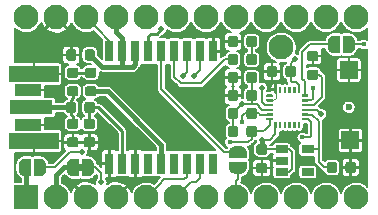
<source format=gbr>
G04 #@! TF.GenerationSoftware,KiCad,Pcbnew,5.1.5+dfsg1-2build2*
G04 #@! TF.CreationDate,2021-03-15T22:54:08+01:00*
G04 #@! TF.ProjectId,ProMicro_POS,50726f4d-6963-4726-9f5f-504f532e6b69,v3.4*
G04 #@! TF.SameCoordinates,Original*
G04 #@! TF.FileFunction,Copper,L1,Top*
G04 #@! TF.FilePolarity,Positive*
%FSLAX46Y46*%
G04 Gerber Fmt 4.6, Leading zero omitted, Abs format (unit mm)*
G04 Created by KiCad*
%MOMM*%
%LPD*%
G04 APERTURE LIST*
%ADD10C,0.100000*%
%ADD11R,2.100000X2.100000*%
%ADD12C,2.100000*%
%ADD13C,0.600000*%
%ADD14R,1.060000X0.650000*%
%ADD15R,1.500000X1.500000*%
%ADD16R,2.200000X1.050000*%
%ADD17R,1.050000X1.000000*%
%ADD18R,3.600000X1.270000*%
%ADD19R,4.200000X1.350000*%
%ADD20R,0.700000X1.800000*%
%ADD21R,0.800000X1.800000*%
%ADD22C,0.500000*%
%ADD23C,0.450000*%
%ADD24C,0.200000*%
%ADD25C,0.400000*%
%ADD26C,0.250000*%
%ADD27C,0.150000*%
G04 APERTURE END LIST*
D10*
G36*
X131322000Y-99360000D02*
G01*
X131822000Y-99360000D01*
X131822000Y-98760000D01*
X131322000Y-98760000D01*
X131322000Y-99360000D01*
G37*
G04 #@! TA.AperFunction,SMDPad,CuDef*
G36*
X146315691Y-95538053D02*
G01*
X146336926Y-95541203D01*
X146357750Y-95546419D01*
X146377962Y-95553651D01*
X146397368Y-95562830D01*
X146415781Y-95573866D01*
X146433024Y-95586654D01*
X146448930Y-95601070D01*
X146463346Y-95616976D01*
X146476134Y-95634219D01*
X146487170Y-95652632D01*
X146496349Y-95672038D01*
X146503581Y-95692250D01*
X146508797Y-95713074D01*
X146511947Y-95734309D01*
X146513000Y-95755750D01*
X146513000Y-96268250D01*
X146511947Y-96289691D01*
X146508797Y-96310926D01*
X146503581Y-96331750D01*
X146496349Y-96351962D01*
X146487170Y-96371368D01*
X146476134Y-96389781D01*
X146463346Y-96407024D01*
X146448930Y-96422930D01*
X146433024Y-96437346D01*
X146415781Y-96450134D01*
X146397368Y-96461170D01*
X146377962Y-96470349D01*
X146357750Y-96477581D01*
X146336926Y-96482797D01*
X146315691Y-96485947D01*
X146294250Y-96487000D01*
X145856750Y-96487000D01*
X145835309Y-96485947D01*
X145814074Y-96482797D01*
X145793250Y-96477581D01*
X145773038Y-96470349D01*
X145753632Y-96461170D01*
X145735219Y-96450134D01*
X145717976Y-96437346D01*
X145702070Y-96422930D01*
X145687654Y-96407024D01*
X145674866Y-96389781D01*
X145663830Y-96371368D01*
X145654651Y-96351962D01*
X145647419Y-96331750D01*
X145642203Y-96310926D01*
X145639053Y-96289691D01*
X145638000Y-96268250D01*
X145638000Y-95755750D01*
X145639053Y-95734309D01*
X145642203Y-95713074D01*
X145647419Y-95692250D01*
X145654651Y-95672038D01*
X145663830Y-95652632D01*
X145674866Y-95634219D01*
X145687654Y-95616976D01*
X145702070Y-95601070D01*
X145717976Y-95586654D01*
X145735219Y-95573866D01*
X145753632Y-95562830D01*
X145773038Y-95553651D01*
X145793250Y-95546419D01*
X145814074Y-95541203D01*
X145835309Y-95538053D01*
X145856750Y-95537000D01*
X146294250Y-95537000D01*
X146315691Y-95538053D01*
G37*
G04 #@! TD.AperFunction*
G04 #@! TA.AperFunction,SMDPad,CuDef*
G36*
X144740691Y-95538053D02*
G01*
X144761926Y-95541203D01*
X144782750Y-95546419D01*
X144802962Y-95553651D01*
X144822368Y-95562830D01*
X144840781Y-95573866D01*
X144858024Y-95586654D01*
X144873930Y-95601070D01*
X144888346Y-95616976D01*
X144901134Y-95634219D01*
X144912170Y-95652632D01*
X144921349Y-95672038D01*
X144928581Y-95692250D01*
X144933797Y-95713074D01*
X144936947Y-95734309D01*
X144938000Y-95755750D01*
X144938000Y-96268250D01*
X144936947Y-96289691D01*
X144933797Y-96310926D01*
X144928581Y-96331750D01*
X144921349Y-96351962D01*
X144912170Y-96371368D01*
X144901134Y-96389781D01*
X144888346Y-96407024D01*
X144873930Y-96422930D01*
X144858024Y-96437346D01*
X144840781Y-96450134D01*
X144822368Y-96461170D01*
X144802962Y-96470349D01*
X144782750Y-96477581D01*
X144761926Y-96482797D01*
X144740691Y-96485947D01*
X144719250Y-96487000D01*
X144281750Y-96487000D01*
X144260309Y-96485947D01*
X144239074Y-96482797D01*
X144218250Y-96477581D01*
X144198038Y-96470349D01*
X144178632Y-96461170D01*
X144160219Y-96450134D01*
X144142976Y-96437346D01*
X144127070Y-96422930D01*
X144112654Y-96407024D01*
X144099866Y-96389781D01*
X144088830Y-96371368D01*
X144079651Y-96351962D01*
X144072419Y-96331750D01*
X144067203Y-96310926D01*
X144064053Y-96289691D01*
X144063000Y-96268250D01*
X144063000Y-95755750D01*
X144064053Y-95734309D01*
X144067203Y-95713074D01*
X144072419Y-95692250D01*
X144079651Y-95672038D01*
X144088830Y-95652632D01*
X144099866Y-95634219D01*
X144112654Y-95616976D01*
X144127070Y-95601070D01*
X144142976Y-95586654D01*
X144160219Y-95573866D01*
X144178632Y-95562830D01*
X144198038Y-95553651D01*
X144218250Y-95546419D01*
X144239074Y-95541203D01*
X144260309Y-95538053D01*
X144281750Y-95537000D01*
X144719250Y-95537000D01*
X144740691Y-95538053D01*
G37*
G04 #@! TD.AperFunction*
G04 #@! TA.AperFunction,SMDPad,CuDef*
G36*
X146315691Y-94014053D02*
G01*
X146336926Y-94017203D01*
X146357750Y-94022419D01*
X146377962Y-94029651D01*
X146397368Y-94038830D01*
X146415781Y-94049866D01*
X146433024Y-94062654D01*
X146448930Y-94077070D01*
X146463346Y-94092976D01*
X146476134Y-94110219D01*
X146487170Y-94128632D01*
X146496349Y-94148038D01*
X146503581Y-94168250D01*
X146508797Y-94189074D01*
X146511947Y-94210309D01*
X146513000Y-94231750D01*
X146513000Y-94744250D01*
X146511947Y-94765691D01*
X146508797Y-94786926D01*
X146503581Y-94807750D01*
X146496349Y-94827962D01*
X146487170Y-94847368D01*
X146476134Y-94865781D01*
X146463346Y-94883024D01*
X146448930Y-94898930D01*
X146433024Y-94913346D01*
X146415781Y-94926134D01*
X146397368Y-94937170D01*
X146377962Y-94946349D01*
X146357750Y-94953581D01*
X146336926Y-94958797D01*
X146315691Y-94961947D01*
X146294250Y-94963000D01*
X145856750Y-94963000D01*
X145835309Y-94961947D01*
X145814074Y-94958797D01*
X145793250Y-94953581D01*
X145773038Y-94946349D01*
X145753632Y-94937170D01*
X145735219Y-94926134D01*
X145717976Y-94913346D01*
X145702070Y-94898930D01*
X145687654Y-94883024D01*
X145674866Y-94865781D01*
X145663830Y-94847368D01*
X145654651Y-94827962D01*
X145647419Y-94807750D01*
X145642203Y-94786926D01*
X145639053Y-94765691D01*
X145638000Y-94744250D01*
X145638000Y-94231750D01*
X145639053Y-94210309D01*
X145642203Y-94189074D01*
X145647419Y-94168250D01*
X145654651Y-94148038D01*
X145663830Y-94128632D01*
X145674866Y-94110219D01*
X145687654Y-94092976D01*
X145702070Y-94077070D01*
X145717976Y-94062654D01*
X145735219Y-94049866D01*
X145753632Y-94038830D01*
X145773038Y-94029651D01*
X145793250Y-94022419D01*
X145814074Y-94017203D01*
X145835309Y-94014053D01*
X145856750Y-94013000D01*
X146294250Y-94013000D01*
X146315691Y-94014053D01*
G37*
G04 #@! TD.AperFunction*
G04 #@! TA.AperFunction,SMDPad,CuDef*
G36*
X144740691Y-94014053D02*
G01*
X144761926Y-94017203D01*
X144782750Y-94022419D01*
X144802962Y-94029651D01*
X144822368Y-94038830D01*
X144840781Y-94049866D01*
X144858024Y-94062654D01*
X144873930Y-94077070D01*
X144888346Y-94092976D01*
X144901134Y-94110219D01*
X144912170Y-94128632D01*
X144921349Y-94148038D01*
X144928581Y-94168250D01*
X144933797Y-94189074D01*
X144936947Y-94210309D01*
X144938000Y-94231750D01*
X144938000Y-94744250D01*
X144936947Y-94765691D01*
X144933797Y-94786926D01*
X144928581Y-94807750D01*
X144921349Y-94827962D01*
X144912170Y-94847368D01*
X144901134Y-94865781D01*
X144888346Y-94883024D01*
X144873930Y-94898930D01*
X144858024Y-94913346D01*
X144840781Y-94926134D01*
X144822368Y-94937170D01*
X144802962Y-94946349D01*
X144782750Y-94953581D01*
X144761926Y-94958797D01*
X144740691Y-94961947D01*
X144719250Y-94963000D01*
X144281750Y-94963000D01*
X144260309Y-94961947D01*
X144239074Y-94958797D01*
X144218250Y-94953581D01*
X144198038Y-94946349D01*
X144178632Y-94937170D01*
X144160219Y-94926134D01*
X144142976Y-94913346D01*
X144127070Y-94898930D01*
X144112654Y-94883024D01*
X144099866Y-94865781D01*
X144088830Y-94847368D01*
X144079651Y-94827962D01*
X144072419Y-94807750D01*
X144067203Y-94786926D01*
X144064053Y-94765691D01*
X144063000Y-94744250D01*
X144063000Y-94231750D01*
X144064053Y-94210309D01*
X144067203Y-94189074D01*
X144072419Y-94168250D01*
X144079651Y-94148038D01*
X144088830Y-94128632D01*
X144099866Y-94110219D01*
X144112654Y-94092976D01*
X144127070Y-94077070D01*
X144142976Y-94062654D01*
X144160219Y-94049866D01*
X144178632Y-94038830D01*
X144198038Y-94029651D01*
X144218250Y-94022419D01*
X144239074Y-94017203D01*
X144260309Y-94014053D01*
X144281750Y-94013000D01*
X144719250Y-94013000D01*
X144740691Y-94014053D01*
G37*
G04 #@! TD.AperFunction*
G04 #@! TA.AperFunction,SMDPad,CuDef*
G36*
X144740691Y-89442053D02*
G01*
X144761926Y-89445203D01*
X144782750Y-89450419D01*
X144802962Y-89457651D01*
X144822368Y-89466830D01*
X144840781Y-89477866D01*
X144858024Y-89490654D01*
X144873930Y-89505070D01*
X144888346Y-89520976D01*
X144901134Y-89538219D01*
X144912170Y-89556632D01*
X144921349Y-89576038D01*
X144928581Y-89596250D01*
X144933797Y-89617074D01*
X144936947Y-89638309D01*
X144938000Y-89659750D01*
X144938000Y-90172250D01*
X144936947Y-90193691D01*
X144933797Y-90214926D01*
X144928581Y-90235750D01*
X144921349Y-90255962D01*
X144912170Y-90275368D01*
X144901134Y-90293781D01*
X144888346Y-90311024D01*
X144873930Y-90326930D01*
X144858024Y-90341346D01*
X144840781Y-90354134D01*
X144822368Y-90365170D01*
X144802962Y-90374349D01*
X144782750Y-90381581D01*
X144761926Y-90386797D01*
X144740691Y-90389947D01*
X144719250Y-90391000D01*
X144281750Y-90391000D01*
X144260309Y-90389947D01*
X144239074Y-90386797D01*
X144218250Y-90381581D01*
X144198038Y-90374349D01*
X144178632Y-90365170D01*
X144160219Y-90354134D01*
X144142976Y-90341346D01*
X144127070Y-90326930D01*
X144112654Y-90311024D01*
X144099866Y-90293781D01*
X144088830Y-90275368D01*
X144079651Y-90255962D01*
X144072419Y-90235750D01*
X144067203Y-90214926D01*
X144064053Y-90193691D01*
X144063000Y-90172250D01*
X144063000Y-89659750D01*
X144064053Y-89638309D01*
X144067203Y-89617074D01*
X144072419Y-89596250D01*
X144079651Y-89576038D01*
X144088830Y-89556632D01*
X144099866Y-89538219D01*
X144112654Y-89520976D01*
X144127070Y-89505070D01*
X144142976Y-89490654D01*
X144160219Y-89477866D01*
X144178632Y-89466830D01*
X144198038Y-89457651D01*
X144218250Y-89450419D01*
X144239074Y-89445203D01*
X144260309Y-89442053D01*
X144281750Y-89441000D01*
X144719250Y-89441000D01*
X144740691Y-89442053D01*
G37*
G04 #@! TD.AperFunction*
G04 #@! TA.AperFunction,SMDPad,CuDef*
G36*
X146315691Y-89442053D02*
G01*
X146336926Y-89445203D01*
X146357750Y-89450419D01*
X146377962Y-89457651D01*
X146397368Y-89466830D01*
X146415781Y-89477866D01*
X146433024Y-89490654D01*
X146448930Y-89505070D01*
X146463346Y-89520976D01*
X146476134Y-89538219D01*
X146487170Y-89556632D01*
X146496349Y-89576038D01*
X146503581Y-89596250D01*
X146508797Y-89617074D01*
X146511947Y-89638309D01*
X146513000Y-89659750D01*
X146513000Y-90172250D01*
X146511947Y-90193691D01*
X146508797Y-90214926D01*
X146503581Y-90235750D01*
X146496349Y-90255962D01*
X146487170Y-90275368D01*
X146476134Y-90293781D01*
X146463346Y-90311024D01*
X146448930Y-90326930D01*
X146433024Y-90341346D01*
X146415781Y-90354134D01*
X146397368Y-90365170D01*
X146377962Y-90374349D01*
X146357750Y-90381581D01*
X146336926Y-90386797D01*
X146315691Y-90389947D01*
X146294250Y-90391000D01*
X145856750Y-90391000D01*
X145835309Y-90389947D01*
X145814074Y-90386797D01*
X145793250Y-90381581D01*
X145773038Y-90374349D01*
X145753632Y-90365170D01*
X145735219Y-90354134D01*
X145717976Y-90341346D01*
X145702070Y-90326930D01*
X145687654Y-90311024D01*
X145674866Y-90293781D01*
X145663830Y-90275368D01*
X145654651Y-90255962D01*
X145647419Y-90235750D01*
X145642203Y-90214926D01*
X145639053Y-90193691D01*
X145638000Y-90172250D01*
X145638000Y-89659750D01*
X145639053Y-89638309D01*
X145642203Y-89617074D01*
X145647419Y-89596250D01*
X145654651Y-89576038D01*
X145663830Y-89556632D01*
X145674866Y-89538219D01*
X145687654Y-89520976D01*
X145702070Y-89505070D01*
X145717976Y-89490654D01*
X145735219Y-89477866D01*
X145753632Y-89466830D01*
X145773038Y-89457651D01*
X145793250Y-89450419D01*
X145814074Y-89445203D01*
X145835309Y-89442053D01*
X145856750Y-89441000D01*
X146294250Y-89441000D01*
X146315691Y-89442053D01*
G37*
G04 #@! TD.AperFunction*
G04 #@! TA.AperFunction,SMDPad,CuDef*
G36*
X132599691Y-93506053D02*
G01*
X132620926Y-93509203D01*
X132641750Y-93514419D01*
X132661962Y-93521651D01*
X132681368Y-93530830D01*
X132699781Y-93541866D01*
X132717024Y-93554654D01*
X132732930Y-93569070D01*
X132747346Y-93584976D01*
X132760134Y-93602219D01*
X132771170Y-93620632D01*
X132780349Y-93640038D01*
X132787581Y-93660250D01*
X132792797Y-93681074D01*
X132795947Y-93702309D01*
X132797000Y-93723750D01*
X132797000Y-94236250D01*
X132795947Y-94257691D01*
X132792797Y-94278926D01*
X132787581Y-94299750D01*
X132780349Y-94319962D01*
X132771170Y-94339368D01*
X132760134Y-94357781D01*
X132747346Y-94375024D01*
X132732930Y-94390930D01*
X132717024Y-94405346D01*
X132699781Y-94418134D01*
X132681368Y-94429170D01*
X132661962Y-94438349D01*
X132641750Y-94445581D01*
X132620926Y-94450797D01*
X132599691Y-94453947D01*
X132578250Y-94455000D01*
X132140750Y-94455000D01*
X132119309Y-94453947D01*
X132098074Y-94450797D01*
X132077250Y-94445581D01*
X132057038Y-94438349D01*
X132037632Y-94429170D01*
X132019219Y-94418134D01*
X132001976Y-94405346D01*
X131986070Y-94390930D01*
X131971654Y-94375024D01*
X131958866Y-94357781D01*
X131947830Y-94339368D01*
X131938651Y-94319962D01*
X131931419Y-94299750D01*
X131926203Y-94278926D01*
X131923053Y-94257691D01*
X131922000Y-94236250D01*
X131922000Y-93723750D01*
X131923053Y-93702309D01*
X131926203Y-93681074D01*
X131931419Y-93660250D01*
X131938651Y-93640038D01*
X131947830Y-93620632D01*
X131958866Y-93602219D01*
X131971654Y-93584976D01*
X131986070Y-93569070D01*
X132001976Y-93554654D01*
X132019219Y-93541866D01*
X132037632Y-93530830D01*
X132057038Y-93521651D01*
X132077250Y-93514419D01*
X132098074Y-93509203D01*
X132119309Y-93506053D01*
X132140750Y-93505000D01*
X132578250Y-93505000D01*
X132599691Y-93506053D01*
G37*
G04 #@! TD.AperFunction*
G04 #@! TA.AperFunction,SMDPad,CuDef*
G36*
X131024691Y-93506053D02*
G01*
X131045926Y-93509203D01*
X131066750Y-93514419D01*
X131086962Y-93521651D01*
X131106368Y-93530830D01*
X131124781Y-93541866D01*
X131142024Y-93554654D01*
X131157930Y-93569070D01*
X131172346Y-93584976D01*
X131185134Y-93602219D01*
X131196170Y-93620632D01*
X131205349Y-93640038D01*
X131212581Y-93660250D01*
X131217797Y-93681074D01*
X131220947Y-93702309D01*
X131222000Y-93723750D01*
X131222000Y-94236250D01*
X131220947Y-94257691D01*
X131217797Y-94278926D01*
X131212581Y-94299750D01*
X131205349Y-94319962D01*
X131196170Y-94339368D01*
X131185134Y-94357781D01*
X131172346Y-94375024D01*
X131157930Y-94390930D01*
X131142024Y-94405346D01*
X131124781Y-94418134D01*
X131106368Y-94429170D01*
X131086962Y-94438349D01*
X131066750Y-94445581D01*
X131045926Y-94450797D01*
X131024691Y-94453947D01*
X131003250Y-94455000D01*
X130565750Y-94455000D01*
X130544309Y-94453947D01*
X130523074Y-94450797D01*
X130502250Y-94445581D01*
X130482038Y-94438349D01*
X130462632Y-94429170D01*
X130444219Y-94418134D01*
X130426976Y-94405346D01*
X130411070Y-94390930D01*
X130396654Y-94375024D01*
X130383866Y-94357781D01*
X130372830Y-94339368D01*
X130363651Y-94319962D01*
X130356419Y-94299750D01*
X130351203Y-94278926D01*
X130348053Y-94257691D01*
X130347000Y-94236250D01*
X130347000Y-93723750D01*
X130348053Y-93702309D01*
X130351203Y-93681074D01*
X130356419Y-93660250D01*
X130363651Y-93640038D01*
X130372830Y-93620632D01*
X130383866Y-93602219D01*
X130396654Y-93584976D01*
X130411070Y-93569070D01*
X130426976Y-93554654D01*
X130444219Y-93541866D01*
X130462632Y-93530830D01*
X130482038Y-93521651D01*
X130502250Y-93514419D01*
X130523074Y-93509203D01*
X130544309Y-93506053D01*
X130565750Y-93505000D01*
X131003250Y-93505000D01*
X131024691Y-93506053D01*
G37*
G04 #@! TD.AperFunction*
G04 #@! TA.AperFunction,SMDPad,CuDef*
G36*
X132738691Y-92172053D02*
G01*
X132759926Y-92175203D01*
X132780750Y-92180419D01*
X132800962Y-92187651D01*
X132820368Y-92196830D01*
X132838781Y-92207866D01*
X132856024Y-92220654D01*
X132871930Y-92235070D01*
X132886346Y-92250976D01*
X132899134Y-92268219D01*
X132910170Y-92286632D01*
X132919349Y-92306038D01*
X132926581Y-92326250D01*
X132931797Y-92347074D01*
X132934947Y-92368309D01*
X132936000Y-92389750D01*
X132936000Y-92827250D01*
X132934947Y-92848691D01*
X132931797Y-92869926D01*
X132926581Y-92890750D01*
X132919349Y-92910962D01*
X132910170Y-92930368D01*
X132899134Y-92948781D01*
X132886346Y-92966024D01*
X132871930Y-92981930D01*
X132856024Y-92996346D01*
X132838781Y-93009134D01*
X132820368Y-93020170D01*
X132800962Y-93029349D01*
X132780750Y-93036581D01*
X132759926Y-93041797D01*
X132738691Y-93044947D01*
X132717250Y-93046000D01*
X132204750Y-93046000D01*
X132183309Y-93044947D01*
X132162074Y-93041797D01*
X132141250Y-93036581D01*
X132121038Y-93029349D01*
X132101632Y-93020170D01*
X132083219Y-93009134D01*
X132065976Y-92996346D01*
X132050070Y-92981930D01*
X132035654Y-92966024D01*
X132022866Y-92948781D01*
X132011830Y-92930368D01*
X132002651Y-92910962D01*
X131995419Y-92890750D01*
X131990203Y-92869926D01*
X131987053Y-92848691D01*
X131986000Y-92827250D01*
X131986000Y-92389750D01*
X131987053Y-92368309D01*
X131990203Y-92347074D01*
X131995419Y-92326250D01*
X132002651Y-92306038D01*
X132011830Y-92286632D01*
X132022866Y-92268219D01*
X132035654Y-92250976D01*
X132050070Y-92235070D01*
X132065976Y-92220654D01*
X132083219Y-92207866D01*
X132101632Y-92196830D01*
X132121038Y-92187651D01*
X132141250Y-92180419D01*
X132162074Y-92175203D01*
X132183309Y-92172053D01*
X132204750Y-92171000D01*
X132717250Y-92171000D01*
X132738691Y-92172053D01*
G37*
G04 #@! TD.AperFunction*
G04 #@! TA.AperFunction,SMDPad,CuDef*
G36*
X132738691Y-90597053D02*
G01*
X132759926Y-90600203D01*
X132780750Y-90605419D01*
X132800962Y-90612651D01*
X132820368Y-90621830D01*
X132838781Y-90632866D01*
X132856024Y-90645654D01*
X132871930Y-90660070D01*
X132886346Y-90675976D01*
X132899134Y-90693219D01*
X132910170Y-90711632D01*
X132919349Y-90731038D01*
X132926581Y-90751250D01*
X132931797Y-90772074D01*
X132934947Y-90793309D01*
X132936000Y-90814750D01*
X132936000Y-91252250D01*
X132934947Y-91273691D01*
X132931797Y-91294926D01*
X132926581Y-91315750D01*
X132919349Y-91335962D01*
X132910170Y-91355368D01*
X132899134Y-91373781D01*
X132886346Y-91391024D01*
X132871930Y-91406930D01*
X132856024Y-91421346D01*
X132838781Y-91434134D01*
X132820368Y-91445170D01*
X132800962Y-91454349D01*
X132780750Y-91461581D01*
X132759926Y-91466797D01*
X132738691Y-91469947D01*
X132717250Y-91471000D01*
X132204750Y-91471000D01*
X132183309Y-91469947D01*
X132162074Y-91466797D01*
X132141250Y-91461581D01*
X132121038Y-91454349D01*
X132101632Y-91445170D01*
X132083219Y-91434134D01*
X132065976Y-91421346D01*
X132050070Y-91406930D01*
X132035654Y-91391024D01*
X132022866Y-91373781D01*
X132011830Y-91355368D01*
X132002651Y-91335962D01*
X131995419Y-91315750D01*
X131990203Y-91294926D01*
X131987053Y-91273691D01*
X131986000Y-91252250D01*
X131986000Y-90814750D01*
X131987053Y-90793309D01*
X131990203Y-90772074D01*
X131995419Y-90751250D01*
X132002651Y-90731038D01*
X132011830Y-90711632D01*
X132022866Y-90693219D01*
X132035654Y-90675976D01*
X132050070Y-90660070D01*
X132065976Y-90645654D01*
X132083219Y-90632866D01*
X132101632Y-90621830D01*
X132121038Y-90612651D01*
X132141250Y-90605419D01*
X132162074Y-90600203D01*
X132183309Y-90597053D01*
X132204750Y-90596000D01*
X132717250Y-90596000D01*
X132738691Y-90597053D01*
G37*
G04 #@! TD.AperFunction*
G04 #@! TA.AperFunction,SMDPad,CuDef*
G36*
X131214691Y-92172053D02*
G01*
X131235926Y-92175203D01*
X131256750Y-92180419D01*
X131276962Y-92187651D01*
X131296368Y-92196830D01*
X131314781Y-92207866D01*
X131332024Y-92220654D01*
X131347930Y-92235070D01*
X131362346Y-92250976D01*
X131375134Y-92268219D01*
X131386170Y-92286632D01*
X131395349Y-92306038D01*
X131402581Y-92326250D01*
X131407797Y-92347074D01*
X131410947Y-92368309D01*
X131412000Y-92389750D01*
X131412000Y-92827250D01*
X131410947Y-92848691D01*
X131407797Y-92869926D01*
X131402581Y-92890750D01*
X131395349Y-92910962D01*
X131386170Y-92930368D01*
X131375134Y-92948781D01*
X131362346Y-92966024D01*
X131347930Y-92981930D01*
X131332024Y-92996346D01*
X131314781Y-93009134D01*
X131296368Y-93020170D01*
X131276962Y-93029349D01*
X131256750Y-93036581D01*
X131235926Y-93041797D01*
X131214691Y-93044947D01*
X131193250Y-93046000D01*
X130680750Y-93046000D01*
X130659309Y-93044947D01*
X130638074Y-93041797D01*
X130617250Y-93036581D01*
X130597038Y-93029349D01*
X130577632Y-93020170D01*
X130559219Y-93009134D01*
X130541976Y-92996346D01*
X130526070Y-92981930D01*
X130511654Y-92966024D01*
X130498866Y-92948781D01*
X130487830Y-92930368D01*
X130478651Y-92910962D01*
X130471419Y-92890750D01*
X130466203Y-92869926D01*
X130463053Y-92848691D01*
X130462000Y-92827250D01*
X130462000Y-92389750D01*
X130463053Y-92368309D01*
X130466203Y-92347074D01*
X130471419Y-92326250D01*
X130478651Y-92306038D01*
X130487830Y-92286632D01*
X130498866Y-92268219D01*
X130511654Y-92250976D01*
X130526070Y-92235070D01*
X130541976Y-92220654D01*
X130559219Y-92207866D01*
X130577632Y-92196830D01*
X130597038Y-92187651D01*
X130617250Y-92180419D01*
X130638074Y-92175203D01*
X130659309Y-92172053D01*
X130680750Y-92171000D01*
X131193250Y-92171000D01*
X131214691Y-92172053D01*
G37*
G04 #@! TD.AperFunction*
G04 #@! TA.AperFunction,SMDPad,CuDef*
G36*
X131214691Y-90597053D02*
G01*
X131235926Y-90600203D01*
X131256750Y-90605419D01*
X131276962Y-90612651D01*
X131296368Y-90621830D01*
X131314781Y-90632866D01*
X131332024Y-90645654D01*
X131347930Y-90660070D01*
X131362346Y-90675976D01*
X131375134Y-90693219D01*
X131386170Y-90711632D01*
X131395349Y-90731038D01*
X131402581Y-90751250D01*
X131407797Y-90772074D01*
X131410947Y-90793309D01*
X131412000Y-90814750D01*
X131412000Y-91252250D01*
X131410947Y-91273691D01*
X131407797Y-91294926D01*
X131402581Y-91315750D01*
X131395349Y-91335962D01*
X131386170Y-91355368D01*
X131375134Y-91373781D01*
X131362346Y-91391024D01*
X131347930Y-91406930D01*
X131332024Y-91421346D01*
X131314781Y-91434134D01*
X131296368Y-91445170D01*
X131276962Y-91454349D01*
X131256750Y-91461581D01*
X131235926Y-91466797D01*
X131214691Y-91469947D01*
X131193250Y-91471000D01*
X130680750Y-91471000D01*
X130659309Y-91469947D01*
X130638074Y-91466797D01*
X130617250Y-91461581D01*
X130597038Y-91454349D01*
X130577632Y-91445170D01*
X130559219Y-91434134D01*
X130541976Y-91421346D01*
X130526070Y-91406930D01*
X130511654Y-91391024D01*
X130498866Y-91373781D01*
X130487830Y-91355368D01*
X130478651Y-91335962D01*
X130471419Y-91315750D01*
X130466203Y-91294926D01*
X130463053Y-91273691D01*
X130462000Y-91252250D01*
X130462000Y-90814750D01*
X130463053Y-90793309D01*
X130466203Y-90772074D01*
X130471419Y-90751250D01*
X130478651Y-90731038D01*
X130487830Y-90711632D01*
X130498866Y-90693219D01*
X130511654Y-90675976D01*
X130526070Y-90660070D01*
X130541976Y-90645654D01*
X130559219Y-90632866D01*
X130577632Y-90621830D01*
X130597038Y-90612651D01*
X130617250Y-90605419D01*
X130638074Y-90600203D01*
X130659309Y-90597053D01*
X130680750Y-90596000D01*
X131193250Y-90596000D01*
X131214691Y-90597053D01*
G37*
G04 #@! TD.AperFunction*
G04 #@! TA.AperFunction,SMDPad,CuDef*
G36*
X131214691Y-96490053D02*
G01*
X131235926Y-96493203D01*
X131256750Y-96498419D01*
X131276962Y-96505651D01*
X131296368Y-96514830D01*
X131314781Y-96525866D01*
X131332024Y-96538654D01*
X131347930Y-96553070D01*
X131362346Y-96568976D01*
X131375134Y-96586219D01*
X131386170Y-96604632D01*
X131395349Y-96624038D01*
X131402581Y-96644250D01*
X131407797Y-96665074D01*
X131410947Y-96686309D01*
X131412000Y-96707750D01*
X131412000Y-97145250D01*
X131410947Y-97166691D01*
X131407797Y-97187926D01*
X131402581Y-97208750D01*
X131395349Y-97228962D01*
X131386170Y-97248368D01*
X131375134Y-97266781D01*
X131362346Y-97284024D01*
X131347930Y-97299930D01*
X131332024Y-97314346D01*
X131314781Y-97327134D01*
X131296368Y-97338170D01*
X131276962Y-97347349D01*
X131256750Y-97354581D01*
X131235926Y-97359797D01*
X131214691Y-97362947D01*
X131193250Y-97364000D01*
X130680750Y-97364000D01*
X130659309Y-97362947D01*
X130638074Y-97359797D01*
X130617250Y-97354581D01*
X130597038Y-97347349D01*
X130577632Y-97338170D01*
X130559219Y-97327134D01*
X130541976Y-97314346D01*
X130526070Y-97299930D01*
X130511654Y-97284024D01*
X130498866Y-97266781D01*
X130487830Y-97248368D01*
X130478651Y-97228962D01*
X130471419Y-97208750D01*
X130466203Y-97187926D01*
X130463053Y-97166691D01*
X130462000Y-97145250D01*
X130462000Y-96707750D01*
X130463053Y-96686309D01*
X130466203Y-96665074D01*
X130471419Y-96644250D01*
X130478651Y-96624038D01*
X130487830Y-96604632D01*
X130498866Y-96586219D01*
X130511654Y-96568976D01*
X130526070Y-96553070D01*
X130541976Y-96538654D01*
X130559219Y-96525866D01*
X130577632Y-96514830D01*
X130597038Y-96505651D01*
X130617250Y-96498419D01*
X130638074Y-96493203D01*
X130659309Y-96490053D01*
X130680750Y-96489000D01*
X131193250Y-96489000D01*
X131214691Y-96490053D01*
G37*
G04 #@! TD.AperFunction*
G04 #@! TA.AperFunction,SMDPad,CuDef*
G36*
X131214691Y-94915053D02*
G01*
X131235926Y-94918203D01*
X131256750Y-94923419D01*
X131276962Y-94930651D01*
X131296368Y-94939830D01*
X131314781Y-94950866D01*
X131332024Y-94963654D01*
X131347930Y-94978070D01*
X131362346Y-94993976D01*
X131375134Y-95011219D01*
X131386170Y-95029632D01*
X131395349Y-95049038D01*
X131402581Y-95069250D01*
X131407797Y-95090074D01*
X131410947Y-95111309D01*
X131412000Y-95132750D01*
X131412000Y-95570250D01*
X131410947Y-95591691D01*
X131407797Y-95612926D01*
X131402581Y-95633750D01*
X131395349Y-95653962D01*
X131386170Y-95673368D01*
X131375134Y-95691781D01*
X131362346Y-95709024D01*
X131347930Y-95724930D01*
X131332024Y-95739346D01*
X131314781Y-95752134D01*
X131296368Y-95763170D01*
X131276962Y-95772349D01*
X131256750Y-95779581D01*
X131235926Y-95784797D01*
X131214691Y-95787947D01*
X131193250Y-95789000D01*
X130680750Y-95789000D01*
X130659309Y-95787947D01*
X130638074Y-95784797D01*
X130617250Y-95779581D01*
X130597038Y-95772349D01*
X130577632Y-95763170D01*
X130559219Y-95752134D01*
X130541976Y-95739346D01*
X130526070Y-95724930D01*
X130511654Y-95709024D01*
X130498866Y-95691781D01*
X130487830Y-95673368D01*
X130478651Y-95653962D01*
X130471419Y-95633750D01*
X130466203Y-95612926D01*
X130463053Y-95591691D01*
X130462000Y-95570250D01*
X130462000Y-95132750D01*
X130463053Y-95111309D01*
X130466203Y-95090074D01*
X130471419Y-95069250D01*
X130478651Y-95049038D01*
X130487830Y-95029632D01*
X130498866Y-95011219D01*
X130511654Y-94993976D01*
X130526070Y-94978070D01*
X130541976Y-94963654D01*
X130559219Y-94950866D01*
X130577632Y-94939830D01*
X130597038Y-94930651D01*
X130617250Y-94923419D01*
X130638074Y-94918203D01*
X130659309Y-94915053D01*
X130680750Y-94914000D01*
X131193250Y-94914000D01*
X131214691Y-94915053D01*
G37*
G04 #@! TD.AperFunction*
G04 #@! TA.AperFunction,SMDPad,CuDef*
G36*
X132611691Y-96490053D02*
G01*
X132632926Y-96493203D01*
X132653750Y-96498419D01*
X132673962Y-96505651D01*
X132693368Y-96514830D01*
X132711781Y-96525866D01*
X132729024Y-96538654D01*
X132744930Y-96553070D01*
X132759346Y-96568976D01*
X132772134Y-96586219D01*
X132783170Y-96604632D01*
X132792349Y-96624038D01*
X132799581Y-96644250D01*
X132804797Y-96665074D01*
X132807947Y-96686309D01*
X132809000Y-96707750D01*
X132809000Y-97145250D01*
X132807947Y-97166691D01*
X132804797Y-97187926D01*
X132799581Y-97208750D01*
X132792349Y-97228962D01*
X132783170Y-97248368D01*
X132772134Y-97266781D01*
X132759346Y-97284024D01*
X132744930Y-97299930D01*
X132729024Y-97314346D01*
X132711781Y-97327134D01*
X132693368Y-97338170D01*
X132673962Y-97347349D01*
X132653750Y-97354581D01*
X132632926Y-97359797D01*
X132611691Y-97362947D01*
X132590250Y-97364000D01*
X132077750Y-97364000D01*
X132056309Y-97362947D01*
X132035074Y-97359797D01*
X132014250Y-97354581D01*
X131994038Y-97347349D01*
X131974632Y-97338170D01*
X131956219Y-97327134D01*
X131938976Y-97314346D01*
X131923070Y-97299930D01*
X131908654Y-97284024D01*
X131895866Y-97266781D01*
X131884830Y-97248368D01*
X131875651Y-97228962D01*
X131868419Y-97208750D01*
X131863203Y-97187926D01*
X131860053Y-97166691D01*
X131859000Y-97145250D01*
X131859000Y-96707750D01*
X131860053Y-96686309D01*
X131863203Y-96665074D01*
X131868419Y-96644250D01*
X131875651Y-96624038D01*
X131884830Y-96604632D01*
X131895866Y-96586219D01*
X131908654Y-96568976D01*
X131923070Y-96553070D01*
X131938976Y-96538654D01*
X131956219Y-96525866D01*
X131974632Y-96514830D01*
X131994038Y-96505651D01*
X132014250Y-96498419D01*
X132035074Y-96493203D01*
X132056309Y-96490053D01*
X132077750Y-96489000D01*
X132590250Y-96489000D01*
X132611691Y-96490053D01*
G37*
G04 #@! TD.AperFunction*
G04 #@! TA.AperFunction,SMDPad,CuDef*
G36*
X132611691Y-94915053D02*
G01*
X132632926Y-94918203D01*
X132653750Y-94923419D01*
X132673962Y-94930651D01*
X132693368Y-94939830D01*
X132711781Y-94950866D01*
X132729024Y-94963654D01*
X132744930Y-94978070D01*
X132759346Y-94993976D01*
X132772134Y-95011219D01*
X132783170Y-95029632D01*
X132792349Y-95049038D01*
X132799581Y-95069250D01*
X132804797Y-95090074D01*
X132807947Y-95111309D01*
X132809000Y-95132750D01*
X132809000Y-95570250D01*
X132807947Y-95591691D01*
X132804797Y-95612926D01*
X132799581Y-95633750D01*
X132792349Y-95653962D01*
X132783170Y-95673368D01*
X132772134Y-95691781D01*
X132759346Y-95709024D01*
X132744930Y-95724930D01*
X132729024Y-95739346D01*
X132711781Y-95752134D01*
X132693368Y-95763170D01*
X132673962Y-95772349D01*
X132653750Y-95779581D01*
X132632926Y-95784797D01*
X132611691Y-95787947D01*
X132590250Y-95789000D01*
X132077750Y-95789000D01*
X132056309Y-95787947D01*
X132035074Y-95784797D01*
X132014250Y-95779581D01*
X131994038Y-95772349D01*
X131974632Y-95763170D01*
X131956219Y-95752134D01*
X131938976Y-95739346D01*
X131923070Y-95724930D01*
X131908654Y-95709024D01*
X131895866Y-95691781D01*
X131884830Y-95673368D01*
X131875651Y-95653962D01*
X131868419Y-95633750D01*
X131863203Y-95612926D01*
X131860053Y-95591691D01*
X131859000Y-95570250D01*
X131859000Y-95132750D01*
X131860053Y-95111309D01*
X131863203Y-95090074D01*
X131868419Y-95069250D01*
X131875651Y-95049038D01*
X131884830Y-95029632D01*
X131895866Y-95011219D01*
X131908654Y-94993976D01*
X131923070Y-94978070D01*
X131938976Y-94963654D01*
X131956219Y-94950866D01*
X131974632Y-94939830D01*
X131994038Y-94930651D01*
X132014250Y-94923419D01*
X132035074Y-94918203D01*
X132056309Y-94915053D01*
X132077750Y-94914000D01*
X132590250Y-94914000D01*
X132611691Y-94915053D01*
G37*
G04 #@! TD.AperFunction*
G04 #@! TA.AperFunction,SMDPad,CuDef*
G36*
X131047691Y-89061053D02*
G01*
X131068926Y-89064203D01*
X131089750Y-89069419D01*
X131109962Y-89076651D01*
X131129368Y-89085830D01*
X131147781Y-89096866D01*
X131165024Y-89109654D01*
X131180930Y-89124070D01*
X131195346Y-89139976D01*
X131208134Y-89157219D01*
X131219170Y-89175632D01*
X131228349Y-89195038D01*
X131235581Y-89215250D01*
X131240797Y-89236074D01*
X131243947Y-89257309D01*
X131245000Y-89278750D01*
X131245000Y-89791250D01*
X131243947Y-89812691D01*
X131240797Y-89833926D01*
X131235581Y-89854750D01*
X131228349Y-89874962D01*
X131219170Y-89894368D01*
X131208134Y-89912781D01*
X131195346Y-89930024D01*
X131180930Y-89945930D01*
X131165024Y-89960346D01*
X131147781Y-89973134D01*
X131129368Y-89984170D01*
X131109962Y-89993349D01*
X131089750Y-90000581D01*
X131068926Y-90005797D01*
X131047691Y-90008947D01*
X131026250Y-90010000D01*
X130588750Y-90010000D01*
X130567309Y-90008947D01*
X130546074Y-90005797D01*
X130525250Y-90000581D01*
X130505038Y-89993349D01*
X130485632Y-89984170D01*
X130467219Y-89973134D01*
X130449976Y-89960346D01*
X130434070Y-89945930D01*
X130419654Y-89930024D01*
X130406866Y-89912781D01*
X130395830Y-89894368D01*
X130386651Y-89874962D01*
X130379419Y-89854750D01*
X130374203Y-89833926D01*
X130371053Y-89812691D01*
X130370000Y-89791250D01*
X130370000Y-89278750D01*
X130371053Y-89257309D01*
X130374203Y-89236074D01*
X130379419Y-89215250D01*
X130386651Y-89195038D01*
X130395830Y-89175632D01*
X130406866Y-89157219D01*
X130419654Y-89139976D01*
X130434070Y-89124070D01*
X130449976Y-89109654D01*
X130467219Y-89096866D01*
X130485632Y-89085830D01*
X130505038Y-89076651D01*
X130525250Y-89069419D01*
X130546074Y-89064203D01*
X130567309Y-89061053D01*
X130588750Y-89060000D01*
X131026250Y-89060000D01*
X131047691Y-89061053D01*
G37*
G04 #@! TD.AperFunction*
G04 #@! TA.AperFunction,SMDPad,CuDef*
G36*
X132622691Y-89061053D02*
G01*
X132643926Y-89064203D01*
X132664750Y-89069419D01*
X132684962Y-89076651D01*
X132704368Y-89085830D01*
X132722781Y-89096866D01*
X132740024Y-89109654D01*
X132755930Y-89124070D01*
X132770346Y-89139976D01*
X132783134Y-89157219D01*
X132794170Y-89175632D01*
X132803349Y-89195038D01*
X132810581Y-89215250D01*
X132815797Y-89236074D01*
X132818947Y-89257309D01*
X132820000Y-89278750D01*
X132820000Y-89791250D01*
X132818947Y-89812691D01*
X132815797Y-89833926D01*
X132810581Y-89854750D01*
X132803349Y-89874962D01*
X132794170Y-89894368D01*
X132783134Y-89912781D01*
X132770346Y-89930024D01*
X132755930Y-89945930D01*
X132740024Y-89960346D01*
X132722781Y-89973134D01*
X132704368Y-89984170D01*
X132684962Y-89993349D01*
X132664750Y-90000581D01*
X132643926Y-90005797D01*
X132622691Y-90008947D01*
X132601250Y-90010000D01*
X132163750Y-90010000D01*
X132142309Y-90008947D01*
X132121074Y-90005797D01*
X132100250Y-90000581D01*
X132080038Y-89993349D01*
X132060632Y-89984170D01*
X132042219Y-89973134D01*
X132024976Y-89960346D01*
X132009070Y-89945930D01*
X131994654Y-89930024D01*
X131981866Y-89912781D01*
X131970830Y-89894368D01*
X131961651Y-89874962D01*
X131954419Y-89854750D01*
X131949203Y-89833926D01*
X131946053Y-89812691D01*
X131945000Y-89791250D01*
X131945000Y-89278750D01*
X131946053Y-89257309D01*
X131949203Y-89236074D01*
X131954419Y-89215250D01*
X131961651Y-89195038D01*
X131970830Y-89175632D01*
X131981866Y-89157219D01*
X131994654Y-89139976D01*
X132009070Y-89124070D01*
X132024976Y-89109654D01*
X132042219Y-89096866D01*
X132060632Y-89085830D01*
X132080038Y-89076651D01*
X132100250Y-89069419D01*
X132121074Y-89064203D01*
X132142309Y-89061053D01*
X132163750Y-89060000D01*
X132601250Y-89060000D01*
X132622691Y-89061053D01*
G37*
G04 #@! TD.AperFunction*
G04 #@! TA.AperFunction,SMDPad,CuDef*
G36*
X148042691Y-90458053D02*
G01*
X148063926Y-90461203D01*
X148084750Y-90466419D01*
X148104962Y-90473651D01*
X148124368Y-90482830D01*
X148142781Y-90493866D01*
X148160024Y-90506654D01*
X148175930Y-90521070D01*
X148190346Y-90536976D01*
X148203134Y-90554219D01*
X148214170Y-90572632D01*
X148223349Y-90592038D01*
X148230581Y-90612250D01*
X148235797Y-90633074D01*
X148238947Y-90654309D01*
X148240000Y-90675750D01*
X148240000Y-91188250D01*
X148238947Y-91209691D01*
X148235797Y-91230926D01*
X148230581Y-91251750D01*
X148223349Y-91271962D01*
X148214170Y-91291368D01*
X148203134Y-91309781D01*
X148190346Y-91327024D01*
X148175930Y-91342930D01*
X148160024Y-91357346D01*
X148142781Y-91370134D01*
X148124368Y-91381170D01*
X148104962Y-91390349D01*
X148084750Y-91397581D01*
X148063926Y-91402797D01*
X148042691Y-91405947D01*
X148021250Y-91407000D01*
X147583750Y-91407000D01*
X147562309Y-91405947D01*
X147541074Y-91402797D01*
X147520250Y-91397581D01*
X147500038Y-91390349D01*
X147480632Y-91381170D01*
X147462219Y-91370134D01*
X147444976Y-91357346D01*
X147429070Y-91342930D01*
X147414654Y-91327024D01*
X147401866Y-91309781D01*
X147390830Y-91291368D01*
X147381651Y-91271962D01*
X147374419Y-91251750D01*
X147369203Y-91230926D01*
X147366053Y-91209691D01*
X147365000Y-91188250D01*
X147365000Y-90675750D01*
X147366053Y-90654309D01*
X147369203Y-90633074D01*
X147374419Y-90612250D01*
X147381651Y-90592038D01*
X147390830Y-90572632D01*
X147401866Y-90554219D01*
X147414654Y-90536976D01*
X147429070Y-90521070D01*
X147444976Y-90506654D01*
X147462219Y-90493866D01*
X147480632Y-90482830D01*
X147500038Y-90473651D01*
X147520250Y-90466419D01*
X147541074Y-90461203D01*
X147562309Y-90458053D01*
X147583750Y-90457000D01*
X148021250Y-90457000D01*
X148042691Y-90458053D01*
G37*
G04 #@! TD.AperFunction*
G04 #@! TA.AperFunction,SMDPad,CuDef*
G36*
X149617691Y-90458053D02*
G01*
X149638926Y-90461203D01*
X149659750Y-90466419D01*
X149679962Y-90473651D01*
X149699368Y-90482830D01*
X149717781Y-90493866D01*
X149735024Y-90506654D01*
X149750930Y-90521070D01*
X149765346Y-90536976D01*
X149778134Y-90554219D01*
X149789170Y-90572632D01*
X149798349Y-90592038D01*
X149805581Y-90612250D01*
X149810797Y-90633074D01*
X149813947Y-90654309D01*
X149815000Y-90675750D01*
X149815000Y-91188250D01*
X149813947Y-91209691D01*
X149810797Y-91230926D01*
X149805581Y-91251750D01*
X149798349Y-91271962D01*
X149789170Y-91291368D01*
X149778134Y-91309781D01*
X149765346Y-91327024D01*
X149750930Y-91342930D01*
X149735024Y-91357346D01*
X149717781Y-91370134D01*
X149699368Y-91381170D01*
X149679962Y-91390349D01*
X149659750Y-91397581D01*
X149638926Y-91402797D01*
X149617691Y-91405947D01*
X149596250Y-91407000D01*
X149158750Y-91407000D01*
X149137309Y-91405947D01*
X149116074Y-91402797D01*
X149095250Y-91397581D01*
X149075038Y-91390349D01*
X149055632Y-91381170D01*
X149037219Y-91370134D01*
X149019976Y-91357346D01*
X149004070Y-91342930D01*
X148989654Y-91327024D01*
X148976866Y-91309781D01*
X148965830Y-91291368D01*
X148956651Y-91271962D01*
X148949419Y-91251750D01*
X148944203Y-91230926D01*
X148941053Y-91209691D01*
X148940000Y-91188250D01*
X148940000Y-90675750D01*
X148941053Y-90654309D01*
X148944203Y-90633074D01*
X148949419Y-90612250D01*
X148956651Y-90592038D01*
X148965830Y-90572632D01*
X148976866Y-90554219D01*
X148989654Y-90536976D01*
X149004070Y-90521070D01*
X149019976Y-90506654D01*
X149037219Y-90493866D01*
X149055632Y-90482830D01*
X149075038Y-90473651D01*
X149095250Y-90466419D01*
X149116074Y-90461203D01*
X149137309Y-90458053D01*
X149158750Y-90457000D01*
X149596250Y-90457000D01*
X149617691Y-90458053D01*
G37*
G04 #@! TD.AperFunction*
G04 #@! TA.AperFunction,SMDPad,CuDef*
G36*
X144740691Y-90966053D02*
G01*
X144761926Y-90969203D01*
X144782750Y-90974419D01*
X144802962Y-90981651D01*
X144822368Y-90990830D01*
X144840781Y-91001866D01*
X144858024Y-91014654D01*
X144873930Y-91029070D01*
X144888346Y-91044976D01*
X144901134Y-91062219D01*
X144912170Y-91080632D01*
X144921349Y-91100038D01*
X144928581Y-91120250D01*
X144933797Y-91141074D01*
X144936947Y-91162309D01*
X144938000Y-91183750D01*
X144938000Y-91696250D01*
X144936947Y-91717691D01*
X144933797Y-91738926D01*
X144928581Y-91759750D01*
X144921349Y-91779962D01*
X144912170Y-91799368D01*
X144901134Y-91817781D01*
X144888346Y-91835024D01*
X144873930Y-91850930D01*
X144858024Y-91865346D01*
X144840781Y-91878134D01*
X144822368Y-91889170D01*
X144802962Y-91898349D01*
X144782750Y-91905581D01*
X144761926Y-91910797D01*
X144740691Y-91913947D01*
X144719250Y-91915000D01*
X144281750Y-91915000D01*
X144260309Y-91913947D01*
X144239074Y-91910797D01*
X144218250Y-91905581D01*
X144198038Y-91898349D01*
X144178632Y-91889170D01*
X144160219Y-91878134D01*
X144142976Y-91865346D01*
X144127070Y-91850930D01*
X144112654Y-91835024D01*
X144099866Y-91817781D01*
X144088830Y-91799368D01*
X144079651Y-91779962D01*
X144072419Y-91759750D01*
X144067203Y-91738926D01*
X144064053Y-91717691D01*
X144063000Y-91696250D01*
X144063000Y-91183750D01*
X144064053Y-91162309D01*
X144067203Y-91141074D01*
X144072419Y-91120250D01*
X144079651Y-91100038D01*
X144088830Y-91080632D01*
X144099866Y-91062219D01*
X144112654Y-91044976D01*
X144127070Y-91029070D01*
X144142976Y-91014654D01*
X144160219Y-91001866D01*
X144178632Y-90990830D01*
X144198038Y-90981651D01*
X144218250Y-90974419D01*
X144239074Y-90969203D01*
X144260309Y-90966053D01*
X144281750Y-90965000D01*
X144719250Y-90965000D01*
X144740691Y-90966053D01*
G37*
G04 #@! TD.AperFunction*
G04 #@! TA.AperFunction,SMDPad,CuDef*
G36*
X146315691Y-90966053D02*
G01*
X146336926Y-90969203D01*
X146357750Y-90974419D01*
X146377962Y-90981651D01*
X146397368Y-90990830D01*
X146415781Y-91001866D01*
X146433024Y-91014654D01*
X146448930Y-91029070D01*
X146463346Y-91044976D01*
X146476134Y-91062219D01*
X146487170Y-91080632D01*
X146496349Y-91100038D01*
X146503581Y-91120250D01*
X146508797Y-91141074D01*
X146511947Y-91162309D01*
X146513000Y-91183750D01*
X146513000Y-91696250D01*
X146511947Y-91717691D01*
X146508797Y-91738926D01*
X146503581Y-91759750D01*
X146496349Y-91779962D01*
X146487170Y-91799368D01*
X146476134Y-91817781D01*
X146463346Y-91835024D01*
X146448930Y-91850930D01*
X146433024Y-91865346D01*
X146415781Y-91878134D01*
X146397368Y-91889170D01*
X146377962Y-91898349D01*
X146357750Y-91905581D01*
X146336926Y-91910797D01*
X146315691Y-91913947D01*
X146294250Y-91915000D01*
X145856750Y-91915000D01*
X145835309Y-91913947D01*
X145814074Y-91910797D01*
X145793250Y-91905581D01*
X145773038Y-91898349D01*
X145753632Y-91889170D01*
X145735219Y-91878134D01*
X145717976Y-91865346D01*
X145702070Y-91850930D01*
X145687654Y-91835024D01*
X145674866Y-91817781D01*
X145663830Y-91799368D01*
X145654651Y-91779962D01*
X145647419Y-91759750D01*
X145642203Y-91738926D01*
X145639053Y-91717691D01*
X145638000Y-91696250D01*
X145638000Y-91183750D01*
X145639053Y-91162309D01*
X145642203Y-91141074D01*
X145647419Y-91120250D01*
X145654651Y-91100038D01*
X145663830Y-91080632D01*
X145674866Y-91062219D01*
X145687654Y-91044976D01*
X145702070Y-91029070D01*
X145717976Y-91014654D01*
X145735219Y-91001866D01*
X145753632Y-90990830D01*
X145773038Y-90981651D01*
X145793250Y-90974419D01*
X145814074Y-90969203D01*
X145835309Y-90966053D01*
X145856750Y-90965000D01*
X146294250Y-90965000D01*
X146315691Y-90966053D01*
G37*
G04 #@! TD.AperFunction*
G04 #@! TA.AperFunction,SMDPad,CuDef*
G36*
X151534691Y-89200053D02*
G01*
X151555926Y-89203203D01*
X151576750Y-89208419D01*
X151596962Y-89215651D01*
X151616368Y-89224830D01*
X151634781Y-89235866D01*
X151652024Y-89248654D01*
X151667930Y-89263070D01*
X151682346Y-89278976D01*
X151695134Y-89296219D01*
X151706170Y-89314632D01*
X151715349Y-89334038D01*
X151722581Y-89354250D01*
X151727797Y-89375074D01*
X151730947Y-89396309D01*
X151732000Y-89417750D01*
X151732000Y-89855250D01*
X151730947Y-89876691D01*
X151727797Y-89897926D01*
X151722581Y-89918750D01*
X151715349Y-89938962D01*
X151706170Y-89958368D01*
X151695134Y-89976781D01*
X151682346Y-89994024D01*
X151667930Y-90009930D01*
X151652024Y-90024346D01*
X151634781Y-90037134D01*
X151616368Y-90048170D01*
X151596962Y-90057349D01*
X151576750Y-90064581D01*
X151555926Y-90069797D01*
X151534691Y-90072947D01*
X151513250Y-90074000D01*
X151000750Y-90074000D01*
X150979309Y-90072947D01*
X150958074Y-90069797D01*
X150937250Y-90064581D01*
X150917038Y-90057349D01*
X150897632Y-90048170D01*
X150879219Y-90037134D01*
X150861976Y-90024346D01*
X150846070Y-90009930D01*
X150831654Y-89994024D01*
X150818866Y-89976781D01*
X150807830Y-89958368D01*
X150798651Y-89938962D01*
X150791419Y-89918750D01*
X150786203Y-89897926D01*
X150783053Y-89876691D01*
X150782000Y-89855250D01*
X150782000Y-89417750D01*
X150783053Y-89396309D01*
X150786203Y-89375074D01*
X150791419Y-89354250D01*
X150798651Y-89334038D01*
X150807830Y-89314632D01*
X150818866Y-89296219D01*
X150831654Y-89278976D01*
X150846070Y-89263070D01*
X150861976Y-89248654D01*
X150879219Y-89235866D01*
X150897632Y-89224830D01*
X150917038Y-89215651D01*
X150937250Y-89208419D01*
X150958074Y-89203203D01*
X150979309Y-89200053D01*
X151000750Y-89199000D01*
X151513250Y-89199000D01*
X151534691Y-89200053D01*
G37*
G04 #@! TD.AperFunction*
G04 #@! TA.AperFunction,SMDPad,CuDef*
G36*
X151534691Y-90775053D02*
G01*
X151555926Y-90778203D01*
X151576750Y-90783419D01*
X151596962Y-90790651D01*
X151616368Y-90799830D01*
X151634781Y-90810866D01*
X151652024Y-90823654D01*
X151667930Y-90838070D01*
X151682346Y-90853976D01*
X151695134Y-90871219D01*
X151706170Y-90889632D01*
X151715349Y-90909038D01*
X151722581Y-90929250D01*
X151727797Y-90950074D01*
X151730947Y-90971309D01*
X151732000Y-90992750D01*
X151732000Y-91430250D01*
X151730947Y-91451691D01*
X151727797Y-91472926D01*
X151722581Y-91493750D01*
X151715349Y-91513962D01*
X151706170Y-91533368D01*
X151695134Y-91551781D01*
X151682346Y-91569024D01*
X151667930Y-91584930D01*
X151652024Y-91599346D01*
X151634781Y-91612134D01*
X151616368Y-91623170D01*
X151596962Y-91632349D01*
X151576750Y-91639581D01*
X151555926Y-91644797D01*
X151534691Y-91647947D01*
X151513250Y-91649000D01*
X151000750Y-91649000D01*
X150979309Y-91647947D01*
X150958074Y-91644797D01*
X150937250Y-91639581D01*
X150917038Y-91632349D01*
X150897632Y-91623170D01*
X150879219Y-91612134D01*
X150861976Y-91599346D01*
X150846070Y-91584930D01*
X150831654Y-91569024D01*
X150818866Y-91551781D01*
X150807830Y-91533368D01*
X150798651Y-91513962D01*
X150791419Y-91493750D01*
X150786203Y-91472926D01*
X150783053Y-91451691D01*
X150782000Y-91430250D01*
X150782000Y-90992750D01*
X150783053Y-90971309D01*
X150786203Y-90950074D01*
X150791419Y-90929250D01*
X150798651Y-90909038D01*
X150807830Y-90889632D01*
X150818866Y-90871219D01*
X150831654Y-90853976D01*
X150846070Y-90838070D01*
X150861976Y-90823654D01*
X150879219Y-90810866D01*
X150897632Y-90799830D01*
X150917038Y-90790651D01*
X150937250Y-90783419D01*
X150958074Y-90778203D01*
X150979309Y-90775053D01*
X151000750Y-90774000D01*
X151513250Y-90774000D01*
X151534691Y-90775053D01*
G37*
G04 #@! TD.AperFunction*
G04 #@! TA.AperFunction,SMDPad,CuDef*
G36*
X154697691Y-98586053D02*
G01*
X154718926Y-98589203D01*
X154739750Y-98594419D01*
X154759962Y-98601651D01*
X154779368Y-98610830D01*
X154797781Y-98621866D01*
X154815024Y-98634654D01*
X154830930Y-98649070D01*
X154845346Y-98664976D01*
X154858134Y-98682219D01*
X154869170Y-98700632D01*
X154878349Y-98720038D01*
X154885581Y-98740250D01*
X154890797Y-98761074D01*
X154893947Y-98782309D01*
X154895000Y-98803750D01*
X154895000Y-99316250D01*
X154893947Y-99337691D01*
X154890797Y-99358926D01*
X154885581Y-99379750D01*
X154878349Y-99399962D01*
X154869170Y-99419368D01*
X154858134Y-99437781D01*
X154845346Y-99455024D01*
X154830930Y-99470930D01*
X154815024Y-99485346D01*
X154797781Y-99498134D01*
X154779368Y-99509170D01*
X154759962Y-99518349D01*
X154739750Y-99525581D01*
X154718926Y-99530797D01*
X154697691Y-99533947D01*
X154676250Y-99535000D01*
X154238750Y-99535000D01*
X154217309Y-99533947D01*
X154196074Y-99530797D01*
X154175250Y-99525581D01*
X154155038Y-99518349D01*
X154135632Y-99509170D01*
X154117219Y-99498134D01*
X154099976Y-99485346D01*
X154084070Y-99470930D01*
X154069654Y-99455024D01*
X154056866Y-99437781D01*
X154045830Y-99419368D01*
X154036651Y-99399962D01*
X154029419Y-99379750D01*
X154024203Y-99358926D01*
X154021053Y-99337691D01*
X154020000Y-99316250D01*
X154020000Y-98803750D01*
X154021053Y-98782309D01*
X154024203Y-98761074D01*
X154029419Y-98740250D01*
X154036651Y-98720038D01*
X154045830Y-98700632D01*
X154056866Y-98682219D01*
X154069654Y-98664976D01*
X154084070Y-98649070D01*
X154099976Y-98634654D01*
X154117219Y-98621866D01*
X154135632Y-98610830D01*
X154155038Y-98601651D01*
X154175250Y-98594419D01*
X154196074Y-98589203D01*
X154217309Y-98586053D01*
X154238750Y-98585000D01*
X154676250Y-98585000D01*
X154697691Y-98586053D01*
G37*
G04 #@! TD.AperFunction*
G04 #@! TA.AperFunction,SMDPad,CuDef*
G36*
X153122691Y-98586053D02*
G01*
X153143926Y-98589203D01*
X153164750Y-98594419D01*
X153184962Y-98601651D01*
X153204368Y-98610830D01*
X153222781Y-98621866D01*
X153240024Y-98634654D01*
X153255930Y-98649070D01*
X153270346Y-98664976D01*
X153283134Y-98682219D01*
X153294170Y-98700632D01*
X153303349Y-98720038D01*
X153310581Y-98740250D01*
X153315797Y-98761074D01*
X153318947Y-98782309D01*
X153320000Y-98803750D01*
X153320000Y-99316250D01*
X153318947Y-99337691D01*
X153315797Y-99358926D01*
X153310581Y-99379750D01*
X153303349Y-99399962D01*
X153294170Y-99419368D01*
X153283134Y-99437781D01*
X153270346Y-99455024D01*
X153255930Y-99470930D01*
X153240024Y-99485346D01*
X153222781Y-99498134D01*
X153204368Y-99509170D01*
X153184962Y-99518349D01*
X153164750Y-99525581D01*
X153143926Y-99530797D01*
X153122691Y-99533947D01*
X153101250Y-99535000D01*
X152663750Y-99535000D01*
X152642309Y-99533947D01*
X152621074Y-99530797D01*
X152600250Y-99525581D01*
X152580038Y-99518349D01*
X152560632Y-99509170D01*
X152542219Y-99498134D01*
X152524976Y-99485346D01*
X152509070Y-99470930D01*
X152494654Y-99455024D01*
X152481866Y-99437781D01*
X152470830Y-99419368D01*
X152461651Y-99399962D01*
X152454419Y-99379750D01*
X152449203Y-99358926D01*
X152446053Y-99337691D01*
X152445000Y-99316250D01*
X152445000Y-98803750D01*
X152446053Y-98782309D01*
X152449203Y-98761074D01*
X152454419Y-98740250D01*
X152461651Y-98720038D01*
X152470830Y-98700632D01*
X152481866Y-98682219D01*
X152494654Y-98664976D01*
X152509070Y-98649070D01*
X152524976Y-98634654D01*
X152542219Y-98621866D01*
X152560632Y-98610830D01*
X152580038Y-98601651D01*
X152600250Y-98594419D01*
X152621074Y-98589203D01*
X152642309Y-98586053D01*
X152663750Y-98585000D01*
X153101250Y-98585000D01*
X153122691Y-98586053D01*
G37*
G04 #@! TD.AperFunction*
G04 #@! TA.AperFunction,SMDPad,CuDef*
G36*
X144740691Y-92490053D02*
G01*
X144761926Y-92493203D01*
X144782750Y-92498419D01*
X144802962Y-92505651D01*
X144822368Y-92514830D01*
X144840781Y-92525866D01*
X144858024Y-92538654D01*
X144873930Y-92553070D01*
X144888346Y-92568976D01*
X144901134Y-92586219D01*
X144912170Y-92604632D01*
X144921349Y-92624038D01*
X144928581Y-92644250D01*
X144933797Y-92665074D01*
X144936947Y-92686309D01*
X144938000Y-92707750D01*
X144938000Y-93220250D01*
X144936947Y-93241691D01*
X144933797Y-93262926D01*
X144928581Y-93283750D01*
X144921349Y-93303962D01*
X144912170Y-93323368D01*
X144901134Y-93341781D01*
X144888346Y-93359024D01*
X144873930Y-93374930D01*
X144858024Y-93389346D01*
X144840781Y-93402134D01*
X144822368Y-93413170D01*
X144802962Y-93422349D01*
X144782750Y-93429581D01*
X144761926Y-93434797D01*
X144740691Y-93437947D01*
X144719250Y-93439000D01*
X144281750Y-93439000D01*
X144260309Y-93437947D01*
X144239074Y-93434797D01*
X144218250Y-93429581D01*
X144198038Y-93422349D01*
X144178632Y-93413170D01*
X144160219Y-93402134D01*
X144142976Y-93389346D01*
X144127070Y-93374930D01*
X144112654Y-93359024D01*
X144099866Y-93341781D01*
X144088830Y-93323368D01*
X144079651Y-93303962D01*
X144072419Y-93283750D01*
X144067203Y-93262926D01*
X144064053Y-93241691D01*
X144063000Y-93220250D01*
X144063000Y-92707750D01*
X144064053Y-92686309D01*
X144067203Y-92665074D01*
X144072419Y-92644250D01*
X144079651Y-92624038D01*
X144088830Y-92604632D01*
X144099866Y-92586219D01*
X144112654Y-92568976D01*
X144127070Y-92553070D01*
X144142976Y-92538654D01*
X144160219Y-92525866D01*
X144178632Y-92514830D01*
X144198038Y-92505651D01*
X144218250Y-92498419D01*
X144239074Y-92493203D01*
X144260309Y-92490053D01*
X144281750Y-92489000D01*
X144719250Y-92489000D01*
X144740691Y-92490053D01*
G37*
G04 #@! TD.AperFunction*
G04 #@! TA.AperFunction,SMDPad,CuDef*
G36*
X146315691Y-92490053D02*
G01*
X146336926Y-92493203D01*
X146357750Y-92498419D01*
X146377962Y-92505651D01*
X146397368Y-92514830D01*
X146415781Y-92525866D01*
X146433024Y-92538654D01*
X146448930Y-92553070D01*
X146463346Y-92568976D01*
X146476134Y-92586219D01*
X146487170Y-92604632D01*
X146496349Y-92624038D01*
X146503581Y-92644250D01*
X146508797Y-92665074D01*
X146511947Y-92686309D01*
X146513000Y-92707750D01*
X146513000Y-93220250D01*
X146511947Y-93241691D01*
X146508797Y-93262926D01*
X146503581Y-93283750D01*
X146496349Y-93303962D01*
X146487170Y-93323368D01*
X146476134Y-93341781D01*
X146463346Y-93359024D01*
X146448930Y-93374930D01*
X146433024Y-93389346D01*
X146415781Y-93402134D01*
X146397368Y-93413170D01*
X146377962Y-93422349D01*
X146357750Y-93429581D01*
X146336926Y-93434797D01*
X146315691Y-93437947D01*
X146294250Y-93439000D01*
X145856750Y-93439000D01*
X145835309Y-93437947D01*
X145814074Y-93434797D01*
X145793250Y-93429581D01*
X145773038Y-93422349D01*
X145753632Y-93413170D01*
X145735219Y-93402134D01*
X145717976Y-93389346D01*
X145702070Y-93374930D01*
X145687654Y-93359024D01*
X145674866Y-93341781D01*
X145663830Y-93323368D01*
X145654651Y-93303962D01*
X145647419Y-93283750D01*
X145642203Y-93262926D01*
X145639053Y-93241691D01*
X145638000Y-93220250D01*
X145638000Y-92707750D01*
X145639053Y-92686309D01*
X145642203Y-92665074D01*
X145647419Y-92644250D01*
X145654651Y-92624038D01*
X145663830Y-92604632D01*
X145674866Y-92586219D01*
X145687654Y-92568976D01*
X145702070Y-92553070D01*
X145717976Y-92538654D01*
X145735219Y-92525866D01*
X145753632Y-92514830D01*
X145773038Y-92505651D01*
X145793250Y-92498419D01*
X145814074Y-92493203D01*
X145835309Y-92490053D01*
X145856750Y-92489000D01*
X146294250Y-92489000D01*
X146315691Y-92490053D01*
G37*
G04 #@! TD.AperFunction*
D11*
X127000000Y-101600000D03*
D12*
X129540000Y-101600000D03*
X132080000Y-101600000D03*
X154940000Y-86360000D03*
X134620000Y-101600000D03*
X152400000Y-86360000D03*
X137160000Y-101600000D03*
X149860000Y-86360000D03*
X139700000Y-101600000D03*
X147320000Y-86360000D03*
X142240000Y-101600000D03*
X144780000Y-86360000D03*
X144780000Y-101600000D03*
X142240000Y-86360000D03*
X147320000Y-101600000D03*
X139700000Y-86360000D03*
X149860000Y-101600000D03*
X137160000Y-86360000D03*
X152400000Y-101600000D03*
X134620000Y-86360000D03*
X154940000Y-101600000D03*
X132080000Y-86360000D03*
X129540000Y-86360000D03*
X127000000Y-86360000D03*
D13*
X154305000Y-93980000D03*
D14*
X150833000Y-97536000D03*
X150833000Y-99436000D03*
X148633000Y-99436000D03*
X148633000Y-98486000D03*
X148633000Y-97536000D03*
D12*
X148590000Y-88900000D03*
G04 #@! TA.AperFunction,SMDPad,CuDef*
D10*
G36*
X154320000Y-87896602D02*
G01*
X154344534Y-87896602D01*
X154393365Y-87901412D01*
X154441490Y-87910984D01*
X154488445Y-87925228D01*
X154533778Y-87944005D01*
X154577051Y-87967136D01*
X154617850Y-87994396D01*
X154655779Y-88025524D01*
X154690476Y-88060221D01*
X154721604Y-88098150D01*
X154748864Y-88138949D01*
X154771995Y-88182222D01*
X154790772Y-88227555D01*
X154805016Y-88274510D01*
X154814588Y-88322635D01*
X154819398Y-88371466D01*
X154819398Y-88396000D01*
X154820000Y-88396000D01*
X154820000Y-88896000D01*
X154819398Y-88896000D01*
X154819398Y-88920534D01*
X154814588Y-88969365D01*
X154805016Y-89017490D01*
X154790772Y-89064445D01*
X154771995Y-89109778D01*
X154748864Y-89153051D01*
X154721604Y-89193850D01*
X154690476Y-89231779D01*
X154655779Y-89266476D01*
X154617850Y-89297604D01*
X154577051Y-89324864D01*
X154533778Y-89347995D01*
X154488445Y-89366772D01*
X154441490Y-89381016D01*
X154393365Y-89390588D01*
X154344534Y-89395398D01*
X154320000Y-89395398D01*
X154320000Y-89396000D01*
X153820000Y-89396000D01*
X153820000Y-87896000D01*
X154320000Y-87896000D01*
X154320000Y-87896602D01*
G37*
G04 #@! TD.AperFunction*
G04 #@! TA.AperFunction,SMDPad,CuDef*
G36*
X153520000Y-89396000D02*
G01*
X153020000Y-89396000D01*
X153020000Y-89395398D01*
X152995466Y-89395398D01*
X152946635Y-89390588D01*
X152898510Y-89381016D01*
X152851555Y-89366772D01*
X152806222Y-89347995D01*
X152762949Y-89324864D01*
X152722150Y-89297604D01*
X152684221Y-89266476D01*
X152649524Y-89231779D01*
X152618396Y-89193850D01*
X152591136Y-89153051D01*
X152568005Y-89109778D01*
X152549228Y-89064445D01*
X152534984Y-89017490D01*
X152525412Y-88969365D01*
X152520602Y-88920534D01*
X152520602Y-88896000D01*
X152520000Y-88896000D01*
X152520000Y-88396000D01*
X152520602Y-88396000D01*
X152520602Y-88371466D01*
X152525412Y-88322635D01*
X152534984Y-88274510D01*
X152549228Y-88227555D01*
X152568005Y-88182222D01*
X152591136Y-88138949D01*
X152618396Y-88098150D01*
X152649524Y-88060221D01*
X152684221Y-88025524D01*
X152722150Y-87994396D01*
X152762949Y-87967136D01*
X152806222Y-87944005D01*
X152851555Y-87925228D01*
X152898510Y-87910984D01*
X152946635Y-87901412D01*
X152995466Y-87896602D01*
X153020000Y-87896602D01*
X153020000Y-87896000D01*
X153520000Y-87896000D01*
X153520000Y-89396000D01*
G37*
G04 #@! TD.AperFunction*
G04 #@! TA.AperFunction,SMDPad,CuDef*
G36*
X131722000Y-98310000D02*
G01*
X132222000Y-98310000D01*
X132222000Y-98310602D01*
X132246534Y-98310602D01*
X132295365Y-98315412D01*
X132343490Y-98324984D01*
X132390445Y-98339228D01*
X132435778Y-98358005D01*
X132479051Y-98381136D01*
X132519850Y-98408396D01*
X132557779Y-98439524D01*
X132592476Y-98474221D01*
X132623604Y-98512150D01*
X132650864Y-98552949D01*
X132673995Y-98596222D01*
X132692772Y-98641555D01*
X132707016Y-98688510D01*
X132716588Y-98736635D01*
X132721398Y-98785466D01*
X132721398Y-98810000D01*
X132722000Y-98810000D01*
X132722000Y-99310000D01*
X132721398Y-99310000D01*
X132721398Y-99334534D01*
X132716588Y-99383365D01*
X132707016Y-99431490D01*
X132692772Y-99478445D01*
X132673995Y-99523778D01*
X132650864Y-99567051D01*
X132623604Y-99607850D01*
X132592476Y-99645779D01*
X132557779Y-99680476D01*
X132519850Y-99711604D01*
X132479051Y-99738864D01*
X132435778Y-99761995D01*
X132390445Y-99780772D01*
X132343490Y-99795016D01*
X132295365Y-99804588D01*
X132246534Y-99809398D01*
X132222000Y-99809398D01*
X132222000Y-99810000D01*
X131722000Y-99810000D01*
X131722000Y-98310000D01*
G37*
G04 #@! TD.AperFunction*
G04 #@! TA.AperFunction,SMDPad,CuDef*
G36*
X130922000Y-99809398D02*
G01*
X130897466Y-99809398D01*
X130848635Y-99804588D01*
X130800510Y-99795016D01*
X130753555Y-99780772D01*
X130708222Y-99761995D01*
X130664949Y-99738864D01*
X130624150Y-99711604D01*
X130586221Y-99680476D01*
X130551524Y-99645779D01*
X130520396Y-99607850D01*
X130493136Y-99567051D01*
X130470005Y-99523778D01*
X130451228Y-99478445D01*
X130436984Y-99431490D01*
X130427412Y-99383365D01*
X130422602Y-99334534D01*
X130422602Y-99310000D01*
X130422000Y-99310000D01*
X130422000Y-98810000D01*
X130422602Y-98810000D01*
X130422602Y-98785466D01*
X130427412Y-98736635D01*
X130436984Y-98688510D01*
X130451228Y-98641555D01*
X130470005Y-98596222D01*
X130493136Y-98552949D01*
X130520396Y-98512150D01*
X130551524Y-98474221D01*
X130586221Y-98439524D01*
X130624150Y-98408396D01*
X130664949Y-98381136D01*
X130708222Y-98358005D01*
X130753555Y-98339228D01*
X130800510Y-98324984D01*
X130848635Y-98315412D01*
X130897466Y-98310602D01*
X130922000Y-98310602D01*
X130922000Y-98310000D01*
X131422000Y-98310000D01*
X131422000Y-99810000D01*
X130922000Y-99810000D01*
X130922000Y-99809398D01*
G37*
G04 #@! TD.AperFunction*
G04 #@! TA.AperFunction,SMDPad,CuDef*
G36*
X144157602Y-97775000D02*
G01*
X144157602Y-97750466D01*
X144162412Y-97701635D01*
X144171984Y-97653510D01*
X144186228Y-97606555D01*
X144205005Y-97561222D01*
X144228136Y-97517949D01*
X144255396Y-97477150D01*
X144286524Y-97439221D01*
X144321221Y-97404524D01*
X144359150Y-97373396D01*
X144399949Y-97346136D01*
X144443222Y-97323005D01*
X144488555Y-97304228D01*
X144535510Y-97289984D01*
X144583635Y-97280412D01*
X144632466Y-97275602D01*
X144657000Y-97275602D01*
X144657000Y-97275000D01*
X145157000Y-97275000D01*
X145157000Y-97275602D01*
X145181534Y-97275602D01*
X145230365Y-97280412D01*
X145278490Y-97289984D01*
X145325445Y-97304228D01*
X145370778Y-97323005D01*
X145414051Y-97346136D01*
X145454850Y-97373396D01*
X145492779Y-97404524D01*
X145527476Y-97439221D01*
X145558604Y-97477150D01*
X145585864Y-97517949D01*
X145608995Y-97561222D01*
X145627772Y-97606555D01*
X145642016Y-97653510D01*
X145651588Y-97701635D01*
X145656398Y-97750466D01*
X145656398Y-97775000D01*
X145657000Y-97775000D01*
X145657000Y-98275000D01*
X144157000Y-98275000D01*
X144157000Y-97775000D01*
X144157602Y-97775000D01*
G37*
G04 #@! TD.AperFunction*
G04 #@! TA.AperFunction,SMDPad,CuDef*
G36*
X145657000Y-98575000D02*
G01*
X145657000Y-99075000D01*
X145656398Y-99075000D01*
X145656398Y-99099534D01*
X145651588Y-99148365D01*
X145642016Y-99196490D01*
X145627772Y-99243445D01*
X145608995Y-99288778D01*
X145585864Y-99332051D01*
X145558604Y-99372850D01*
X145527476Y-99410779D01*
X145492779Y-99445476D01*
X145454850Y-99476604D01*
X145414051Y-99503864D01*
X145370778Y-99526995D01*
X145325445Y-99545772D01*
X145278490Y-99560016D01*
X145230365Y-99569588D01*
X145181534Y-99574398D01*
X145157000Y-99574398D01*
X145157000Y-99575000D01*
X144657000Y-99575000D01*
X144657000Y-99574398D01*
X144632466Y-99574398D01*
X144583635Y-99569588D01*
X144535510Y-99560016D01*
X144488555Y-99545772D01*
X144443222Y-99526995D01*
X144399949Y-99503864D01*
X144359150Y-99476604D01*
X144321221Y-99445476D01*
X144286524Y-99410779D01*
X144255396Y-99372850D01*
X144228136Y-99332051D01*
X144205005Y-99288778D01*
X144186228Y-99243445D01*
X144171984Y-99196490D01*
X144162412Y-99148365D01*
X144157602Y-99099534D01*
X144157602Y-99075000D01*
X144157000Y-99075000D01*
X144157000Y-98575000D01*
X145657000Y-98575000D01*
G37*
G04 #@! TD.AperFunction*
D15*
X154432000Y-96774000D03*
X154305000Y-90805000D03*
G04 #@! TA.AperFunction,SMDPad,CuDef*
D10*
G36*
X148152901Y-95205241D02*
G01*
X148157755Y-95205961D01*
X148162514Y-95207153D01*
X148167134Y-95208806D01*
X148171570Y-95210904D01*
X148175779Y-95213427D01*
X148179720Y-95216349D01*
X148183355Y-95219645D01*
X148186651Y-95223280D01*
X148189573Y-95227221D01*
X148192096Y-95231430D01*
X148194194Y-95235866D01*
X148195847Y-95240486D01*
X148197039Y-95245245D01*
X148197759Y-95250099D01*
X148198000Y-95255000D01*
X148198000Y-95705000D01*
X148197759Y-95709901D01*
X148197039Y-95714755D01*
X148195847Y-95719514D01*
X148194194Y-95724134D01*
X148192096Y-95728570D01*
X148189573Y-95732779D01*
X148186651Y-95736720D01*
X148183355Y-95740355D01*
X148179720Y-95743651D01*
X148175779Y-95746573D01*
X148171570Y-95749096D01*
X148167134Y-95751194D01*
X148162514Y-95752847D01*
X148157755Y-95754039D01*
X148152901Y-95754759D01*
X148148000Y-95755000D01*
X148048000Y-95755000D01*
X148043099Y-95754759D01*
X148038245Y-95754039D01*
X148033486Y-95752847D01*
X148028866Y-95751194D01*
X148024430Y-95749096D01*
X148020221Y-95746573D01*
X148016280Y-95743651D01*
X148012645Y-95740355D01*
X148009349Y-95736720D01*
X148006427Y-95732779D01*
X148003904Y-95728570D01*
X148001806Y-95724134D01*
X148000153Y-95719514D01*
X147998961Y-95714755D01*
X147998241Y-95709901D01*
X147998000Y-95705000D01*
X147998000Y-95255000D01*
X147998241Y-95250099D01*
X147998961Y-95245245D01*
X148000153Y-95240486D01*
X148001806Y-95235866D01*
X148003904Y-95231430D01*
X148006427Y-95227221D01*
X148009349Y-95223280D01*
X148012645Y-95219645D01*
X148016280Y-95216349D01*
X148020221Y-95213427D01*
X148024430Y-95210904D01*
X148028866Y-95208806D01*
X148033486Y-95207153D01*
X148038245Y-95205961D01*
X148043099Y-95205241D01*
X148048000Y-95205000D01*
X148148000Y-95205000D01*
X148152901Y-95205241D01*
G37*
G04 #@! TD.AperFunction*
G04 #@! TA.AperFunction,SMDPad,CuDef*
G36*
X148552901Y-95205241D02*
G01*
X148557755Y-95205961D01*
X148562514Y-95207153D01*
X148567134Y-95208806D01*
X148571570Y-95210904D01*
X148575779Y-95213427D01*
X148579720Y-95216349D01*
X148583355Y-95219645D01*
X148586651Y-95223280D01*
X148589573Y-95227221D01*
X148592096Y-95231430D01*
X148594194Y-95235866D01*
X148595847Y-95240486D01*
X148597039Y-95245245D01*
X148597759Y-95250099D01*
X148598000Y-95255000D01*
X148598000Y-95705000D01*
X148597759Y-95709901D01*
X148597039Y-95714755D01*
X148595847Y-95719514D01*
X148594194Y-95724134D01*
X148592096Y-95728570D01*
X148589573Y-95732779D01*
X148586651Y-95736720D01*
X148583355Y-95740355D01*
X148579720Y-95743651D01*
X148575779Y-95746573D01*
X148571570Y-95749096D01*
X148567134Y-95751194D01*
X148562514Y-95752847D01*
X148557755Y-95754039D01*
X148552901Y-95754759D01*
X148548000Y-95755000D01*
X148448000Y-95755000D01*
X148443099Y-95754759D01*
X148438245Y-95754039D01*
X148433486Y-95752847D01*
X148428866Y-95751194D01*
X148424430Y-95749096D01*
X148420221Y-95746573D01*
X148416280Y-95743651D01*
X148412645Y-95740355D01*
X148409349Y-95736720D01*
X148406427Y-95732779D01*
X148403904Y-95728570D01*
X148401806Y-95724134D01*
X148400153Y-95719514D01*
X148398961Y-95714755D01*
X148398241Y-95709901D01*
X148398000Y-95705000D01*
X148398000Y-95255000D01*
X148398241Y-95250099D01*
X148398961Y-95245245D01*
X148400153Y-95240486D01*
X148401806Y-95235866D01*
X148403904Y-95231430D01*
X148406427Y-95227221D01*
X148409349Y-95223280D01*
X148412645Y-95219645D01*
X148416280Y-95216349D01*
X148420221Y-95213427D01*
X148424430Y-95210904D01*
X148428866Y-95208806D01*
X148433486Y-95207153D01*
X148438245Y-95205961D01*
X148443099Y-95205241D01*
X148448000Y-95205000D01*
X148548000Y-95205000D01*
X148552901Y-95205241D01*
G37*
G04 #@! TD.AperFunction*
G04 #@! TA.AperFunction,SMDPad,CuDef*
G36*
X148952901Y-95205241D02*
G01*
X148957755Y-95205961D01*
X148962514Y-95207153D01*
X148967134Y-95208806D01*
X148971570Y-95210904D01*
X148975779Y-95213427D01*
X148979720Y-95216349D01*
X148983355Y-95219645D01*
X148986651Y-95223280D01*
X148989573Y-95227221D01*
X148992096Y-95231430D01*
X148994194Y-95235866D01*
X148995847Y-95240486D01*
X148997039Y-95245245D01*
X148997759Y-95250099D01*
X148998000Y-95255000D01*
X148998000Y-95705000D01*
X148997759Y-95709901D01*
X148997039Y-95714755D01*
X148995847Y-95719514D01*
X148994194Y-95724134D01*
X148992096Y-95728570D01*
X148989573Y-95732779D01*
X148986651Y-95736720D01*
X148983355Y-95740355D01*
X148979720Y-95743651D01*
X148975779Y-95746573D01*
X148971570Y-95749096D01*
X148967134Y-95751194D01*
X148962514Y-95752847D01*
X148957755Y-95754039D01*
X148952901Y-95754759D01*
X148948000Y-95755000D01*
X148848000Y-95755000D01*
X148843099Y-95754759D01*
X148838245Y-95754039D01*
X148833486Y-95752847D01*
X148828866Y-95751194D01*
X148824430Y-95749096D01*
X148820221Y-95746573D01*
X148816280Y-95743651D01*
X148812645Y-95740355D01*
X148809349Y-95736720D01*
X148806427Y-95732779D01*
X148803904Y-95728570D01*
X148801806Y-95724134D01*
X148800153Y-95719514D01*
X148798961Y-95714755D01*
X148798241Y-95709901D01*
X148798000Y-95705000D01*
X148798000Y-95255000D01*
X148798241Y-95250099D01*
X148798961Y-95245245D01*
X148800153Y-95240486D01*
X148801806Y-95235866D01*
X148803904Y-95231430D01*
X148806427Y-95227221D01*
X148809349Y-95223280D01*
X148812645Y-95219645D01*
X148816280Y-95216349D01*
X148820221Y-95213427D01*
X148824430Y-95210904D01*
X148828866Y-95208806D01*
X148833486Y-95207153D01*
X148838245Y-95205961D01*
X148843099Y-95205241D01*
X148848000Y-95205000D01*
X148948000Y-95205000D01*
X148952901Y-95205241D01*
G37*
G04 #@! TD.AperFunction*
G04 #@! TA.AperFunction,SMDPad,CuDef*
G36*
X149352901Y-95205241D02*
G01*
X149357755Y-95205961D01*
X149362514Y-95207153D01*
X149367134Y-95208806D01*
X149371570Y-95210904D01*
X149375779Y-95213427D01*
X149379720Y-95216349D01*
X149383355Y-95219645D01*
X149386651Y-95223280D01*
X149389573Y-95227221D01*
X149392096Y-95231430D01*
X149394194Y-95235866D01*
X149395847Y-95240486D01*
X149397039Y-95245245D01*
X149397759Y-95250099D01*
X149398000Y-95255000D01*
X149398000Y-95705000D01*
X149397759Y-95709901D01*
X149397039Y-95714755D01*
X149395847Y-95719514D01*
X149394194Y-95724134D01*
X149392096Y-95728570D01*
X149389573Y-95732779D01*
X149386651Y-95736720D01*
X149383355Y-95740355D01*
X149379720Y-95743651D01*
X149375779Y-95746573D01*
X149371570Y-95749096D01*
X149367134Y-95751194D01*
X149362514Y-95752847D01*
X149357755Y-95754039D01*
X149352901Y-95754759D01*
X149348000Y-95755000D01*
X149248000Y-95755000D01*
X149243099Y-95754759D01*
X149238245Y-95754039D01*
X149233486Y-95752847D01*
X149228866Y-95751194D01*
X149224430Y-95749096D01*
X149220221Y-95746573D01*
X149216280Y-95743651D01*
X149212645Y-95740355D01*
X149209349Y-95736720D01*
X149206427Y-95732779D01*
X149203904Y-95728570D01*
X149201806Y-95724134D01*
X149200153Y-95719514D01*
X149198961Y-95714755D01*
X149198241Y-95709901D01*
X149198000Y-95705000D01*
X149198000Y-95255000D01*
X149198241Y-95250099D01*
X149198961Y-95245245D01*
X149200153Y-95240486D01*
X149201806Y-95235866D01*
X149203904Y-95231430D01*
X149206427Y-95227221D01*
X149209349Y-95223280D01*
X149212645Y-95219645D01*
X149216280Y-95216349D01*
X149220221Y-95213427D01*
X149224430Y-95210904D01*
X149228866Y-95208806D01*
X149233486Y-95207153D01*
X149238245Y-95205961D01*
X149243099Y-95205241D01*
X149248000Y-95205000D01*
X149348000Y-95205000D01*
X149352901Y-95205241D01*
G37*
G04 #@! TD.AperFunction*
G04 #@! TA.AperFunction,SMDPad,CuDef*
G36*
X149752901Y-95205241D02*
G01*
X149757755Y-95205961D01*
X149762514Y-95207153D01*
X149767134Y-95208806D01*
X149771570Y-95210904D01*
X149775779Y-95213427D01*
X149779720Y-95216349D01*
X149783355Y-95219645D01*
X149786651Y-95223280D01*
X149789573Y-95227221D01*
X149792096Y-95231430D01*
X149794194Y-95235866D01*
X149795847Y-95240486D01*
X149797039Y-95245245D01*
X149797759Y-95250099D01*
X149798000Y-95255000D01*
X149798000Y-95705000D01*
X149797759Y-95709901D01*
X149797039Y-95714755D01*
X149795847Y-95719514D01*
X149794194Y-95724134D01*
X149792096Y-95728570D01*
X149789573Y-95732779D01*
X149786651Y-95736720D01*
X149783355Y-95740355D01*
X149779720Y-95743651D01*
X149775779Y-95746573D01*
X149771570Y-95749096D01*
X149767134Y-95751194D01*
X149762514Y-95752847D01*
X149757755Y-95754039D01*
X149752901Y-95754759D01*
X149748000Y-95755000D01*
X149648000Y-95755000D01*
X149643099Y-95754759D01*
X149638245Y-95754039D01*
X149633486Y-95752847D01*
X149628866Y-95751194D01*
X149624430Y-95749096D01*
X149620221Y-95746573D01*
X149616280Y-95743651D01*
X149612645Y-95740355D01*
X149609349Y-95736720D01*
X149606427Y-95732779D01*
X149603904Y-95728570D01*
X149601806Y-95724134D01*
X149600153Y-95719514D01*
X149598961Y-95714755D01*
X149598241Y-95709901D01*
X149598000Y-95705000D01*
X149598000Y-95255000D01*
X149598241Y-95250099D01*
X149598961Y-95245245D01*
X149600153Y-95240486D01*
X149601806Y-95235866D01*
X149603904Y-95231430D01*
X149606427Y-95227221D01*
X149609349Y-95223280D01*
X149612645Y-95219645D01*
X149616280Y-95216349D01*
X149620221Y-95213427D01*
X149624430Y-95210904D01*
X149628866Y-95208806D01*
X149633486Y-95207153D01*
X149638245Y-95205961D01*
X149643099Y-95205241D01*
X149648000Y-95205000D01*
X149748000Y-95205000D01*
X149752901Y-95205241D01*
G37*
G04 #@! TD.AperFunction*
G04 #@! TA.AperFunction,SMDPad,CuDef*
G36*
X150152901Y-95205241D02*
G01*
X150157755Y-95205961D01*
X150162514Y-95207153D01*
X150167134Y-95208806D01*
X150171570Y-95210904D01*
X150175779Y-95213427D01*
X150179720Y-95216349D01*
X150183355Y-95219645D01*
X150186651Y-95223280D01*
X150189573Y-95227221D01*
X150192096Y-95231430D01*
X150194194Y-95235866D01*
X150195847Y-95240486D01*
X150197039Y-95245245D01*
X150197759Y-95250099D01*
X150198000Y-95255000D01*
X150198000Y-95705000D01*
X150197759Y-95709901D01*
X150197039Y-95714755D01*
X150195847Y-95719514D01*
X150194194Y-95724134D01*
X150192096Y-95728570D01*
X150189573Y-95732779D01*
X150186651Y-95736720D01*
X150183355Y-95740355D01*
X150179720Y-95743651D01*
X150175779Y-95746573D01*
X150171570Y-95749096D01*
X150167134Y-95751194D01*
X150162514Y-95752847D01*
X150157755Y-95754039D01*
X150152901Y-95754759D01*
X150148000Y-95755000D01*
X150048000Y-95755000D01*
X150043099Y-95754759D01*
X150038245Y-95754039D01*
X150033486Y-95752847D01*
X150028866Y-95751194D01*
X150024430Y-95749096D01*
X150020221Y-95746573D01*
X150016280Y-95743651D01*
X150012645Y-95740355D01*
X150009349Y-95736720D01*
X150006427Y-95732779D01*
X150003904Y-95728570D01*
X150001806Y-95724134D01*
X150000153Y-95719514D01*
X149998961Y-95714755D01*
X149998241Y-95709901D01*
X149998000Y-95705000D01*
X149998000Y-95255000D01*
X149998241Y-95250099D01*
X149998961Y-95245245D01*
X150000153Y-95240486D01*
X150001806Y-95235866D01*
X150003904Y-95231430D01*
X150006427Y-95227221D01*
X150009349Y-95223280D01*
X150012645Y-95219645D01*
X150016280Y-95216349D01*
X150020221Y-95213427D01*
X150024430Y-95210904D01*
X150028866Y-95208806D01*
X150033486Y-95207153D01*
X150038245Y-95205961D01*
X150043099Y-95205241D01*
X150048000Y-95205000D01*
X150148000Y-95205000D01*
X150152901Y-95205241D01*
G37*
G04 #@! TD.AperFunction*
G04 #@! TA.AperFunction,SMDPad,CuDef*
G36*
X150827901Y-94880241D02*
G01*
X150832755Y-94880961D01*
X150837514Y-94882153D01*
X150842134Y-94883806D01*
X150846570Y-94885904D01*
X150850779Y-94888427D01*
X150854720Y-94891349D01*
X150858355Y-94894645D01*
X150861651Y-94898280D01*
X150864573Y-94902221D01*
X150867096Y-94906430D01*
X150869194Y-94910866D01*
X150870847Y-94915486D01*
X150872039Y-94920245D01*
X150872759Y-94925099D01*
X150873000Y-94930000D01*
X150873000Y-95030000D01*
X150872759Y-95034901D01*
X150872039Y-95039755D01*
X150870847Y-95044514D01*
X150869194Y-95049134D01*
X150867096Y-95053570D01*
X150864573Y-95057779D01*
X150861651Y-95061720D01*
X150858355Y-95065355D01*
X150854720Y-95068651D01*
X150850779Y-95071573D01*
X150846570Y-95074096D01*
X150842134Y-95076194D01*
X150837514Y-95077847D01*
X150832755Y-95079039D01*
X150827901Y-95079759D01*
X150823000Y-95080000D01*
X150373000Y-95080000D01*
X150368099Y-95079759D01*
X150363245Y-95079039D01*
X150358486Y-95077847D01*
X150353866Y-95076194D01*
X150349430Y-95074096D01*
X150345221Y-95071573D01*
X150341280Y-95068651D01*
X150337645Y-95065355D01*
X150334349Y-95061720D01*
X150331427Y-95057779D01*
X150328904Y-95053570D01*
X150326806Y-95049134D01*
X150325153Y-95044514D01*
X150323961Y-95039755D01*
X150323241Y-95034901D01*
X150323000Y-95030000D01*
X150323000Y-94930000D01*
X150323241Y-94925099D01*
X150323961Y-94920245D01*
X150325153Y-94915486D01*
X150326806Y-94910866D01*
X150328904Y-94906430D01*
X150331427Y-94902221D01*
X150334349Y-94898280D01*
X150337645Y-94894645D01*
X150341280Y-94891349D01*
X150345221Y-94888427D01*
X150349430Y-94885904D01*
X150353866Y-94883806D01*
X150358486Y-94882153D01*
X150363245Y-94880961D01*
X150368099Y-94880241D01*
X150373000Y-94880000D01*
X150823000Y-94880000D01*
X150827901Y-94880241D01*
G37*
G04 #@! TD.AperFunction*
G04 #@! TA.AperFunction,SMDPad,CuDef*
G36*
X150827901Y-94480241D02*
G01*
X150832755Y-94480961D01*
X150837514Y-94482153D01*
X150842134Y-94483806D01*
X150846570Y-94485904D01*
X150850779Y-94488427D01*
X150854720Y-94491349D01*
X150858355Y-94494645D01*
X150861651Y-94498280D01*
X150864573Y-94502221D01*
X150867096Y-94506430D01*
X150869194Y-94510866D01*
X150870847Y-94515486D01*
X150872039Y-94520245D01*
X150872759Y-94525099D01*
X150873000Y-94530000D01*
X150873000Y-94630000D01*
X150872759Y-94634901D01*
X150872039Y-94639755D01*
X150870847Y-94644514D01*
X150869194Y-94649134D01*
X150867096Y-94653570D01*
X150864573Y-94657779D01*
X150861651Y-94661720D01*
X150858355Y-94665355D01*
X150854720Y-94668651D01*
X150850779Y-94671573D01*
X150846570Y-94674096D01*
X150842134Y-94676194D01*
X150837514Y-94677847D01*
X150832755Y-94679039D01*
X150827901Y-94679759D01*
X150823000Y-94680000D01*
X150373000Y-94680000D01*
X150368099Y-94679759D01*
X150363245Y-94679039D01*
X150358486Y-94677847D01*
X150353866Y-94676194D01*
X150349430Y-94674096D01*
X150345221Y-94671573D01*
X150341280Y-94668651D01*
X150337645Y-94665355D01*
X150334349Y-94661720D01*
X150331427Y-94657779D01*
X150328904Y-94653570D01*
X150326806Y-94649134D01*
X150325153Y-94644514D01*
X150323961Y-94639755D01*
X150323241Y-94634901D01*
X150323000Y-94630000D01*
X150323000Y-94530000D01*
X150323241Y-94525099D01*
X150323961Y-94520245D01*
X150325153Y-94515486D01*
X150326806Y-94510866D01*
X150328904Y-94506430D01*
X150331427Y-94502221D01*
X150334349Y-94498280D01*
X150337645Y-94494645D01*
X150341280Y-94491349D01*
X150345221Y-94488427D01*
X150349430Y-94485904D01*
X150353866Y-94483806D01*
X150358486Y-94482153D01*
X150363245Y-94480961D01*
X150368099Y-94480241D01*
X150373000Y-94480000D01*
X150823000Y-94480000D01*
X150827901Y-94480241D01*
G37*
G04 #@! TD.AperFunction*
G04 #@! TA.AperFunction,SMDPad,CuDef*
G36*
X150827901Y-94080241D02*
G01*
X150832755Y-94080961D01*
X150837514Y-94082153D01*
X150842134Y-94083806D01*
X150846570Y-94085904D01*
X150850779Y-94088427D01*
X150854720Y-94091349D01*
X150858355Y-94094645D01*
X150861651Y-94098280D01*
X150864573Y-94102221D01*
X150867096Y-94106430D01*
X150869194Y-94110866D01*
X150870847Y-94115486D01*
X150872039Y-94120245D01*
X150872759Y-94125099D01*
X150873000Y-94130000D01*
X150873000Y-94230000D01*
X150872759Y-94234901D01*
X150872039Y-94239755D01*
X150870847Y-94244514D01*
X150869194Y-94249134D01*
X150867096Y-94253570D01*
X150864573Y-94257779D01*
X150861651Y-94261720D01*
X150858355Y-94265355D01*
X150854720Y-94268651D01*
X150850779Y-94271573D01*
X150846570Y-94274096D01*
X150842134Y-94276194D01*
X150837514Y-94277847D01*
X150832755Y-94279039D01*
X150827901Y-94279759D01*
X150823000Y-94280000D01*
X150373000Y-94280000D01*
X150368099Y-94279759D01*
X150363245Y-94279039D01*
X150358486Y-94277847D01*
X150353866Y-94276194D01*
X150349430Y-94274096D01*
X150345221Y-94271573D01*
X150341280Y-94268651D01*
X150337645Y-94265355D01*
X150334349Y-94261720D01*
X150331427Y-94257779D01*
X150328904Y-94253570D01*
X150326806Y-94249134D01*
X150325153Y-94244514D01*
X150323961Y-94239755D01*
X150323241Y-94234901D01*
X150323000Y-94230000D01*
X150323000Y-94130000D01*
X150323241Y-94125099D01*
X150323961Y-94120245D01*
X150325153Y-94115486D01*
X150326806Y-94110866D01*
X150328904Y-94106430D01*
X150331427Y-94102221D01*
X150334349Y-94098280D01*
X150337645Y-94094645D01*
X150341280Y-94091349D01*
X150345221Y-94088427D01*
X150349430Y-94085904D01*
X150353866Y-94083806D01*
X150358486Y-94082153D01*
X150363245Y-94080961D01*
X150368099Y-94080241D01*
X150373000Y-94080000D01*
X150823000Y-94080000D01*
X150827901Y-94080241D01*
G37*
G04 #@! TD.AperFunction*
G04 #@! TA.AperFunction,SMDPad,CuDef*
G36*
X150827901Y-93680241D02*
G01*
X150832755Y-93680961D01*
X150837514Y-93682153D01*
X150842134Y-93683806D01*
X150846570Y-93685904D01*
X150850779Y-93688427D01*
X150854720Y-93691349D01*
X150858355Y-93694645D01*
X150861651Y-93698280D01*
X150864573Y-93702221D01*
X150867096Y-93706430D01*
X150869194Y-93710866D01*
X150870847Y-93715486D01*
X150872039Y-93720245D01*
X150872759Y-93725099D01*
X150873000Y-93730000D01*
X150873000Y-93830000D01*
X150872759Y-93834901D01*
X150872039Y-93839755D01*
X150870847Y-93844514D01*
X150869194Y-93849134D01*
X150867096Y-93853570D01*
X150864573Y-93857779D01*
X150861651Y-93861720D01*
X150858355Y-93865355D01*
X150854720Y-93868651D01*
X150850779Y-93871573D01*
X150846570Y-93874096D01*
X150842134Y-93876194D01*
X150837514Y-93877847D01*
X150832755Y-93879039D01*
X150827901Y-93879759D01*
X150823000Y-93880000D01*
X150373000Y-93880000D01*
X150368099Y-93879759D01*
X150363245Y-93879039D01*
X150358486Y-93877847D01*
X150353866Y-93876194D01*
X150349430Y-93874096D01*
X150345221Y-93871573D01*
X150341280Y-93868651D01*
X150337645Y-93865355D01*
X150334349Y-93861720D01*
X150331427Y-93857779D01*
X150328904Y-93853570D01*
X150326806Y-93849134D01*
X150325153Y-93844514D01*
X150323961Y-93839755D01*
X150323241Y-93834901D01*
X150323000Y-93830000D01*
X150323000Y-93730000D01*
X150323241Y-93725099D01*
X150323961Y-93720245D01*
X150325153Y-93715486D01*
X150326806Y-93710866D01*
X150328904Y-93706430D01*
X150331427Y-93702221D01*
X150334349Y-93698280D01*
X150337645Y-93694645D01*
X150341280Y-93691349D01*
X150345221Y-93688427D01*
X150349430Y-93685904D01*
X150353866Y-93683806D01*
X150358486Y-93682153D01*
X150363245Y-93680961D01*
X150368099Y-93680241D01*
X150373000Y-93680000D01*
X150823000Y-93680000D01*
X150827901Y-93680241D01*
G37*
G04 #@! TD.AperFunction*
G04 #@! TA.AperFunction,SMDPad,CuDef*
G36*
X150827901Y-93280241D02*
G01*
X150832755Y-93280961D01*
X150837514Y-93282153D01*
X150842134Y-93283806D01*
X150846570Y-93285904D01*
X150850779Y-93288427D01*
X150854720Y-93291349D01*
X150858355Y-93294645D01*
X150861651Y-93298280D01*
X150864573Y-93302221D01*
X150867096Y-93306430D01*
X150869194Y-93310866D01*
X150870847Y-93315486D01*
X150872039Y-93320245D01*
X150872759Y-93325099D01*
X150873000Y-93330000D01*
X150873000Y-93430000D01*
X150872759Y-93434901D01*
X150872039Y-93439755D01*
X150870847Y-93444514D01*
X150869194Y-93449134D01*
X150867096Y-93453570D01*
X150864573Y-93457779D01*
X150861651Y-93461720D01*
X150858355Y-93465355D01*
X150854720Y-93468651D01*
X150850779Y-93471573D01*
X150846570Y-93474096D01*
X150842134Y-93476194D01*
X150837514Y-93477847D01*
X150832755Y-93479039D01*
X150827901Y-93479759D01*
X150823000Y-93480000D01*
X150373000Y-93480000D01*
X150368099Y-93479759D01*
X150363245Y-93479039D01*
X150358486Y-93477847D01*
X150353866Y-93476194D01*
X150349430Y-93474096D01*
X150345221Y-93471573D01*
X150341280Y-93468651D01*
X150337645Y-93465355D01*
X150334349Y-93461720D01*
X150331427Y-93457779D01*
X150328904Y-93453570D01*
X150326806Y-93449134D01*
X150325153Y-93444514D01*
X150323961Y-93439755D01*
X150323241Y-93434901D01*
X150323000Y-93430000D01*
X150323000Y-93330000D01*
X150323241Y-93325099D01*
X150323961Y-93320245D01*
X150325153Y-93315486D01*
X150326806Y-93310866D01*
X150328904Y-93306430D01*
X150331427Y-93302221D01*
X150334349Y-93298280D01*
X150337645Y-93294645D01*
X150341280Y-93291349D01*
X150345221Y-93288427D01*
X150349430Y-93285904D01*
X150353866Y-93283806D01*
X150358486Y-93282153D01*
X150363245Y-93280961D01*
X150368099Y-93280241D01*
X150373000Y-93280000D01*
X150823000Y-93280000D01*
X150827901Y-93280241D01*
G37*
G04 #@! TD.AperFunction*
G04 #@! TA.AperFunction,SMDPad,CuDef*
G36*
X150827901Y-92880241D02*
G01*
X150832755Y-92880961D01*
X150837514Y-92882153D01*
X150842134Y-92883806D01*
X150846570Y-92885904D01*
X150850779Y-92888427D01*
X150854720Y-92891349D01*
X150858355Y-92894645D01*
X150861651Y-92898280D01*
X150864573Y-92902221D01*
X150867096Y-92906430D01*
X150869194Y-92910866D01*
X150870847Y-92915486D01*
X150872039Y-92920245D01*
X150872759Y-92925099D01*
X150873000Y-92930000D01*
X150873000Y-93030000D01*
X150872759Y-93034901D01*
X150872039Y-93039755D01*
X150870847Y-93044514D01*
X150869194Y-93049134D01*
X150867096Y-93053570D01*
X150864573Y-93057779D01*
X150861651Y-93061720D01*
X150858355Y-93065355D01*
X150854720Y-93068651D01*
X150850779Y-93071573D01*
X150846570Y-93074096D01*
X150842134Y-93076194D01*
X150837514Y-93077847D01*
X150832755Y-93079039D01*
X150827901Y-93079759D01*
X150823000Y-93080000D01*
X150373000Y-93080000D01*
X150368099Y-93079759D01*
X150363245Y-93079039D01*
X150358486Y-93077847D01*
X150353866Y-93076194D01*
X150349430Y-93074096D01*
X150345221Y-93071573D01*
X150341280Y-93068651D01*
X150337645Y-93065355D01*
X150334349Y-93061720D01*
X150331427Y-93057779D01*
X150328904Y-93053570D01*
X150326806Y-93049134D01*
X150325153Y-93044514D01*
X150323961Y-93039755D01*
X150323241Y-93034901D01*
X150323000Y-93030000D01*
X150323000Y-92930000D01*
X150323241Y-92925099D01*
X150323961Y-92920245D01*
X150325153Y-92915486D01*
X150326806Y-92910866D01*
X150328904Y-92906430D01*
X150331427Y-92902221D01*
X150334349Y-92898280D01*
X150337645Y-92894645D01*
X150341280Y-92891349D01*
X150345221Y-92888427D01*
X150349430Y-92885904D01*
X150353866Y-92883806D01*
X150358486Y-92882153D01*
X150363245Y-92880961D01*
X150368099Y-92880241D01*
X150373000Y-92880000D01*
X150823000Y-92880000D01*
X150827901Y-92880241D01*
G37*
G04 #@! TD.AperFunction*
G04 #@! TA.AperFunction,SMDPad,CuDef*
G36*
X150152901Y-92205241D02*
G01*
X150157755Y-92205961D01*
X150162514Y-92207153D01*
X150167134Y-92208806D01*
X150171570Y-92210904D01*
X150175779Y-92213427D01*
X150179720Y-92216349D01*
X150183355Y-92219645D01*
X150186651Y-92223280D01*
X150189573Y-92227221D01*
X150192096Y-92231430D01*
X150194194Y-92235866D01*
X150195847Y-92240486D01*
X150197039Y-92245245D01*
X150197759Y-92250099D01*
X150198000Y-92255000D01*
X150198000Y-92705000D01*
X150197759Y-92709901D01*
X150197039Y-92714755D01*
X150195847Y-92719514D01*
X150194194Y-92724134D01*
X150192096Y-92728570D01*
X150189573Y-92732779D01*
X150186651Y-92736720D01*
X150183355Y-92740355D01*
X150179720Y-92743651D01*
X150175779Y-92746573D01*
X150171570Y-92749096D01*
X150167134Y-92751194D01*
X150162514Y-92752847D01*
X150157755Y-92754039D01*
X150152901Y-92754759D01*
X150148000Y-92755000D01*
X150048000Y-92755000D01*
X150043099Y-92754759D01*
X150038245Y-92754039D01*
X150033486Y-92752847D01*
X150028866Y-92751194D01*
X150024430Y-92749096D01*
X150020221Y-92746573D01*
X150016280Y-92743651D01*
X150012645Y-92740355D01*
X150009349Y-92736720D01*
X150006427Y-92732779D01*
X150003904Y-92728570D01*
X150001806Y-92724134D01*
X150000153Y-92719514D01*
X149998961Y-92714755D01*
X149998241Y-92709901D01*
X149998000Y-92705000D01*
X149998000Y-92255000D01*
X149998241Y-92250099D01*
X149998961Y-92245245D01*
X150000153Y-92240486D01*
X150001806Y-92235866D01*
X150003904Y-92231430D01*
X150006427Y-92227221D01*
X150009349Y-92223280D01*
X150012645Y-92219645D01*
X150016280Y-92216349D01*
X150020221Y-92213427D01*
X150024430Y-92210904D01*
X150028866Y-92208806D01*
X150033486Y-92207153D01*
X150038245Y-92205961D01*
X150043099Y-92205241D01*
X150048000Y-92205000D01*
X150148000Y-92205000D01*
X150152901Y-92205241D01*
G37*
G04 #@! TD.AperFunction*
G04 #@! TA.AperFunction,SMDPad,CuDef*
G36*
X149752901Y-92205241D02*
G01*
X149757755Y-92205961D01*
X149762514Y-92207153D01*
X149767134Y-92208806D01*
X149771570Y-92210904D01*
X149775779Y-92213427D01*
X149779720Y-92216349D01*
X149783355Y-92219645D01*
X149786651Y-92223280D01*
X149789573Y-92227221D01*
X149792096Y-92231430D01*
X149794194Y-92235866D01*
X149795847Y-92240486D01*
X149797039Y-92245245D01*
X149797759Y-92250099D01*
X149798000Y-92255000D01*
X149798000Y-92705000D01*
X149797759Y-92709901D01*
X149797039Y-92714755D01*
X149795847Y-92719514D01*
X149794194Y-92724134D01*
X149792096Y-92728570D01*
X149789573Y-92732779D01*
X149786651Y-92736720D01*
X149783355Y-92740355D01*
X149779720Y-92743651D01*
X149775779Y-92746573D01*
X149771570Y-92749096D01*
X149767134Y-92751194D01*
X149762514Y-92752847D01*
X149757755Y-92754039D01*
X149752901Y-92754759D01*
X149748000Y-92755000D01*
X149648000Y-92755000D01*
X149643099Y-92754759D01*
X149638245Y-92754039D01*
X149633486Y-92752847D01*
X149628866Y-92751194D01*
X149624430Y-92749096D01*
X149620221Y-92746573D01*
X149616280Y-92743651D01*
X149612645Y-92740355D01*
X149609349Y-92736720D01*
X149606427Y-92732779D01*
X149603904Y-92728570D01*
X149601806Y-92724134D01*
X149600153Y-92719514D01*
X149598961Y-92714755D01*
X149598241Y-92709901D01*
X149598000Y-92705000D01*
X149598000Y-92255000D01*
X149598241Y-92250099D01*
X149598961Y-92245245D01*
X149600153Y-92240486D01*
X149601806Y-92235866D01*
X149603904Y-92231430D01*
X149606427Y-92227221D01*
X149609349Y-92223280D01*
X149612645Y-92219645D01*
X149616280Y-92216349D01*
X149620221Y-92213427D01*
X149624430Y-92210904D01*
X149628866Y-92208806D01*
X149633486Y-92207153D01*
X149638245Y-92205961D01*
X149643099Y-92205241D01*
X149648000Y-92205000D01*
X149748000Y-92205000D01*
X149752901Y-92205241D01*
G37*
G04 #@! TD.AperFunction*
G04 #@! TA.AperFunction,SMDPad,CuDef*
G36*
X149352901Y-92205241D02*
G01*
X149357755Y-92205961D01*
X149362514Y-92207153D01*
X149367134Y-92208806D01*
X149371570Y-92210904D01*
X149375779Y-92213427D01*
X149379720Y-92216349D01*
X149383355Y-92219645D01*
X149386651Y-92223280D01*
X149389573Y-92227221D01*
X149392096Y-92231430D01*
X149394194Y-92235866D01*
X149395847Y-92240486D01*
X149397039Y-92245245D01*
X149397759Y-92250099D01*
X149398000Y-92255000D01*
X149398000Y-92705000D01*
X149397759Y-92709901D01*
X149397039Y-92714755D01*
X149395847Y-92719514D01*
X149394194Y-92724134D01*
X149392096Y-92728570D01*
X149389573Y-92732779D01*
X149386651Y-92736720D01*
X149383355Y-92740355D01*
X149379720Y-92743651D01*
X149375779Y-92746573D01*
X149371570Y-92749096D01*
X149367134Y-92751194D01*
X149362514Y-92752847D01*
X149357755Y-92754039D01*
X149352901Y-92754759D01*
X149348000Y-92755000D01*
X149248000Y-92755000D01*
X149243099Y-92754759D01*
X149238245Y-92754039D01*
X149233486Y-92752847D01*
X149228866Y-92751194D01*
X149224430Y-92749096D01*
X149220221Y-92746573D01*
X149216280Y-92743651D01*
X149212645Y-92740355D01*
X149209349Y-92736720D01*
X149206427Y-92732779D01*
X149203904Y-92728570D01*
X149201806Y-92724134D01*
X149200153Y-92719514D01*
X149198961Y-92714755D01*
X149198241Y-92709901D01*
X149198000Y-92705000D01*
X149198000Y-92255000D01*
X149198241Y-92250099D01*
X149198961Y-92245245D01*
X149200153Y-92240486D01*
X149201806Y-92235866D01*
X149203904Y-92231430D01*
X149206427Y-92227221D01*
X149209349Y-92223280D01*
X149212645Y-92219645D01*
X149216280Y-92216349D01*
X149220221Y-92213427D01*
X149224430Y-92210904D01*
X149228866Y-92208806D01*
X149233486Y-92207153D01*
X149238245Y-92205961D01*
X149243099Y-92205241D01*
X149248000Y-92205000D01*
X149348000Y-92205000D01*
X149352901Y-92205241D01*
G37*
G04 #@! TD.AperFunction*
G04 #@! TA.AperFunction,SMDPad,CuDef*
G36*
X148952901Y-92205241D02*
G01*
X148957755Y-92205961D01*
X148962514Y-92207153D01*
X148967134Y-92208806D01*
X148971570Y-92210904D01*
X148975779Y-92213427D01*
X148979720Y-92216349D01*
X148983355Y-92219645D01*
X148986651Y-92223280D01*
X148989573Y-92227221D01*
X148992096Y-92231430D01*
X148994194Y-92235866D01*
X148995847Y-92240486D01*
X148997039Y-92245245D01*
X148997759Y-92250099D01*
X148998000Y-92255000D01*
X148998000Y-92705000D01*
X148997759Y-92709901D01*
X148997039Y-92714755D01*
X148995847Y-92719514D01*
X148994194Y-92724134D01*
X148992096Y-92728570D01*
X148989573Y-92732779D01*
X148986651Y-92736720D01*
X148983355Y-92740355D01*
X148979720Y-92743651D01*
X148975779Y-92746573D01*
X148971570Y-92749096D01*
X148967134Y-92751194D01*
X148962514Y-92752847D01*
X148957755Y-92754039D01*
X148952901Y-92754759D01*
X148948000Y-92755000D01*
X148848000Y-92755000D01*
X148843099Y-92754759D01*
X148838245Y-92754039D01*
X148833486Y-92752847D01*
X148828866Y-92751194D01*
X148824430Y-92749096D01*
X148820221Y-92746573D01*
X148816280Y-92743651D01*
X148812645Y-92740355D01*
X148809349Y-92736720D01*
X148806427Y-92732779D01*
X148803904Y-92728570D01*
X148801806Y-92724134D01*
X148800153Y-92719514D01*
X148798961Y-92714755D01*
X148798241Y-92709901D01*
X148798000Y-92705000D01*
X148798000Y-92255000D01*
X148798241Y-92250099D01*
X148798961Y-92245245D01*
X148800153Y-92240486D01*
X148801806Y-92235866D01*
X148803904Y-92231430D01*
X148806427Y-92227221D01*
X148809349Y-92223280D01*
X148812645Y-92219645D01*
X148816280Y-92216349D01*
X148820221Y-92213427D01*
X148824430Y-92210904D01*
X148828866Y-92208806D01*
X148833486Y-92207153D01*
X148838245Y-92205961D01*
X148843099Y-92205241D01*
X148848000Y-92205000D01*
X148948000Y-92205000D01*
X148952901Y-92205241D01*
G37*
G04 #@! TD.AperFunction*
G04 #@! TA.AperFunction,SMDPad,CuDef*
G36*
X148552901Y-92205241D02*
G01*
X148557755Y-92205961D01*
X148562514Y-92207153D01*
X148567134Y-92208806D01*
X148571570Y-92210904D01*
X148575779Y-92213427D01*
X148579720Y-92216349D01*
X148583355Y-92219645D01*
X148586651Y-92223280D01*
X148589573Y-92227221D01*
X148592096Y-92231430D01*
X148594194Y-92235866D01*
X148595847Y-92240486D01*
X148597039Y-92245245D01*
X148597759Y-92250099D01*
X148598000Y-92255000D01*
X148598000Y-92705000D01*
X148597759Y-92709901D01*
X148597039Y-92714755D01*
X148595847Y-92719514D01*
X148594194Y-92724134D01*
X148592096Y-92728570D01*
X148589573Y-92732779D01*
X148586651Y-92736720D01*
X148583355Y-92740355D01*
X148579720Y-92743651D01*
X148575779Y-92746573D01*
X148571570Y-92749096D01*
X148567134Y-92751194D01*
X148562514Y-92752847D01*
X148557755Y-92754039D01*
X148552901Y-92754759D01*
X148548000Y-92755000D01*
X148448000Y-92755000D01*
X148443099Y-92754759D01*
X148438245Y-92754039D01*
X148433486Y-92752847D01*
X148428866Y-92751194D01*
X148424430Y-92749096D01*
X148420221Y-92746573D01*
X148416280Y-92743651D01*
X148412645Y-92740355D01*
X148409349Y-92736720D01*
X148406427Y-92732779D01*
X148403904Y-92728570D01*
X148401806Y-92724134D01*
X148400153Y-92719514D01*
X148398961Y-92714755D01*
X148398241Y-92709901D01*
X148398000Y-92705000D01*
X148398000Y-92255000D01*
X148398241Y-92250099D01*
X148398961Y-92245245D01*
X148400153Y-92240486D01*
X148401806Y-92235866D01*
X148403904Y-92231430D01*
X148406427Y-92227221D01*
X148409349Y-92223280D01*
X148412645Y-92219645D01*
X148416280Y-92216349D01*
X148420221Y-92213427D01*
X148424430Y-92210904D01*
X148428866Y-92208806D01*
X148433486Y-92207153D01*
X148438245Y-92205961D01*
X148443099Y-92205241D01*
X148448000Y-92205000D01*
X148548000Y-92205000D01*
X148552901Y-92205241D01*
G37*
G04 #@! TD.AperFunction*
G04 #@! TA.AperFunction,SMDPad,CuDef*
G36*
X148152901Y-92205241D02*
G01*
X148157755Y-92205961D01*
X148162514Y-92207153D01*
X148167134Y-92208806D01*
X148171570Y-92210904D01*
X148175779Y-92213427D01*
X148179720Y-92216349D01*
X148183355Y-92219645D01*
X148186651Y-92223280D01*
X148189573Y-92227221D01*
X148192096Y-92231430D01*
X148194194Y-92235866D01*
X148195847Y-92240486D01*
X148197039Y-92245245D01*
X148197759Y-92250099D01*
X148198000Y-92255000D01*
X148198000Y-92705000D01*
X148197759Y-92709901D01*
X148197039Y-92714755D01*
X148195847Y-92719514D01*
X148194194Y-92724134D01*
X148192096Y-92728570D01*
X148189573Y-92732779D01*
X148186651Y-92736720D01*
X148183355Y-92740355D01*
X148179720Y-92743651D01*
X148175779Y-92746573D01*
X148171570Y-92749096D01*
X148167134Y-92751194D01*
X148162514Y-92752847D01*
X148157755Y-92754039D01*
X148152901Y-92754759D01*
X148148000Y-92755000D01*
X148048000Y-92755000D01*
X148043099Y-92754759D01*
X148038245Y-92754039D01*
X148033486Y-92752847D01*
X148028866Y-92751194D01*
X148024430Y-92749096D01*
X148020221Y-92746573D01*
X148016280Y-92743651D01*
X148012645Y-92740355D01*
X148009349Y-92736720D01*
X148006427Y-92732779D01*
X148003904Y-92728570D01*
X148001806Y-92724134D01*
X148000153Y-92719514D01*
X147998961Y-92714755D01*
X147998241Y-92709901D01*
X147998000Y-92705000D01*
X147998000Y-92255000D01*
X147998241Y-92250099D01*
X147998961Y-92245245D01*
X148000153Y-92240486D01*
X148001806Y-92235866D01*
X148003904Y-92231430D01*
X148006427Y-92227221D01*
X148009349Y-92223280D01*
X148012645Y-92219645D01*
X148016280Y-92216349D01*
X148020221Y-92213427D01*
X148024430Y-92210904D01*
X148028866Y-92208806D01*
X148033486Y-92207153D01*
X148038245Y-92205961D01*
X148043099Y-92205241D01*
X148048000Y-92205000D01*
X148148000Y-92205000D01*
X148152901Y-92205241D01*
G37*
G04 #@! TD.AperFunction*
G04 #@! TA.AperFunction,SMDPad,CuDef*
G36*
X147827901Y-92880241D02*
G01*
X147832755Y-92880961D01*
X147837514Y-92882153D01*
X147842134Y-92883806D01*
X147846570Y-92885904D01*
X147850779Y-92888427D01*
X147854720Y-92891349D01*
X147858355Y-92894645D01*
X147861651Y-92898280D01*
X147864573Y-92902221D01*
X147867096Y-92906430D01*
X147869194Y-92910866D01*
X147870847Y-92915486D01*
X147872039Y-92920245D01*
X147872759Y-92925099D01*
X147873000Y-92930000D01*
X147873000Y-93030000D01*
X147872759Y-93034901D01*
X147872039Y-93039755D01*
X147870847Y-93044514D01*
X147869194Y-93049134D01*
X147867096Y-93053570D01*
X147864573Y-93057779D01*
X147861651Y-93061720D01*
X147858355Y-93065355D01*
X147854720Y-93068651D01*
X147850779Y-93071573D01*
X147846570Y-93074096D01*
X147842134Y-93076194D01*
X147837514Y-93077847D01*
X147832755Y-93079039D01*
X147827901Y-93079759D01*
X147823000Y-93080000D01*
X147373000Y-93080000D01*
X147368099Y-93079759D01*
X147363245Y-93079039D01*
X147358486Y-93077847D01*
X147353866Y-93076194D01*
X147349430Y-93074096D01*
X147345221Y-93071573D01*
X147341280Y-93068651D01*
X147337645Y-93065355D01*
X147334349Y-93061720D01*
X147331427Y-93057779D01*
X147328904Y-93053570D01*
X147326806Y-93049134D01*
X147325153Y-93044514D01*
X147323961Y-93039755D01*
X147323241Y-93034901D01*
X147323000Y-93030000D01*
X147323000Y-92930000D01*
X147323241Y-92925099D01*
X147323961Y-92920245D01*
X147325153Y-92915486D01*
X147326806Y-92910866D01*
X147328904Y-92906430D01*
X147331427Y-92902221D01*
X147334349Y-92898280D01*
X147337645Y-92894645D01*
X147341280Y-92891349D01*
X147345221Y-92888427D01*
X147349430Y-92885904D01*
X147353866Y-92883806D01*
X147358486Y-92882153D01*
X147363245Y-92880961D01*
X147368099Y-92880241D01*
X147373000Y-92880000D01*
X147823000Y-92880000D01*
X147827901Y-92880241D01*
G37*
G04 #@! TD.AperFunction*
G04 #@! TA.AperFunction,SMDPad,CuDef*
G36*
X147827901Y-93280241D02*
G01*
X147832755Y-93280961D01*
X147837514Y-93282153D01*
X147842134Y-93283806D01*
X147846570Y-93285904D01*
X147850779Y-93288427D01*
X147854720Y-93291349D01*
X147858355Y-93294645D01*
X147861651Y-93298280D01*
X147864573Y-93302221D01*
X147867096Y-93306430D01*
X147869194Y-93310866D01*
X147870847Y-93315486D01*
X147872039Y-93320245D01*
X147872759Y-93325099D01*
X147873000Y-93330000D01*
X147873000Y-93430000D01*
X147872759Y-93434901D01*
X147872039Y-93439755D01*
X147870847Y-93444514D01*
X147869194Y-93449134D01*
X147867096Y-93453570D01*
X147864573Y-93457779D01*
X147861651Y-93461720D01*
X147858355Y-93465355D01*
X147854720Y-93468651D01*
X147850779Y-93471573D01*
X147846570Y-93474096D01*
X147842134Y-93476194D01*
X147837514Y-93477847D01*
X147832755Y-93479039D01*
X147827901Y-93479759D01*
X147823000Y-93480000D01*
X147373000Y-93480000D01*
X147368099Y-93479759D01*
X147363245Y-93479039D01*
X147358486Y-93477847D01*
X147353866Y-93476194D01*
X147349430Y-93474096D01*
X147345221Y-93471573D01*
X147341280Y-93468651D01*
X147337645Y-93465355D01*
X147334349Y-93461720D01*
X147331427Y-93457779D01*
X147328904Y-93453570D01*
X147326806Y-93449134D01*
X147325153Y-93444514D01*
X147323961Y-93439755D01*
X147323241Y-93434901D01*
X147323000Y-93430000D01*
X147323000Y-93330000D01*
X147323241Y-93325099D01*
X147323961Y-93320245D01*
X147325153Y-93315486D01*
X147326806Y-93310866D01*
X147328904Y-93306430D01*
X147331427Y-93302221D01*
X147334349Y-93298280D01*
X147337645Y-93294645D01*
X147341280Y-93291349D01*
X147345221Y-93288427D01*
X147349430Y-93285904D01*
X147353866Y-93283806D01*
X147358486Y-93282153D01*
X147363245Y-93280961D01*
X147368099Y-93280241D01*
X147373000Y-93280000D01*
X147823000Y-93280000D01*
X147827901Y-93280241D01*
G37*
G04 #@! TD.AperFunction*
G04 #@! TA.AperFunction,SMDPad,CuDef*
G36*
X147827901Y-93680241D02*
G01*
X147832755Y-93680961D01*
X147837514Y-93682153D01*
X147842134Y-93683806D01*
X147846570Y-93685904D01*
X147850779Y-93688427D01*
X147854720Y-93691349D01*
X147858355Y-93694645D01*
X147861651Y-93698280D01*
X147864573Y-93702221D01*
X147867096Y-93706430D01*
X147869194Y-93710866D01*
X147870847Y-93715486D01*
X147872039Y-93720245D01*
X147872759Y-93725099D01*
X147873000Y-93730000D01*
X147873000Y-93830000D01*
X147872759Y-93834901D01*
X147872039Y-93839755D01*
X147870847Y-93844514D01*
X147869194Y-93849134D01*
X147867096Y-93853570D01*
X147864573Y-93857779D01*
X147861651Y-93861720D01*
X147858355Y-93865355D01*
X147854720Y-93868651D01*
X147850779Y-93871573D01*
X147846570Y-93874096D01*
X147842134Y-93876194D01*
X147837514Y-93877847D01*
X147832755Y-93879039D01*
X147827901Y-93879759D01*
X147823000Y-93880000D01*
X147373000Y-93880000D01*
X147368099Y-93879759D01*
X147363245Y-93879039D01*
X147358486Y-93877847D01*
X147353866Y-93876194D01*
X147349430Y-93874096D01*
X147345221Y-93871573D01*
X147341280Y-93868651D01*
X147337645Y-93865355D01*
X147334349Y-93861720D01*
X147331427Y-93857779D01*
X147328904Y-93853570D01*
X147326806Y-93849134D01*
X147325153Y-93844514D01*
X147323961Y-93839755D01*
X147323241Y-93834901D01*
X147323000Y-93830000D01*
X147323000Y-93730000D01*
X147323241Y-93725099D01*
X147323961Y-93720245D01*
X147325153Y-93715486D01*
X147326806Y-93710866D01*
X147328904Y-93706430D01*
X147331427Y-93702221D01*
X147334349Y-93698280D01*
X147337645Y-93694645D01*
X147341280Y-93691349D01*
X147345221Y-93688427D01*
X147349430Y-93685904D01*
X147353866Y-93683806D01*
X147358486Y-93682153D01*
X147363245Y-93680961D01*
X147368099Y-93680241D01*
X147373000Y-93680000D01*
X147823000Y-93680000D01*
X147827901Y-93680241D01*
G37*
G04 #@! TD.AperFunction*
G04 #@! TA.AperFunction,SMDPad,CuDef*
G36*
X147827901Y-94080241D02*
G01*
X147832755Y-94080961D01*
X147837514Y-94082153D01*
X147842134Y-94083806D01*
X147846570Y-94085904D01*
X147850779Y-94088427D01*
X147854720Y-94091349D01*
X147858355Y-94094645D01*
X147861651Y-94098280D01*
X147864573Y-94102221D01*
X147867096Y-94106430D01*
X147869194Y-94110866D01*
X147870847Y-94115486D01*
X147872039Y-94120245D01*
X147872759Y-94125099D01*
X147873000Y-94130000D01*
X147873000Y-94230000D01*
X147872759Y-94234901D01*
X147872039Y-94239755D01*
X147870847Y-94244514D01*
X147869194Y-94249134D01*
X147867096Y-94253570D01*
X147864573Y-94257779D01*
X147861651Y-94261720D01*
X147858355Y-94265355D01*
X147854720Y-94268651D01*
X147850779Y-94271573D01*
X147846570Y-94274096D01*
X147842134Y-94276194D01*
X147837514Y-94277847D01*
X147832755Y-94279039D01*
X147827901Y-94279759D01*
X147823000Y-94280000D01*
X147373000Y-94280000D01*
X147368099Y-94279759D01*
X147363245Y-94279039D01*
X147358486Y-94277847D01*
X147353866Y-94276194D01*
X147349430Y-94274096D01*
X147345221Y-94271573D01*
X147341280Y-94268651D01*
X147337645Y-94265355D01*
X147334349Y-94261720D01*
X147331427Y-94257779D01*
X147328904Y-94253570D01*
X147326806Y-94249134D01*
X147325153Y-94244514D01*
X147323961Y-94239755D01*
X147323241Y-94234901D01*
X147323000Y-94230000D01*
X147323000Y-94130000D01*
X147323241Y-94125099D01*
X147323961Y-94120245D01*
X147325153Y-94115486D01*
X147326806Y-94110866D01*
X147328904Y-94106430D01*
X147331427Y-94102221D01*
X147334349Y-94098280D01*
X147337645Y-94094645D01*
X147341280Y-94091349D01*
X147345221Y-94088427D01*
X147349430Y-94085904D01*
X147353866Y-94083806D01*
X147358486Y-94082153D01*
X147363245Y-94080961D01*
X147368099Y-94080241D01*
X147373000Y-94080000D01*
X147823000Y-94080000D01*
X147827901Y-94080241D01*
G37*
G04 #@! TD.AperFunction*
G04 #@! TA.AperFunction,SMDPad,CuDef*
G36*
X147827901Y-94480241D02*
G01*
X147832755Y-94480961D01*
X147837514Y-94482153D01*
X147842134Y-94483806D01*
X147846570Y-94485904D01*
X147850779Y-94488427D01*
X147854720Y-94491349D01*
X147858355Y-94494645D01*
X147861651Y-94498280D01*
X147864573Y-94502221D01*
X147867096Y-94506430D01*
X147869194Y-94510866D01*
X147870847Y-94515486D01*
X147872039Y-94520245D01*
X147872759Y-94525099D01*
X147873000Y-94530000D01*
X147873000Y-94630000D01*
X147872759Y-94634901D01*
X147872039Y-94639755D01*
X147870847Y-94644514D01*
X147869194Y-94649134D01*
X147867096Y-94653570D01*
X147864573Y-94657779D01*
X147861651Y-94661720D01*
X147858355Y-94665355D01*
X147854720Y-94668651D01*
X147850779Y-94671573D01*
X147846570Y-94674096D01*
X147842134Y-94676194D01*
X147837514Y-94677847D01*
X147832755Y-94679039D01*
X147827901Y-94679759D01*
X147823000Y-94680000D01*
X147373000Y-94680000D01*
X147368099Y-94679759D01*
X147363245Y-94679039D01*
X147358486Y-94677847D01*
X147353866Y-94676194D01*
X147349430Y-94674096D01*
X147345221Y-94671573D01*
X147341280Y-94668651D01*
X147337645Y-94665355D01*
X147334349Y-94661720D01*
X147331427Y-94657779D01*
X147328904Y-94653570D01*
X147326806Y-94649134D01*
X147325153Y-94644514D01*
X147323961Y-94639755D01*
X147323241Y-94634901D01*
X147323000Y-94630000D01*
X147323000Y-94530000D01*
X147323241Y-94525099D01*
X147323961Y-94520245D01*
X147325153Y-94515486D01*
X147326806Y-94510866D01*
X147328904Y-94506430D01*
X147331427Y-94502221D01*
X147334349Y-94498280D01*
X147337645Y-94494645D01*
X147341280Y-94491349D01*
X147345221Y-94488427D01*
X147349430Y-94485904D01*
X147353866Y-94483806D01*
X147358486Y-94482153D01*
X147363245Y-94480961D01*
X147368099Y-94480241D01*
X147373000Y-94480000D01*
X147823000Y-94480000D01*
X147827901Y-94480241D01*
G37*
G04 #@! TD.AperFunction*
G04 #@! TA.AperFunction,SMDPad,CuDef*
G36*
X147827901Y-94880241D02*
G01*
X147832755Y-94880961D01*
X147837514Y-94882153D01*
X147842134Y-94883806D01*
X147846570Y-94885904D01*
X147850779Y-94888427D01*
X147854720Y-94891349D01*
X147858355Y-94894645D01*
X147861651Y-94898280D01*
X147864573Y-94902221D01*
X147867096Y-94906430D01*
X147869194Y-94910866D01*
X147870847Y-94915486D01*
X147872039Y-94920245D01*
X147872759Y-94925099D01*
X147873000Y-94930000D01*
X147873000Y-95030000D01*
X147872759Y-95034901D01*
X147872039Y-95039755D01*
X147870847Y-95044514D01*
X147869194Y-95049134D01*
X147867096Y-95053570D01*
X147864573Y-95057779D01*
X147861651Y-95061720D01*
X147858355Y-95065355D01*
X147854720Y-95068651D01*
X147850779Y-95071573D01*
X147846570Y-95074096D01*
X147842134Y-95076194D01*
X147837514Y-95077847D01*
X147832755Y-95079039D01*
X147827901Y-95079759D01*
X147823000Y-95080000D01*
X147373000Y-95080000D01*
X147368099Y-95079759D01*
X147363245Y-95079039D01*
X147358486Y-95077847D01*
X147353866Y-95076194D01*
X147349430Y-95074096D01*
X147345221Y-95071573D01*
X147341280Y-95068651D01*
X147337645Y-95065355D01*
X147334349Y-95061720D01*
X147331427Y-95057779D01*
X147328904Y-95053570D01*
X147326806Y-95049134D01*
X147325153Y-95044514D01*
X147323961Y-95039755D01*
X147323241Y-95034901D01*
X147323000Y-95030000D01*
X147323000Y-94930000D01*
X147323241Y-94925099D01*
X147323961Y-94920245D01*
X147325153Y-94915486D01*
X147326806Y-94910866D01*
X147328904Y-94906430D01*
X147331427Y-94902221D01*
X147334349Y-94898280D01*
X147337645Y-94894645D01*
X147341280Y-94891349D01*
X147345221Y-94888427D01*
X147349430Y-94885904D01*
X147353866Y-94883806D01*
X147358486Y-94882153D01*
X147363245Y-94880961D01*
X147368099Y-94880241D01*
X147373000Y-94880000D01*
X147823000Y-94880000D01*
X147827901Y-94880241D01*
G37*
G04 #@! TD.AperFunction*
G04 #@! TA.AperFunction,SMDPad,CuDef*
G36*
X126858000Y-99809398D02*
G01*
X126833466Y-99809398D01*
X126784635Y-99804588D01*
X126736510Y-99795016D01*
X126689555Y-99780772D01*
X126644222Y-99761995D01*
X126600949Y-99738864D01*
X126560150Y-99711604D01*
X126522221Y-99680476D01*
X126487524Y-99645779D01*
X126456396Y-99607850D01*
X126429136Y-99567051D01*
X126406005Y-99523778D01*
X126387228Y-99478445D01*
X126372984Y-99431490D01*
X126363412Y-99383365D01*
X126358602Y-99334534D01*
X126358602Y-99310000D01*
X126358000Y-99310000D01*
X126358000Y-98810000D01*
X126358602Y-98810000D01*
X126358602Y-98785466D01*
X126363412Y-98736635D01*
X126372984Y-98688510D01*
X126387228Y-98641555D01*
X126406005Y-98596222D01*
X126429136Y-98552949D01*
X126456396Y-98512150D01*
X126487524Y-98474221D01*
X126522221Y-98439524D01*
X126560150Y-98408396D01*
X126600949Y-98381136D01*
X126644222Y-98358005D01*
X126689555Y-98339228D01*
X126736510Y-98324984D01*
X126784635Y-98315412D01*
X126833466Y-98310602D01*
X126858000Y-98310602D01*
X126858000Y-98310000D01*
X127358000Y-98310000D01*
X127358000Y-99810000D01*
X126858000Y-99810000D01*
X126858000Y-99809398D01*
G37*
G04 #@! TD.AperFunction*
G04 #@! TA.AperFunction,SMDPad,CuDef*
G36*
X127658000Y-98310000D02*
G01*
X128158000Y-98310000D01*
X128158000Y-98310602D01*
X128182534Y-98310602D01*
X128231365Y-98315412D01*
X128279490Y-98324984D01*
X128326445Y-98339228D01*
X128371778Y-98358005D01*
X128415051Y-98381136D01*
X128455850Y-98408396D01*
X128493779Y-98439524D01*
X128528476Y-98474221D01*
X128559604Y-98512150D01*
X128586864Y-98552949D01*
X128609995Y-98596222D01*
X128628772Y-98641555D01*
X128643016Y-98688510D01*
X128652588Y-98736635D01*
X128657398Y-98785466D01*
X128657398Y-98810000D01*
X128658000Y-98810000D01*
X128658000Y-99310000D01*
X128657398Y-99310000D01*
X128657398Y-99334534D01*
X128652588Y-99383365D01*
X128643016Y-99431490D01*
X128628772Y-99478445D01*
X128609995Y-99523778D01*
X128586864Y-99567051D01*
X128559604Y-99607850D01*
X128528476Y-99645779D01*
X128493779Y-99680476D01*
X128455850Y-99711604D01*
X128415051Y-99738864D01*
X128371778Y-99761995D01*
X128326445Y-99780772D01*
X128279490Y-99795016D01*
X128231365Y-99804588D01*
X128182534Y-99809398D01*
X128158000Y-99809398D01*
X128158000Y-99810000D01*
X127658000Y-99810000D01*
X127658000Y-98310000D01*
G37*
G04 #@! TD.AperFunction*
D16*
X127160000Y-95455000D03*
D17*
X128685000Y-93980000D03*
D16*
X127160000Y-92505000D03*
G04 #@! TA.AperFunction,SMDPad,CuDef*
D10*
G36*
X146315691Y-87918053D02*
G01*
X146336926Y-87921203D01*
X146357750Y-87926419D01*
X146377962Y-87933651D01*
X146397368Y-87942830D01*
X146415781Y-87953866D01*
X146433024Y-87966654D01*
X146448930Y-87981070D01*
X146463346Y-87996976D01*
X146476134Y-88014219D01*
X146487170Y-88032632D01*
X146496349Y-88052038D01*
X146503581Y-88072250D01*
X146508797Y-88093074D01*
X146511947Y-88114309D01*
X146513000Y-88135750D01*
X146513000Y-88648250D01*
X146511947Y-88669691D01*
X146508797Y-88690926D01*
X146503581Y-88711750D01*
X146496349Y-88731962D01*
X146487170Y-88751368D01*
X146476134Y-88769781D01*
X146463346Y-88787024D01*
X146448930Y-88802930D01*
X146433024Y-88817346D01*
X146415781Y-88830134D01*
X146397368Y-88841170D01*
X146377962Y-88850349D01*
X146357750Y-88857581D01*
X146336926Y-88862797D01*
X146315691Y-88865947D01*
X146294250Y-88867000D01*
X145856750Y-88867000D01*
X145835309Y-88865947D01*
X145814074Y-88862797D01*
X145793250Y-88857581D01*
X145773038Y-88850349D01*
X145753632Y-88841170D01*
X145735219Y-88830134D01*
X145717976Y-88817346D01*
X145702070Y-88802930D01*
X145687654Y-88787024D01*
X145674866Y-88769781D01*
X145663830Y-88751368D01*
X145654651Y-88731962D01*
X145647419Y-88711750D01*
X145642203Y-88690926D01*
X145639053Y-88669691D01*
X145638000Y-88648250D01*
X145638000Y-88135750D01*
X145639053Y-88114309D01*
X145642203Y-88093074D01*
X145647419Y-88072250D01*
X145654651Y-88052038D01*
X145663830Y-88032632D01*
X145674866Y-88014219D01*
X145687654Y-87996976D01*
X145702070Y-87981070D01*
X145717976Y-87966654D01*
X145735219Y-87953866D01*
X145753632Y-87942830D01*
X145773038Y-87933651D01*
X145793250Y-87926419D01*
X145814074Y-87921203D01*
X145835309Y-87918053D01*
X145856750Y-87917000D01*
X146294250Y-87917000D01*
X146315691Y-87918053D01*
G37*
G04 #@! TD.AperFunction*
G04 #@! TA.AperFunction,SMDPad,CuDef*
G36*
X144740691Y-87918053D02*
G01*
X144761926Y-87921203D01*
X144782750Y-87926419D01*
X144802962Y-87933651D01*
X144822368Y-87942830D01*
X144840781Y-87953866D01*
X144858024Y-87966654D01*
X144873930Y-87981070D01*
X144888346Y-87996976D01*
X144901134Y-88014219D01*
X144912170Y-88032632D01*
X144921349Y-88052038D01*
X144928581Y-88072250D01*
X144933797Y-88093074D01*
X144936947Y-88114309D01*
X144938000Y-88135750D01*
X144938000Y-88648250D01*
X144936947Y-88669691D01*
X144933797Y-88690926D01*
X144928581Y-88711750D01*
X144921349Y-88731962D01*
X144912170Y-88751368D01*
X144901134Y-88769781D01*
X144888346Y-88787024D01*
X144873930Y-88802930D01*
X144858024Y-88817346D01*
X144840781Y-88830134D01*
X144822368Y-88841170D01*
X144802962Y-88850349D01*
X144782750Y-88857581D01*
X144761926Y-88862797D01*
X144740691Y-88865947D01*
X144719250Y-88867000D01*
X144281750Y-88867000D01*
X144260309Y-88865947D01*
X144239074Y-88862797D01*
X144218250Y-88857581D01*
X144198038Y-88850349D01*
X144178632Y-88841170D01*
X144160219Y-88830134D01*
X144142976Y-88817346D01*
X144127070Y-88802930D01*
X144112654Y-88787024D01*
X144099866Y-88769781D01*
X144088830Y-88751368D01*
X144079651Y-88731962D01*
X144072419Y-88711750D01*
X144067203Y-88690926D01*
X144064053Y-88669691D01*
X144063000Y-88648250D01*
X144063000Y-88135750D01*
X144064053Y-88114309D01*
X144067203Y-88093074D01*
X144072419Y-88072250D01*
X144079651Y-88052038D01*
X144088830Y-88032632D01*
X144099866Y-88014219D01*
X144112654Y-87996976D01*
X144127070Y-87981070D01*
X144142976Y-87966654D01*
X144160219Y-87953866D01*
X144178632Y-87942830D01*
X144198038Y-87933651D01*
X144218250Y-87926419D01*
X144239074Y-87921203D01*
X144260309Y-87918053D01*
X144281750Y-87917000D01*
X144719250Y-87917000D01*
X144740691Y-87918053D01*
G37*
G04 #@! TD.AperFunction*
G04 #@! TA.AperFunction,SMDPad,CuDef*
G36*
X147216691Y-98674553D02*
G01*
X147237926Y-98677703D01*
X147258750Y-98682919D01*
X147278962Y-98690151D01*
X147298368Y-98699330D01*
X147316781Y-98710366D01*
X147334024Y-98723154D01*
X147349930Y-98737570D01*
X147364346Y-98753476D01*
X147377134Y-98770719D01*
X147388170Y-98789132D01*
X147397349Y-98808538D01*
X147404581Y-98828750D01*
X147409797Y-98849574D01*
X147412947Y-98870809D01*
X147414000Y-98892250D01*
X147414000Y-99329750D01*
X147412947Y-99351191D01*
X147409797Y-99372426D01*
X147404581Y-99393250D01*
X147397349Y-99413462D01*
X147388170Y-99432868D01*
X147377134Y-99451281D01*
X147364346Y-99468524D01*
X147349930Y-99484430D01*
X147334024Y-99498846D01*
X147316781Y-99511634D01*
X147298368Y-99522670D01*
X147278962Y-99531849D01*
X147258750Y-99539081D01*
X147237926Y-99544297D01*
X147216691Y-99547447D01*
X147195250Y-99548500D01*
X146682750Y-99548500D01*
X146661309Y-99547447D01*
X146640074Y-99544297D01*
X146619250Y-99539081D01*
X146599038Y-99531849D01*
X146579632Y-99522670D01*
X146561219Y-99511634D01*
X146543976Y-99498846D01*
X146528070Y-99484430D01*
X146513654Y-99468524D01*
X146500866Y-99451281D01*
X146489830Y-99432868D01*
X146480651Y-99413462D01*
X146473419Y-99393250D01*
X146468203Y-99372426D01*
X146465053Y-99351191D01*
X146464000Y-99329750D01*
X146464000Y-98892250D01*
X146465053Y-98870809D01*
X146468203Y-98849574D01*
X146473419Y-98828750D01*
X146480651Y-98808538D01*
X146489830Y-98789132D01*
X146500866Y-98770719D01*
X146513654Y-98753476D01*
X146528070Y-98737570D01*
X146543976Y-98723154D01*
X146561219Y-98710366D01*
X146579632Y-98699330D01*
X146599038Y-98690151D01*
X146619250Y-98682919D01*
X146640074Y-98677703D01*
X146661309Y-98674553D01*
X146682750Y-98673500D01*
X147195250Y-98673500D01*
X147216691Y-98674553D01*
G37*
G04 #@! TD.AperFunction*
G04 #@! TA.AperFunction,SMDPad,CuDef*
G36*
X147216691Y-97099553D02*
G01*
X147237926Y-97102703D01*
X147258750Y-97107919D01*
X147278962Y-97115151D01*
X147298368Y-97124330D01*
X147316781Y-97135366D01*
X147334024Y-97148154D01*
X147349930Y-97162570D01*
X147364346Y-97178476D01*
X147377134Y-97195719D01*
X147388170Y-97214132D01*
X147397349Y-97233538D01*
X147404581Y-97253750D01*
X147409797Y-97274574D01*
X147412947Y-97295809D01*
X147414000Y-97317250D01*
X147414000Y-97754750D01*
X147412947Y-97776191D01*
X147409797Y-97797426D01*
X147404581Y-97818250D01*
X147397349Y-97838462D01*
X147388170Y-97857868D01*
X147377134Y-97876281D01*
X147364346Y-97893524D01*
X147349930Y-97909430D01*
X147334024Y-97923846D01*
X147316781Y-97936634D01*
X147298368Y-97947670D01*
X147278962Y-97956849D01*
X147258750Y-97964081D01*
X147237926Y-97969297D01*
X147216691Y-97972447D01*
X147195250Y-97973500D01*
X146682750Y-97973500D01*
X146661309Y-97972447D01*
X146640074Y-97969297D01*
X146619250Y-97964081D01*
X146599038Y-97956849D01*
X146579632Y-97947670D01*
X146561219Y-97936634D01*
X146543976Y-97923846D01*
X146528070Y-97909430D01*
X146513654Y-97893524D01*
X146500866Y-97876281D01*
X146489830Y-97857868D01*
X146480651Y-97838462D01*
X146473419Y-97818250D01*
X146468203Y-97797426D01*
X146465053Y-97776191D01*
X146464000Y-97754750D01*
X146464000Y-97317250D01*
X146465053Y-97295809D01*
X146468203Y-97274574D01*
X146473419Y-97253750D01*
X146480651Y-97233538D01*
X146489830Y-97214132D01*
X146500866Y-97195719D01*
X146513654Y-97178476D01*
X146528070Y-97162570D01*
X146543976Y-97148154D01*
X146561219Y-97135366D01*
X146579632Y-97124330D01*
X146599038Y-97115151D01*
X146619250Y-97107919D01*
X146640074Y-97102703D01*
X146661309Y-97099553D01*
X146682750Y-97098500D01*
X147195250Y-97098500D01*
X147216691Y-97099553D01*
G37*
G04 #@! TD.AperFunction*
D18*
X127435000Y-93980000D03*
D19*
X127635000Y-96805000D03*
X127635000Y-91155000D03*
D20*
X142830000Y-89230000D03*
D21*
X141730000Y-89230000D03*
X140630000Y-89230000D03*
X139530000Y-89230000D03*
X138430000Y-89230000D03*
X137330000Y-89230000D03*
X136230000Y-89230000D03*
X135130000Y-89230000D03*
D20*
X134030000Y-89230000D03*
X134030000Y-98730000D03*
D21*
X135130000Y-98730000D03*
X136230000Y-98730000D03*
X137330000Y-98730000D03*
X138430000Y-98730000D03*
X139530000Y-98730000D03*
X140630000Y-98730000D03*
X141730000Y-98730000D03*
D20*
X142830000Y-98730000D03*
D22*
X129921000Y-93218000D03*
X129921000Y-94742000D03*
X129032000Y-95250000D03*
X129032000Y-92710000D03*
X137414000Y-97282000D03*
X133477000Y-93345000D03*
X138176000Y-93472000D03*
X137160000Y-94615000D03*
X138557000Y-96139000D03*
X139700000Y-94996000D03*
X136017000Y-95885000D03*
X134620000Y-92075000D03*
X134112000Y-93980000D03*
X134747000Y-94615000D03*
X135382000Y-95250000D03*
X136525000Y-93980000D03*
X135890000Y-93345000D03*
X135255000Y-92710000D03*
X133350000Y-95885000D03*
X133985000Y-96520000D03*
X139573000Y-97155000D03*
X129159000Y-98171000D03*
X129159000Y-89789000D03*
X140843000Y-93853000D03*
D23*
X137795000Y-91313000D03*
X141859000Y-94996000D03*
X140970000Y-95885000D03*
X146812000Y-90678000D03*
X146050000Y-100330000D03*
X148590000Y-100330000D03*
X148717000Y-91694000D03*
X143764000Y-89154000D03*
X146177000Y-98171000D03*
X139319000Y-92329000D03*
X152654000Y-89916000D03*
X152654000Y-90805000D03*
X152654000Y-91694000D03*
X150241000Y-98425000D03*
X153035000Y-96393000D03*
D22*
X150241000Y-88265000D03*
X151511000Y-87884000D03*
X135130000Y-90548994D03*
X146966974Y-96745670D03*
X145275510Y-93712990D03*
X149733000Y-89916000D03*
X151974402Y-94554570D03*
X146939000Y-92329000D03*
D23*
X150368000Y-96520000D03*
X151239990Y-92329000D03*
D22*
X131698998Y-97790000D03*
X140271496Y-91313000D03*
X133350000Y-100330000D03*
X141224000Y-91313000D03*
X138430000Y-87376000D03*
D23*
X144250785Y-96912105D03*
X145288000Y-95250000D03*
X155575000Y-88646000D03*
D24*
X147802500Y-91732000D02*
X147802500Y-90932000D01*
X148098000Y-92027500D02*
X147802500Y-91732000D01*
X148098000Y-92480000D02*
X148098000Y-92027500D01*
D10*
X147873000Y-93380000D02*
X147598000Y-93380000D01*
X148123010Y-93154270D02*
X147897280Y-93380000D01*
X147897280Y-93380000D02*
X147873000Y-93380000D01*
X148123010Y-92780010D02*
X148123010Y-93154270D01*
X148098000Y-92755000D02*
X148123010Y-92780010D01*
X148098000Y-92480000D02*
X148098000Y-92755000D01*
D25*
X136230000Y-90330000D02*
X136230000Y-89230000D01*
X136009000Y-90551000D02*
X136230000Y-90330000D01*
X135384000Y-90551000D02*
X136009000Y-90551000D01*
X135381994Y-90548994D02*
X135130000Y-90548994D01*
X135130000Y-90548994D02*
X135130000Y-89156000D01*
D24*
X146075500Y-92964000D02*
X146075500Y-91440000D01*
X144500500Y-96012000D02*
X144500500Y-94488000D01*
D25*
X134620000Y-87630000D02*
X134620000Y-86360000D01*
X135130000Y-88140000D02*
X134620000Y-87630000D01*
X135130000Y-89230000D02*
X135130000Y-88140000D01*
D24*
X146075500Y-92989500D02*
X146075500Y-92964000D01*
X147602330Y-96745670D02*
X146966974Y-96745670D01*
X148098000Y-96250000D02*
X147602330Y-96745670D01*
X148098000Y-95480000D02*
X148098000Y-96250000D01*
X146509130Y-93712990D02*
X146290990Y-93712990D01*
X146813010Y-94016870D02*
X146509130Y-93712990D01*
X146976140Y-94180000D02*
X146603570Y-93807430D01*
X147598000Y-94180000D02*
X146976140Y-94180000D01*
X145275510Y-93712990D02*
X146290990Y-93712990D01*
X144500500Y-94488000D02*
X145275510Y-93712990D01*
X146075500Y-93712990D02*
X146075500Y-92964000D01*
X146290990Y-93712990D02*
X146075500Y-93712990D01*
X149377500Y-90932000D02*
X149377500Y-91033500D01*
X149479000Y-91821000D02*
X149377500Y-91719500D01*
X150098000Y-92480000D02*
X150098000Y-92059000D01*
X150098000Y-92059000D02*
X149860000Y-91821000D01*
X149860000Y-91821000D02*
X149479000Y-91821000D01*
X149377500Y-91719500D02*
X149377500Y-90932000D01*
D25*
X146939000Y-96773644D02*
X146966974Y-96745670D01*
X146939000Y-97637500D02*
X146939000Y-96773644D01*
D24*
X149377500Y-90932000D02*
X149377500Y-90271500D01*
X149377500Y-90271500D02*
X149483001Y-90165999D01*
X149483001Y-90165999D02*
X149733000Y-89916000D01*
X150598000Y-94180000D02*
X151599832Y-94180000D01*
X151599832Y-94180000D02*
X151974402Y-94554570D01*
X148506000Y-97536000D02*
X146939000Y-97536000D01*
X149479000Y-97779000D02*
X149236000Y-97536000D01*
X149236000Y-97536000D02*
X148506000Y-97536000D01*
X149479000Y-99193000D02*
X149479000Y-97779000D01*
X149236000Y-99436000D02*
X149479000Y-99193000D01*
X148506000Y-99436000D02*
X149236000Y-99436000D01*
D25*
X133396494Y-90548994D02*
X132382500Y-89535000D01*
X135130000Y-90548994D02*
X133396494Y-90548994D01*
D26*
X130937000Y-91033500D02*
X132334000Y-91033500D01*
D24*
X146075500Y-89916000D02*
X146075500Y-88392000D01*
X151816000Y-91237000D02*
X151257000Y-91237000D01*
X152019000Y-91440000D02*
X151816000Y-91237000D01*
X152019000Y-93091000D02*
X152019000Y-91440000D01*
X151330000Y-93780000D02*
X152019000Y-93091000D01*
X150598000Y-93780000D02*
X151330000Y-93780000D01*
D25*
X138430000Y-97155000D02*
X138430000Y-98730000D01*
X132334000Y-92608500D02*
X133883500Y-92608500D01*
X134239000Y-92964000D02*
X138430000Y-97155000D01*
X133883500Y-92608500D02*
X134239000Y-92964000D01*
D24*
X147598000Y-93780000D02*
X147223000Y-93780000D01*
X147223000Y-93780000D02*
X147169000Y-93726000D01*
X146939000Y-92329000D02*
X146939000Y-93091000D01*
X146939000Y-93490990D02*
X146939000Y-93091000D01*
X147223000Y-93774990D02*
X146939000Y-93490990D01*
X147223000Y-93780000D02*
X147223000Y-93774990D01*
X151003000Y-96520000D02*
X150368000Y-96520000D01*
X151130000Y-96393000D02*
X151003000Y-96520000D01*
X151130000Y-95250000D02*
X151130000Y-96393000D01*
X150860000Y-94980000D02*
X151130000Y-95250000D01*
X150598000Y-94980000D02*
X150860000Y-94980000D01*
X151239990Y-93235010D02*
X151239990Y-92647198D01*
X150598000Y-93380000D02*
X151095000Y-93380000D01*
X151095000Y-93380000D02*
X151239990Y-93235010D01*
X151239990Y-92647198D02*
X151239990Y-92329000D01*
X151038860Y-88646000D02*
X153020000Y-88646000D01*
X150368000Y-89316860D02*
X151038860Y-88646000D01*
X150598000Y-91761140D02*
X150368000Y-91531140D01*
X150368000Y-91531140D02*
X150368000Y-89316860D01*
X150598000Y-92980000D02*
X150598000Y-91761140D01*
X131345445Y-97790000D02*
X131698998Y-97790000D01*
X129440447Y-99060000D02*
X130710447Y-97790000D01*
X128300000Y-99060000D02*
X129440447Y-99060000D01*
X130710447Y-97790000D02*
X131345445Y-97790000D01*
X140630000Y-90954496D02*
X140521495Y-91063001D01*
X140630000Y-89230000D02*
X140630000Y-90954496D01*
X140521495Y-91063001D02*
X140271496Y-91313000D01*
X151765000Y-95123000D02*
X151765000Y-97536000D01*
X151765000Y-97536000D02*
X150706000Y-97536000D01*
X151222000Y-94580000D02*
X151765000Y-95123000D01*
X150598000Y-94580000D02*
X151222000Y-94580000D01*
X151765000Y-98118998D02*
X151765000Y-97536000D01*
X151765000Y-98581250D02*
X151765000Y-98118998D01*
X152243750Y-99060000D02*
X151765000Y-98581250D01*
X152882500Y-99060000D02*
X152243750Y-99060000D01*
D26*
X132334000Y-94005500D02*
X132359500Y-93980000D01*
X132334000Y-95351500D02*
X132334000Y-94005500D01*
X133096000Y-93980000D02*
X132359500Y-93980000D01*
X135130000Y-96014000D02*
X133096000Y-93980000D01*
X135130000Y-98730000D02*
X135130000Y-96014000D01*
D25*
X130784500Y-93980000D02*
X128685000Y-93980000D01*
D26*
X130784500Y-94589500D02*
X130784500Y-93980000D01*
X130937000Y-94742000D02*
X130784500Y-94589500D01*
X130937000Y-95351500D02*
X130937000Y-94742000D01*
X130784500Y-93370500D02*
X130784500Y-93980000D01*
X130937000Y-93218000D02*
X130784500Y-93370500D01*
X130937000Y-92608500D02*
X130937000Y-93218000D01*
D24*
X132842000Y-99060000D02*
X133350000Y-99568000D01*
X133350000Y-99568000D02*
X133350000Y-100330000D01*
X132095000Y-99060000D02*
X132842000Y-99060000D01*
X141730000Y-90807000D02*
X141473999Y-91063001D01*
X141730000Y-89230000D02*
X141730000Y-90807000D01*
X141473999Y-91063001D02*
X141224000Y-91313000D01*
X144907000Y-97775000D02*
X143749000Y-97775000D01*
X138430000Y-92456000D02*
X138430000Y-89230000D01*
X143749000Y-97775000D02*
X138430000Y-92456000D01*
X139530000Y-91397000D02*
X139530000Y-89230000D01*
X140081000Y-91948000D02*
X139530000Y-91397000D01*
X141818000Y-91948000D02*
X140081000Y-91948000D01*
X143850000Y-89916000D02*
X141818000Y-91948000D01*
X144500500Y-89916000D02*
X143850000Y-89916000D01*
D26*
X138430000Y-87376000D02*
X138049000Y-87757000D01*
X138049000Y-87757000D02*
X137541000Y-87757000D01*
X137330000Y-87968000D02*
X137330000Y-89230000D01*
X137541000Y-87757000D02*
X137330000Y-87968000D01*
D25*
X127000000Y-101600000D02*
X127000000Y-99060000D01*
X130795000Y-99060000D02*
X130175000Y-99060000D01*
X130175000Y-99060000D02*
X129540000Y-99695000D01*
X129540000Y-99695000D02*
X129540000Y-101600000D01*
D24*
X147066000Y-96012000D02*
X146075500Y-96012000D01*
X147598000Y-95480000D02*
X147193000Y-95885000D01*
X147193000Y-95885000D02*
X147066000Y-96012000D01*
X147598000Y-94980000D02*
X147598000Y-95480000D01*
X145784895Y-96912105D02*
X144250785Y-96912105D01*
X146075500Y-96621500D02*
X145784895Y-96912105D01*
X146075500Y-96012000D02*
X146075500Y-96621500D01*
X138209999Y-100550001D02*
X137160000Y-101600000D01*
X138684000Y-100076000D02*
X138209999Y-100550001D01*
X140384000Y-100076000D02*
X138684000Y-100076000D01*
X140630000Y-99830000D02*
X140384000Y-100076000D01*
X140630000Y-98730000D02*
X140630000Y-99830000D01*
X146685000Y-94488000D02*
X146075500Y-94488000D01*
X146777000Y-94580000D02*
X146685000Y-94488000D01*
X147598000Y-94580000D02*
X146777000Y-94580000D01*
X145288000Y-94742000D02*
X145288000Y-95250000D01*
X145542000Y-94488000D02*
X145288000Y-94742000D01*
X146075500Y-94488000D02*
X145542000Y-94488000D01*
X140970000Y-100330000D02*
X139700000Y-101600000D01*
X141351000Y-100330000D02*
X140970000Y-100330000D01*
X141730000Y-99951000D02*
X141351000Y-100330000D01*
X141730000Y-98730000D02*
X141730000Y-99951000D01*
X144907000Y-100076000D02*
X144907000Y-99075000D01*
X144780000Y-100203000D02*
X144907000Y-100076000D01*
X144780000Y-101600000D02*
X144780000Y-100203000D01*
X133096000Y-87376000D02*
X132080000Y-86360000D01*
X134030000Y-89230000D02*
X134030000Y-88310000D01*
X134030000Y-88310000D02*
X133096000Y-87376000D01*
X155575000Y-88646000D02*
X154320000Y-88646000D01*
D27*
G36*
X133919622Y-93316373D02*
G01*
X133919628Y-93316378D01*
X137955000Y-97351751D01*
X137955000Y-97565377D01*
X137924253Y-97574704D01*
X137880000Y-97598358D01*
X137835747Y-97574704D01*
X137783909Y-97558980D01*
X137730000Y-97553670D01*
X136930000Y-97553670D01*
X136876091Y-97558980D01*
X136829342Y-97573160D01*
X136811434Y-97558464D01*
X136754974Y-97528286D01*
X136693711Y-97509702D01*
X136630000Y-97503427D01*
X136336250Y-97505000D01*
X136255000Y-97586250D01*
X136255000Y-98705000D01*
X136275000Y-98705000D01*
X136275000Y-98755000D01*
X136255000Y-98755000D01*
X136255000Y-99873750D01*
X136336250Y-99955000D01*
X136630000Y-99956573D01*
X136693711Y-99950298D01*
X136754974Y-99931714D01*
X136811434Y-99901536D01*
X136829342Y-99886840D01*
X136876091Y-99901020D01*
X136930000Y-99906330D01*
X137730000Y-99906330D01*
X137783909Y-99901020D01*
X137835747Y-99885296D01*
X137880000Y-99861642D01*
X137924253Y-99885296D01*
X137976091Y-99901020D01*
X138030000Y-99906330D01*
X138323340Y-99906330D01*
X137957863Y-100271808D01*
X137957858Y-100271812D01*
X137797362Y-100432308D01*
X137787623Y-100425800D01*
X137546488Y-100325919D01*
X137290501Y-100275000D01*
X137029499Y-100275000D01*
X136773512Y-100325919D01*
X136532377Y-100425800D01*
X136315362Y-100570805D01*
X136130805Y-100755362D01*
X135985800Y-100972377D01*
X135917967Y-101136142D01*
X135907388Y-101098410D01*
X135784796Y-100856890D01*
X135752292Y-100808243D01*
X135557032Y-100698324D01*
X134655355Y-101600000D01*
X134669498Y-101614142D01*
X134634142Y-101649498D01*
X134620000Y-101635355D01*
X134605858Y-101649498D01*
X134570502Y-101614142D01*
X134584645Y-101600000D01*
X134570502Y-101585858D01*
X134605858Y-101550502D01*
X134620000Y-101564645D01*
X135521676Y-100662968D01*
X135411757Y-100467708D01*
X135175644Y-100335001D01*
X134918178Y-100250907D01*
X134649254Y-100218658D01*
X134379205Y-100239493D01*
X134118410Y-100312612D01*
X133876890Y-100435204D01*
X133862438Y-100444860D01*
X133875000Y-100381708D01*
X133875000Y-100278292D01*
X133854824Y-100176863D01*
X133815249Y-100081319D01*
X133757794Y-99995332D01*
X133725000Y-99962538D01*
X133725000Y-99956283D01*
X133923750Y-99955000D01*
X134005000Y-99873750D01*
X134005000Y-98755000D01*
X133436250Y-98755000D01*
X133355000Y-98836250D01*
X133354592Y-99042262D01*
X133120195Y-98807866D01*
X133108448Y-98793552D01*
X133051347Y-98746691D01*
X132991356Y-98714625D01*
X132990613Y-98707082D01*
X132971491Y-98610949D01*
X132955767Y-98559112D01*
X132918258Y-98468556D01*
X132892722Y-98420781D01*
X132838266Y-98339282D01*
X132803901Y-98297407D01*
X132734593Y-98228099D01*
X132692718Y-98193734D01*
X132611219Y-98139278D01*
X132563444Y-98113742D01*
X132472888Y-98076233D01*
X132421051Y-98060509D01*
X132324918Y-98041387D01*
X132271009Y-98036077D01*
X132246447Y-98036077D01*
X132222000Y-98033669D01*
X132166323Y-98033669D01*
X132203822Y-97943137D01*
X132223998Y-97841708D01*
X132223998Y-97830000D01*
X133353427Y-97830000D01*
X133355000Y-98623750D01*
X133436250Y-98705000D01*
X134005000Y-98705000D01*
X134005000Y-97586250D01*
X133923750Y-97505000D01*
X133680000Y-97503427D01*
X133616289Y-97509702D01*
X133555026Y-97528286D01*
X133498566Y-97558464D01*
X133449078Y-97599078D01*
X133408464Y-97648566D01*
X133378286Y-97705026D01*
X133359702Y-97766289D01*
X133353427Y-97830000D01*
X132223998Y-97830000D01*
X132223998Y-97738292D01*
X132214204Y-97689058D01*
X132227750Y-97689000D01*
X132309000Y-97607750D01*
X132309000Y-96951500D01*
X132359000Y-96951500D01*
X132359000Y-97607750D01*
X132440250Y-97689000D01*
X132809000Y-97690573D01*
X132872711Y-97684298D01*
X132933974Y-97665714D01*
X132990434Y-97635536D01*
X133039922Y-97594922D01*
X133080536Y-97545434D01*
X133110714Y-97488974D01*
X133129298Y-97427711D01*
X133135573Y-97364000D01*
X133134000Y-97032750D01*
X133052750Y-96951500D01*
X132359000Y-96951500D01*
X132309000Y-96951500D01*
X130962000Y-96951500D01*
X130962000Y-96971500D01*
X130912000Y-96971500D01*
X130912000Y-96951500D01*
X130218250Y-96951500D01*
X130137000Y-97032750D01*
X130135427Y-97364000D01*
X130141702Y-97427711D01*
X130160286Y-97488974D01*
X130190464Y-97545434D01*
X130231078Y-97594922D01*
X130280566Y-97635536D01*
X130315766Y-97654350D01*
X129285118Y-98685000D01*
X128922221Y-98685000D01*
X128907491Y-98610949D01*
X128891767Y-98559112D01*
X128854258Y-98468556D01*
X128828722Y-98420781D01*
X128774266Y-98339282D01*
X128739901Y-98297407D01*
X128670593Y-98228099D01*
X128628718Y-98193734D01*
X128547219Y-98139278D01*
X128499444Y-98113742D01*
X128408888Y-98076233D01*
X128357051Y-98060509D01*
X128260918Y-98041387D01*
X128207009Y-98036077D01*
X128182447Y-98036077D01*
X128158000Y-98033669D01*
X127658000Y-98033669D01*
X127604090Y-98038979D01*
X127552253Y-98054703D01*
X127508000Y-98078357D01*
X127463747Y-98054703D01*
X127411910Y-98038979D01*
X127358000Y-98033669D01*
X126858000Y-98033669D01*
X126833553Y-98036077D01*
X126808991Y-98036077D01*
X126755082Y-98041387D01*
X126658949Y-98060509D01*
X126607112Y-98076233D01*
X126516556Y-98113742D01*
X126468781Y-98139278D01*
X126387282Y-98193734D01*
X126345407Y-98228099D01*
X126276099Y-98297407D01*
X126241734Y-98339282D01*
X126187278Y-98420781D01*
X126161742Y-98468556D01*
X126124233Y-98559112D01*
X126108509Y-98610949D01*
X126089387Y-98707082D01*
X126084077Y-98760991D01*
X126084077Y-98785553D01*
X126081669Y-98810000D01*
X126081669Y-99310000D01*
X126084077Y-99334447D01*
X126084077Y-99359009D01*
X126089387Y-99412918D01*
X126108509Y-99509051D01*
X126124233Y-99560888D01*
X126161742Y-99651444D01*
X126187278Y-99699219D01*
X126241734Y-99780718D01*
X126276099Y-99822593D01*
X126345407Y-99891901D01*
X126387282Y-99926266D01*
X126468781Y-99980722D01*
X126516556Y-100006258D01*
X126525001Y-100009756D01*
X126525001Y-100273670D01*
X126055000Y-100273670D01*
X126055000Y-97806163D01*
X127528750Y-97805000D01*
X127610000Y-97723750D01*
X127610000Y-96830000D01*
X127660000Y-96830000D01*
X127660000Y-97723750D01*
X127741250Y-97805000D01*
X129735000Y-97806573D01*
X129798711Y-97800298D01*
X129859974Y-97781714D01*
X129916434Y-97751536D01*
X129965922Y-97710922D01*
X130006536Y-97661434D01*
X130036714Y-97604974D01*
X130055298Y-97543711D01*
X130061573Y-97480000D01*
X130060000Y-96911250D01*
X129978750Y-96830000D01*
X127660000Y-96830000D01*
X127610000Y-96830000D01*
X127590000Y-96830000D01*
X127590000Y-96780000D01*
X127610000Y-96780000D01*
X127610000Y-96760000D01*
X127660000Y-96760000D01*
X127660000Y-96780000D01*
X129978750Y-96780000D01*
X130060000Y-96698750D01*
X130060580Y-96489000D01*
X130135427Y-96489000D01*
X130137000Y-96820250D01*
X130218250Y-96901500D01*
X130912000Y-96901500D01*
X130912000Y-96245250D01*
X130962000Y-96245250D01*
X130962000Y-96901500D01*
X132309000Y-96901500D01*
X132309000Y-96245250D01*
X132359000Y-96245250D01*
X132359000Y-96901500D01*
X133052750Y-96901500D01*
X133134000Y-96820250D01*
X133135573Y-96489000D01*
X133129298Y-96425289D01*
X133110714Y-96364026D01*
X133080536Y-96307566D01*
X133039922Y-96258078D01*
X132990434Y-96217464D01*
X132933974Y-96187286D01*
X132872711Y-96168702D01*
X132809000Y-96162427D01*
X132440250Y-96164000D01*
X132359000Y-96245250D01*
X132309000Y-96245250D01*
X132227750Y-96164000D01*
X131859000Y-96162427D01*
X131795289Y-96168702D01*
X131734026Y-96187286D01*
X131677566Y-96217464D01*
X131635500Y-96251987D01*
X131593434Y-96217464D01*
X131536974Y-96187286D01*
X131475711Y-96168702D01*
X131412000Y-96162427D01*
X131043250Y-96164000D01*
X130962000Y-96245250D01*
X130912000Y-96245250D01*
X130830750Y-96164000D01*
X130462000Y-96162427D01*
X130398289Y-96168702D01*
X130337026Y-96187286D01*
X130280566Y-96217464D01*
X130231078Y-96258078D01*
X130190464Y-96307566D01*
X130160286Y-96364026D01*
X130141702Y-96425289D01*
X130135427Y-96489000D01*
X130060580Y-96489000D01*
X130061573Y-96130000D01*
X130055298Y-96066289D01*
X130036714Y-96005026D01*
X130006536Y-95948566D01*
X129965922Y-95899078D01*
X129916434Y-95858464D01*
X129859974Y-95828286D01*
X129798711Y-95809702D01*
X129735000Y-95803427D01*
X128585913Y-95804334D01*
X128585000Y-95561250D01*
X128503750Y-95480000D01*
X127185000Y-95480000D01*
X127185000Y-95500000D01*
X127135000Y-95500000D01*
X127135000Y-95480000D01*
X127115000Y-95480000D01*
X127115000Y-95430000D01*
X127135000Y-95430000D01*
X127135000Y-95410000D01*
X127185000Y-95410000D01*
X127185000Y-95430000D01*
X128503750Y-95430000D01*
X128585000Y-95348750D01*
X128586573Y-94930000D01*
X128582764Y-94891330D01*
X129235000Y-94891330D01*
X129288909Y-94886020D01*
X129340747Y-94870296D01*
X129388521Y-94844760D01*
X129430395Y-94810395D01*
X129464760Y-94768521D01*
X129490296Y-94720747D01*
X129506020Y-94668909D01*
X129511330Y-94615000D01*
X129511330Y-94455000D01*
X130124012Y-94455000D01*
X130154106Y-94511302D01*
X130215676Y-94586324D01*
X130290698Y-94647894D01*
X130376291Y-94693644D01*
X130400303Y-94700928D01*
X130406322Y-94720772D01*
X130405698Y-94721106D01*
X130330676Y-94782676D01*
X130269106Y-94857698D01*
X130223356Y-94943291D01*
X130195183Y-95036165D01*
X130185670Y-95132750D01*
X130185670Y-95570250D01*
X130195183Y-95666835D01*
X130223356Y-95759709D01*
X130269106Y-95845302D01*
X130330676Y-95920324D01*
X130405698Y-95981894D01*
X130491291Y-96027644D01*
X130584165Y-96055817D01*
X130680750Y-96065330D01*
X131193250Y-96065330D01*
X131289835Y-96055817D01*
X131382709Y-96027644D01*
X131468302Y-95981894D01*
X131543324Y-95920324D01*
X131604894Y-95845302D01*
X131635500Y-95788042D01*
X131666106Y-95845302D01*
X131727676Y-95920324D01*
X131802698Y-95981894D01*
X131888291Y-96027644D01*
X131981165Y-96055817D01*
X132077750Y-96065330D01*
X132590250Y-96065330D01*
X132686835Y-96055817D01*
X132779709Y-96027644D01*
X132865302Y-95981894D01*
X132940324Y-95920324D01*
X133001894Y-95845302D01*
X133047644Y-95759709D01*
X133075817Y-95666835D01*
X133085330Y-95570250D01*
X133085330Y-95132750D01*
X133075817Y-95036165D01*
X133047644Y-94943291D01*
X133001894Y-94857698D01*
X132940324Y-94782676D01*
X132865302Y-94721106D01*
X132790816Y-94681293D01*
X132853302Y-94647894D01*
X132928324Y-94586324D01*
X132989894Y-94511302D01*
X133014877Y-94464562D01*
X134730001Y-96179686D01*
X134730000Y-97553670D01*
X134676091Y-97558980D01*
X134624253Y-97574704D01*
X134598194Y-97588633D01*
X134561434Y-97558464D01*
X134504974Y-97528286D01*
X134443711Y-97509702D01*
X134380000Y-97503427D01*
X134136250Y-97505000D01*
X134055000Y-97586250D01*
X134055000Y-98705000D01*
X134075000Y-98705000D01*
X134075000Y-98755000D01*
X134055000Y-98755000D01*
X134055000Y-99873750D01*
X134136250Y-99955000D01*
X134380000Y-99956573D01*
X134443711Y-99950298D01*
X134504974Y-99931714D01*
X134561434Y-99901536D01*
X134598194Y-99871367D01*
X134624253Y-99885296D01*
X134676091Y-99901020D01*
X134730000Y-99906330D01*
X135530000Y-99906330D01*
X135583909Y-99901020D01*
X135630658Y-99886840D01*
X135648566Y-99901536D01*
X135705026Y-99931714D01*
X135766289Y-99950298D01*
X135830000Y-99956573D01*
X136123750Y-99955000D01*
X136205000Y-99873750D01*
X136205000Y-98755000D01*
X136185000Y-98755000D01*
X136185000Y-98705000D01*
X136205000Y-98705000D01*
X136205000Y-97586250D01*
X136123750Y-97505000D01*
X135830000Y-97503427D01*
X135766289Y-97509702D01*
X135705026Y-97528286D01*
X135648566Y-97558464D01*
X135630658Y-97573160D01*
X135583909Y-97558980D01*
X135530000Y-97553670D01*
X135530000Y-96033635D01*
X135531934Y-96013999D01*
X135530000Y-95994363D01*
X135530000Y-95994353D01*
X135524212Y-95935586D01*
X135501340Y-95860186D01*
X135464197Y-95790697D01*
X135414211Y-95729789D01*
X135398948Y-95717263D01*
X133392737Y-93711052D01*
X133380211Y-93695789D01*
X133319303Y-93645803D01*
X133249814Y-93608660D01*
X133174414Y-93585788D01*
X133115647Y-93580000D01*
X133115646Y-93580000D01*
X133096000Y-93578065D01*
X133076354Y-93580000D01*
X133049510Y-93580000D01*
X133035644Y-93534291D01*
X132989894Y-93448698D01*
X132928324Y-93373676D01*
X132853302Y-93312106D01*
X132839861Y-93304922D01*
X132906709Y-93284644D01*
X132992302Y-93238894D01*
X133067324Y-93177324D01*
X133128894Y-93102302D01*
X133138944Y-93083500D01*
X133686750Y-93083500D01*
X133919622Y-93316373D01*
G37*
X133919622Y-93316373D02*
X133919628Y-93316378D01*
X137955000Y-97351751D01*
X137955000Y-97565377D01*
X137924253Y-97574704D01*
X137880000Y-97598358D01*
X137835747Y-97574704D01*
X137783909Y-97558980D01*
X137730000Y-97553670D01*
X136930000Y-97553670D01*
X136876091Y-97558980D01*
X136829342Y-97573160D01*
X136811434Y-97558464D01*
X136754974Y-97528286D01*
X136693711Y-97509702D01*
X136630000Y-97503427D01*
X136336250Y-97505000D01*
X136255000Y-97586250D01*
X136255000Y-98705000D01*
X136275000Y-98705000D01*
X136275000Y-98755000D01*
X136255000Y-98755000D01*
X136255000Y-99873750D01*
X136336250Y-99955000D01*
X136630000Y-99956573D01*
X136693711Y-99950298D01*
X136754974Y-99931714D01*
X136811434Y-99901536D01*
X136829342Y-99886840D01*
X136876091Y-99901020D01*
X136930000Y-99906330D01*
X137730000Y-99906330D01*
X137783909Y-99901020D01*
X137835747Y-99885296D01*
X137880000Y-99861642D01*
X137924253Y-99885296D01*
X137976091Y-99901020D01*
X138030000Y-99906330D01*
X138323340Y-99906330D01*
X137957863Y-100271808D01*
X137957858Y-100271812D01*
X137797362Y-100432308D01*
X137787623Y-100425800D01*
X137546488Y-100325919D01*
X137290501Y-100275000D01*
X137029499Y-100275000D01*
X136773512Y-100325919D01*
X136532377Y-100425800D01*
X136315362Y-100570805D01*
X136130805Y-100755362D01*
X135985800Y-100972377D01*
X135917967Y-101136142D01*
X135907388Y-101098410D01*
X135784796Y-100856890D01*
X135752292Y-100808243D01*
X135557032Y-100698324D01*
X134655355Y-101600000D01*
X134669498Y-101614142D01*
X134634142Y-101649498D01*
X134620000Y-101635355D01*
X134605858Y-101649498D01*
X134570502Y-101614142D01*
X134584645Y-101600000D01*
X134570502Y-101585858D01*
X134605858Y-101550502D01*
X134620000Y-101564645D01*
X135521676Y-100662968D01*
X135411757Y-100467708D01*
X135175644Y-100335001D01*
X134918178Y-100250907D01*
X134649254Y-100218658D01*
X134379205Y-100239493D01*
X134118410Y-100312612D01*
X133876890Y-100435204D01*
X133862438Y-100444860D01*
X133875000Y-100381708D01*
X133875000Y-100278292D01*
X133854824Y-100176863D01*
X133815249Y-100081319D01*
X133757794Y-99995332D01*
X133725000Y-99962538D01*
X133725000Y-99956283D01*
X133923750Y-99955000D01*
X134005000Y-99873750D01*
X134005000Y-98755000D01*
X133436250Y-98755000D01*
X133355000Y-98836250D01*
X133354592Y-99042262D01*
X133120195Y-98807866D01*
X133108448Y-98793552D01*
X133051347Y-98746691D01*
X132991356Y-98714625D01*
X132990613Y-98707082D01*
X132971491Y-98610949D01*
X132955767Y-98559112D01*
X132918258Y-98468556D01*
X132892722Y-98420781D01*
X132838266Y-98339282D01*
X132803901Y-98297407D01*
X132734593Y-98228099D01*
X132692718Y-98193734D01*
X132611219Y-98139278D01*
X132563444Y-98113742D01*
X132472888Y-98076233D01*
X132421051Y-98060509D01*
X132324918Y-98041387D01*
X132271009Y-98036077D01*
X132246447Y-98036077D01*
X132222000Y-98033669D01*
X132166323Y-98033669D01*
X132203822Y-97943137D01*
X132223998Y-97841708D01*
X132223998Y-97830000D01*
X133353427Y-97830000D01*
X133355000Y-98623750D01*
X133436250Y-98705000D01*
X134005000Y-98705000D01*
X134005000Y-97586250D01*
X133923750Y-97505000D01*
X133680000Y-97503427D01*
X133616289Y-97509702D01*
X133555026Y-97528286D01*
X133498566Y-97558464D01*
X133449078Y-97599078D01*
X133408464Y-97648566D01*
X133378286Y-97705026D01*
X133359702Y-97766289D01*
X133353427Y-97830000D01*
X132223998Y-97830000D01*
X132223998Y-97738292D01*
X132214204Y-97689058D01*
X132227750Y-97689000D01*
X132309000Y-97607750D01*
X132309000Y-96951500D01*
X132359000Y-96951500D01*
X132359000Y-97607750D01*
X132440250Y-97689000D01*
X132809000Y-97690573D01*
X132872711Y-97684298D01*
X132933974Y-97665714D01*
X132990434Y-97635536D01*
X133039922Y-97594922D01*
X133080536Y-97545434D01*
X133110714Y-97488974D01*
X133129298Y-97427711D01*
X133135573Y-97364000D01*
X133134000Y-97032750D01*
X133052750Y-96951500D01*
X132359000Y-96951500D01*
X132309000Y-96951500D01*
X130962000Y-96951500D01*
X130962000Y-96971500D01*
X130912000Y-96971500D01*
X130912000Y-96951500D01*
X130218250Y-96951500D01*
X130137000Y-97032750D01*
X130135427Y-97364000D01*
X130141702Y-97427711D01*
X130160286Y-97488974D01*
X130190464Y-97545434D01*
X130231078Y-97594922D01*
X130280566Y-97635536D01*
X130315766Y-97654350D01*
X129285118Y-98685000D01*
X128922221Y-98685000D01*
X128907491Y-98610949D01*
X128891767Y-98559112D01*
X128854258Y-98468556D01*
X128828722Y-98420781D01*
X128774266Y-98339282D01*
X128739901Y-98297407D01*
X128670593Y-98228099D01*
X128628718Y-98193734D01*
X128547219Y-98139278D01*
X128499444Y-98113742D01*
X128408888Y-98076233D01*
X128357051Y-98060509D01*
X128260918Y-98041387D01*
X128207009Y-98036077D01*
X128182447Y-98036077D01*
X128158000Y-98033669D01*
X127658000Y-98033669D01*
X127604090Y-98038979D01*
X127552253Y-98054703D01*
X127508000Y-98078357D01*
X127463747Y-98054703D01*
X127411910Y-98038979D01*
X127358000Y-98033669D01*
X126858000Y-98033669D01*
X126833553Y-98036077D01*
X126808991Y-98036077D01*
X126755082Y-98041387D01*
X126658949Y-98060509D01*
X126607112Y-98076233D01*
X126516556Y-98113742D01*
X126468781Y-98139278D01*
X126387282Y-98193734D01*
X126345407Y-98228099D01*
X126276099Y-98297407D01*
X126241734Y-98339282D01*
X126187278Y-98420781D01*
X126161742Y-98468556D01*
X126124233Y-98559112D01*
X126108509Y-98610949D01*
X126089387Y-98707082D01*
X126084077Y-98760991D01*
X126084077Y-98785553D01*
X126081669Y-98810000D01*
X126081669Y-99310000D01*
X126084077Y-99334447D01*
X126084077Y-99359009D01*
X126089387Y-99412918D01*
X126108509Y-99509051D01*
X126124233Y-99560888D01*
X126161742Y-99651444D01*
X126187278Y-99699219D01*
X126241734Y-99780718D01*
X126276099Y-99822593D01*
X126345407Y-99891901D01*
X126387282Y-99926266D01*
X126468781Y-99980722D01*
X126516556Y-100006258D01*
X126525001Y-100009756D01*
X126525001Y-100273670D01*
X126055000Y-100273670D01*
X126055000Y-97806163D01*
X127528750Y-97805000D01*
X127610000Y-97723750D01*
X127610000Y-96830000D01*
X127660000Y-96830000D01*
X127660000Y-97723750D01*
X127741250Y-97805000D01*
X129735000Y-97806573D01*
X129798711Y-97800298D01*
X129859974Y-97781714D01*
X129916434Y-97751536D01*
X129965922Y-97710922D01*
X130006536Y-97661434D01*
X130036714Y-97604974D01*
X130055298Y-97543711D01*
X130061573Y-97480000D01*
X130060000Y-96911250D01*
X129978750Y-96830000D01*
X127660000Y-96830000D01*
X127610000Y-96830000D01*
X127590000Y-96830000D01*
X127590000Y-96780000D01*
X127610000Y-96780000D01*
X127610000Y-96760000D01*
X127660000Y-96760000D01*
X127660000Y-96780000D01*
X129978750Y-96780000D01*
X130060000Y-96698750D01*
X130060580Y-96489000D01*
X130135427Y-96489000D01*
X130137000Y-96820250D01*
X130218250Y-96901500D01*
X130912000Y-96901500D01*
X130912000Y-96245250D01*
X130962000Y-96245250D01*
X130962000Y-96901500D01*
X132309000Y-96901500D01*
X132309000Y-96245250D01*
X132359000Y-96245250D01*
X132359000Y-96901500D01*
X133052750Y-96901500D01*
X133134000Y-96820250D01*
X133135573Y-96489000D01*
X133129298Y-96425289D01*
X133110714Y-96364026D01*
X133080536Y-96307566D01*
X133039922Y-96258078D01*
X132990434Y-96217464D01*
X132933974Y-96187286D01*
X132872711Y-96168702D01*
X132809000Y-96162427D01*
X132440250Y-96164000D01*
X132359000Y-96245250D01*
X132309000Y-96245250D01*
X132227750Y-96164000D01*
X131859000Y-96162427D01*
X131795289Y-96168702D01*
X131734026Y-96187286D01*
X131677566Y-96217464D01*
X131635500Y-96251987D01*
X131593434Y-96217464D01*
X131536974Y-96187286D01*
X131475711Y-96168702D01*
X131412000Y-96162427D01*
X131043250Y-96164000D01*
X130962000Y-96245250D01*
X130912000Y-96245250D01*
X130830750Y-96164000D01*
X130462000Y-96162427D01*
X130398289Y-96168702D01*
X130337026Y-96187286D01*
X130280566Y-96217464D01*
X130231078Y-96258078D01*
X130190464Y-96307566D01*
X130160286Y-96364026D01*
X130141702Y-96425289D01*
X130135427Y-96489000D01*
X130060580Y-96489000D01*
X130061573Y-96130000D01*
X130055298Y-96066289D01*
X130036714Y-96005026D01*
X130006536Y-95948566D01*
X129965922Y-95899078D01*
X129916434Y-95858464D01*
X129859974Y-95828286D01*
X129798711Y-95809702D01*
X129735000Y-95803427D01*
X128585913Y-95804334D01*
X128585000Y-95561250D01*
X128503750Y-95480000D01*
X127185000Y-95480000D01*
X127185000Y-95500000D01*
X127135000Y-95500000D01*
X127135000Y-95480000D01*
X127115000Y-95480000D01*
X127115000Y-95430000D01*
X127135000Y-95430000D01*
X127135000Y-95410000D01*
X127185000Y-95410000D01*
X127185000Y-95430000D01*
X128503750Y-95430000D01*
X128585000Y-95348750D01*
X128586573Y-94930000D01*
X128582764Y-94891330D01*
X129235000Y-94891330D01*
X129288909Y-94886020D01*
X129340747Y-94870296D01*
X129388521Y-94844760D01*
X129430395Y-94810395D01*
X129464760Y-94768521D01*
X129490296Y-94720747D01*
X129506020Y-94668909D01*
X129511330Y-94615000D01*
X129511330Y-94455000D01*
X130124012Y-94455000D01*
X130154106Y-94511302D01*
X130215676Y-94586324D01*
X130290698Y-94647894D01*
X130376291Y-94693644D01*
X130400303Y-94700928D01*
X130406322Y-94720772D01*
X130405698Y-94721106D01*
X130330676Y-94782676D01*
X130269106Y-94857698D01*
X130223356Y-94943291D01*
X130195183Y-95036165D01*
X130185670Y-95132750D01*
X130185670Y-95570250D01*
X130195183Y-95666835D01*
X130223356Y-95759709D01*
X130269106Y-95845302D01*
X130330676Y-95920324D01*
X130405698Y-95981894D01*
X130491291Y-96027644D01*
X130584165Y-96055817D01*
X130680750Y-96065330D01*
X131193250Y-96065330D01*
X131289835Y-96055817D01*
X131382709Y-96027644D01*
X131468302Y-95981894D01*
X131543324Y-95920324D01*
X131604894Y-95845302D01*
X131635500Y-95788042D01*
X131666106Y-95845302D01*
X131727676Y-95920324D01*
X131802698Y-95981894D01*
X131888291Y-96027644D01*
X131981165Y-96055817D01*
X132077750Y-96065330D01*
X132590250Y-96065330D01*
X132686835Y-96055817D01*
X132779709Y-96027644D01*
X132865302Y-95981894D01*
X132940324Y-95920324D01*
X133001894Y-95845302D01*
X133047644Y-95759709D01*
X133075817Y-95666835D01*
X133085330Y-95570250D01*
X133085330Y-95132750D01*
X133075817Y-95036165D01*
X133047644Y-94943291D01*
X133001894Y-94857698D01*
X132940324Y-94782676D01*
X132865302Y-94721106D01*
X132790816Y-94681293D01*
X132853302Y-94647894D01*
X132928324Y-94586324D01*
X132989894Y-94511302D01*
X133014877Y-94464562D01*
X134730001Y-96179686D01*
X134730000Y-97553670D01*
X134676091Y-97558980D01*
X134624253Y-97574704D01*
X134598194Y-97588633D01*
X134561434Y-97558464D01*
X134504974Y-97528286D01*
X134443711Y-97509702D01*
X134380000Y-97503427D01*
X134136250Y-97505000D01*
X134055000Y-97586250D01*
X134055000Y-98705000D01*
X134075000Y-98705000D01*
X134075000Y-98755000D01*
X134055000Y-98755000D01*
X134055000Y-99873750D01*
X134136250Y-99955000D01*
X134380000Y-99956573D01*
X134443711Y-99950298D01*
X134504974Y-99931714D01*
X134561434Y-99901536D01*
X134598194Y-99871367D01*
X134624253Y-99885296D01*
X134676091Y-99901020D01*
X134730000Y-99906330D01*
X135530000Y-99906330D01*
X135583909Y-99901020D01*
X135630658Y-99886840D01*
X135648566Y-99901536D01*
X135705026Y-99931714D01*
X135766289Y-99950298D01*
X135830000Y-99956573D01*
X136123750Y-99955000D01*
X136205000Y-99873750D01*
X136205000Y-98755000D01*
X136185000Y-98755000D01*
X136185000Y-98705000D01*
X136205000Y-98705000D01*
X136205000Y-97586250D01*
X136123750Y-97505000D01*
X135830000Y-97503427D01*
X135766289Y-97509702D01*
X135705026Y-97528286D01*
X135648566Y-97558464D01*
X135630658Y-97573160D01*
X135583909Y-97558980D01*
X135530000Y-97553670D01*
X135530000Y-96033635D01*
X135531934Y-96013999D01*
X135530000Y-95994363D01*
X135530000Y-95994353D01*
X135524212Y-95935586D01*
X135501340Y-95860186D01*
X135464197Y-95790697D01*
X135414211Y-95729789D01*
X135398948Y-95717263D01*
X133392737Y-93711052D01*
X133380211Y-93695789D01*
X133319303Y-93645803D01*
X133249814Y-93608660D01*
X133174414Y-93585788D01*
X133115647Y-93580000D01*
X133115646Y-93580000D01*
X133096000Y-93578065D01*
X133076354Y-93580000D01*
X133049510Y-93580000D01*
X133035644Y-93534291D01*
X132989894Y-93448698D01*
X132928324Y-93373676D01*
X132853302Y-93312106D01*
X132839861Y-93304922D01*
X132906709Y-93284644D01*
X132992302Y-93238894D01*
X133067324Y-93177324D01*
X133128894Y-93102302D01*
X133138944Y-93083500D01*
X133686750Y-93083500D01*
X133919622Y-93316373D01*
G36*
X132975000Y-99723330D02*
G01*
X132975001Y-99962537D01*
X132942206Y-99995332D01*
X132884751Y-100081319D01*
X132845176Y-100176863D01*
X132825000Y-100278292D01*
X132825000Y-100381708D01*
X132838375Y-100448946D01*
X132635644Y-100335001D01*
X132378178Y-100250907D01*
X132109254Y-100218658D01*
X131839205Y-100239493D01*
X131578410Y-100312612D01*
X131336890Y-100435204D01*
X131288243Y-100467708D01*
X131178324Y-100662968D01*
X132080000Y-101564645D01*
X132094142Y-101550502D01*
X132129498Y-101585858D01*
X132115355Y-101600000D01*
X132129498Y-101614142D01*
X132094142Y-101649498D01*
X132080000Y-101635355D01*
X132065858Y-101649498D01*
X132030502Y-101614142D01*
X132044645Y-101600000D01*
X131142968Y-100698324D01*
X130947708Y-100808243D01*
X130815001Y-101044356D01*
X130783704Y-101140176D01*
X130714200Y-100972377D01*
X130569195Y-100755362D01*
X130384638Y-100570805D01*
X130167623Y-100425800D01*
X130015000Y-100362582D01*
X130015000Y-99891750D01*
X130236040Y-99670711D01*
X130251278Y-99699219D01*
X130305734Y-99780718D01*
X130340099Y-99822593D01*
X130409407Y-99891901D01*
X130451282Y-99926266D01*
X130532781Y-99980722D01*
X130580556Y-100006258D01*
X130671112Y-100043767D01*
X130722949Y-100059491D01*
X130819082Y-100078613D01*
X130872991Y-100083923D01*
X130897553Y-100083923D01*
X130922000Y-100086331D01*
X131422000Y-100086331D01*
X131475910Y-100081021D01*
X131527747Y-100065297D01*
X131572000Y-100041643D01*
X131616253Y-100065297D01*
X131668090Y-100081021D01*
X131722000Y-100086331D01*
X132222000Y-100086331D01*
X132246447Y-100083923D01*
X132271009Y-100083923D01*
X132324918Y-100078613D01*
X132421051Y-100059491D01*
X132472888Y-100043767D01*
X132563444Y-100006258D01*
X132611219Y-99980722D01*
X132692718Y-99926266D01*
X132734593Y-99891901D01*
X132803901Y-99822593D01*
X132838266Y-99780718D01*
X132892722Y-99699219D01*
X132912983Y-99661313D01*
X132975000Y-99723330D01*
G37*
X132975000Y-99723330D02*
X132975001Y-99962537D01*
X132942206Y-99995332D01*
X132884751Y-100081319D01*
X132845176Y-100176863D01*
X132825000Y-100278292D01*
X132825000Y-100381708D01*
X132838375Y-100448946D01*
X132635644Y-100335001D01*
X132378178Y-100250907D01*
X132109254Y-100218658D01*
X131839205Y-100239493D01*
X131578410Y-100312612D01*
X131336890Y-100435204D01*
X131288243Y-100467708D01*
X131178324Y-100662968D01*
X132080000Y-101564645D01*
X132094142Y-101550502D01*
X132129498Y-101585858D01*
X132115355Y-101600000D01*
X132129498Y-101614142D01*
X132094142Y-101649498D01*
X132080000Y-101635355D01*
X132065858Y-101649498D01*
X132030502Y-101614142D01*
X132044645Y-101600000D01*
X131142968Y-100698324D01*
X130947708Y-100808243D01*
X130815001Y-101044356D01*
X130783704Y-101140176D01*
X130714200Y-100972377D01*
X130569195Y-100755362D01*
X130384638Y-100570805D01*
X130167623Y-100425800D01*
X130015000Y-100362582D01*
X130015000Y-99891750D01*
X130236040Y-99670711D01*
X130251278Y-99699219D01*
X130305734Y-99780718D01*
X130340099Y-99822593D01*
X130409407Y-99891901D01*
X130451282Y-99926266D01*
X130532781Y-99980722D01*
X130580556Y-100006258D01*
X130671112Y-100043767D01*
X130722949Y-100059491D01*
X130819082Y-100078613D01*
X130872991Y-100083923D01*
X130897553Y-100083923D01*
X130922000Y-100086331D01*
X131422000Y-100086331D01*
X131475910Y-100081021D01*
X131527747Y-100065297D01*
X131572000Y-100041643D01*
X131616253Y-100065297D01*
X131668090Y-100081021D01*
X131722000Y-100086331D01*
X132222000Y-100086331D01*
X132246447Y-100083923D01*
X132271009Y-100083923D01*
X132324918Y-100078613D01*
X132421051Y-100059491D01*
X132472888Y-100043767D01*
X132563444Y-100006258D01*
X132611219Y-99980722D01*
X132692718Y-99926266D01*
X132734593Y-99891901D01*
X132803901Y-99822593D01*
X132838266Y-99780718D01*
X132892722Y-99699219D01*
X132912983Y-99661313D01*
X132975000Y-99723330D01*
G36*
X152270509Y-89095051D02*
G01*
X152286233Y-89146888D01*
X152323742Y-89237444D01*
X152349278Y-89285219D01*
X152403734Y-89366718D01*
X152438099Y-89408593D01*
X152507407Y-89477901D01*
X152549282Y-89512266D01*
X152630781Y-89566722D01*
X152678556Y-89592258D01*
X152769112Y-89629767D01*
X152820949Y-89645491D01*
X152917082Y-89664613D01*
X152970991Y-89669923D01*
X152995553Y-89669923D01*
X153020000Y-89672331D01*
X153520000Y-89672331D01*
X153573910Y-89667021D01*
X153625747Y-89651297D01*
X153670000Y-89627643D01*
X153714253Y-89651297D01*
X153766090Y-89667021D01*
X153820000Y-89672331D01*
X154320000Y-89672331D01*
X154344447Y-89669923D01*
X154369009Y-89669923D01*
X154422918Y-89664613D01*
X154519051Y-89645491D01*
X154570888Y-89629767D01*
X154661444Y-89592258D01*
X154709219Y-89566722D01*
X154790718Y-89512266D01*
X154832593Y-89477901D01*
X154901901Y-89408593D01*
X154936266Y-89366718D01*
X154990722Y-89285219D01*
X155016258Y-89237444D01*
X155053767Y-89146888D01*
X155069491Y-89095051D01*
X155084221Y-89021000D01*
X155242894Y-89021000D01*
X155256269Y-89034375D01*
X155338161Y-89089094D01*
X155429155Y-89126785D01*
X155525754Y-89146000D01*
X155624246Y-89146000D01*
X155720845Y-89126785D01*
X155811839Y-89089094D01*
X155885000Y-89040209D01*
X155885001Y-100671168D01*
X155784638Y-100570805D01*
X155567623Y-100425800D01*
X155326488Y-100325919D01*
X155070501Y-100275000D01*
X154809499Y-100275000D01*
X154553512Y-100325919D01*
X154312377Y-100425800D01*
X154095362Y-100570805D01*
X153910805Y-100755362D01*
X153765800Y-100972377D01*
X153670000Y-101203660D01*
X153574200Y-100972377D01*
X153429195Y-100755362D01*
X153244638Y-100570805D01*
X153027623Y-100425800D01*
X152786488Y-100325919D01*
X152530501Y-100275000D01*
X152269499Y-100275000D01*
X152013512Y-100325919D01*
X151772377Y-100425800D01*
X151555362Y-100570805D01*
X151370805Y-100755362D01*
X151225800Y-100972377D01*
X151130000Y-101203660D01*
X151034200Y-100972377D01*
X150889195Y-100755362D01*
X150704638Y-100570805D01*
X150487623Y-100425800D01*
X150246488Y-100325919D01*
X149990501Y-100275000D01*
X149729499Y-100275000D01*
X149473512Y-100325919D01*
X149232377Y-100425800D01*
X149015362Y-100570805D01*
X148830805Y-100755362D01*
X148685800Y-100972377D01*
X148590000Y-101203660D01*
X148494200Y-100972377D01*
X148349195Y-100755362D01*
X148164638Y-100570805D01*
X147947623Y-100425800D01*
X147706488Y-100325919D01*
X147450501Y-100275000D01*
X147189499Y-100275000D01*
X146933512Y-100325919D01*
X146692377Y-100425800D01*
X146475362Y-100570805D01*
X146290805Y-100755362D01*
X146145800Y-100972377D01*
X146050000Y-101203660D01*
X145954200Y-100972377D01*
X145809195Y-100755362D01*
X145624638Y-100570805D01*
X145407623Y-100425800D01*
X145181806Y-100332264D01*
X145220309Y-100285347D01*
X145255131Y-100220200D01*
X145276574Y-100149513D01*
X145282000Y-100094419D01*
X145282000Y-100094417D01*
X145283814Y-100076001D01*
X145282000Y-100057585D01*
X145282000Y-99839221D01*
X145356051Y-99824491D01*
X145407888Y-99808767D01*
X145498444Y-99771258D01*
X145546219Y-99745722D01*
X145627718Y-99691266D01*
X145669593Y-99656901D01*
X145738901Y-99587593D01*
X145770982Y-99548500D01*
X146137427Y-99548500D01*
X146143702Y-99612211D01*
X146162286Y-99673474D01*
X146192464Y-99729934D01*
X146233078Y-99779422D01*
X146282566Y-99820036D01*
X146339026Y-99850214D01*
X146400289Y-99868798D01*
X146464000Y-99875073D01*
X146832750Y-99873500D01*
X146914000Y-99792250D01*
X146914000Y-99136000D01*
X146964000Y-99136000D01*
X146964000Y-99792250D01*
X147045250Y-99873500D01*
X147414000Y-99875073D01*
X147477711Y-99868798D01*
X147538974Y-99850214D01*
X147595434Y-99820036D01*
X147644922Y-99779422D01*
X147685536Y-99729934D01*
X147715714Y-99673474D01*
X147734298Y-99612211D01*
X147740573Y-99548500D01*
X147739000Y-99217250D01*
X147657750Y-99136000D01*
X146964000Y-99136000D01*
X146914000Y-99136000D01*
X146220250Y-99136000D01*
X146139000Y-99217250D01*
X146137427Y-99548500D01*
X145770982Y-99548500D01*
X145773266Y-99545718D01*
X145827722Y-99464219D01*
X145853258Y-99416444D01*
X145890767Y-99325888D01*
X145906491Y-99274051D01*
X145925613Y-99177918D01*
X145930923Y-99124009D01*
X145930923Y-99099447D01*
X145933331Y-99075000D01*
X145933331Y-98673500D01*
X146137427Y-98673500D01*
X146139000Y-99004750D01*
X146220250Y-99086000D01*
X146914000Y-99086000D01*
X146914000Y-98429750D01*
X146964000Y-98429750D01*
X146964000Y-99086000D01*
X147657750Y-99086000D01*
X147739000Y-99004750D01*
X147740573Y-98673500D01*
X147734298Y-98609789D01*
X147715714Y-98548526D01*
X147685536Y-98492066D01*
X147644922Y-98442578D01*
X147595434Y-98401964D01*
X147538974Y-98371786D01*
X147477711Y-98353202D01*
X147414000Y-98346927D01*
X147045250Y-98348500D01*
X146964000Y-98429750D01*
X146914000Y-98429750D01*
X146832750Y-98348500D01*
X146464000Y-98346927D01*
X146400289Y-98353202D01*
X146339026Y-98371786D01*
X146282566Y-98401964D01*
X146233078Y-98442578D01*
X146192464Y-98492066D01*
X146162286Y-98548526D01*
X146143702Y-98609789D01*
X146137427Y-98673500D01*
X145933331Y-98673500D01*
X145933331Y-98575000D01*
X145928021Y-98521090D01*
X145912297Y-98469253D01*
X145888643Y-98425000D01*
X145912297Y-98380747D01*
X145928021Y-98328910D01*
X145933331Y-98275000D01*
X145933331Y-97775000D01*
X145930923Y-97750553D01*
X145930923Y-97725991D01*
X145925613Y-97672082D01*
X145906491Y-97575949D01*
X145890767Y-97524112D01*
X145853258Y-97433556D01*
X145827722Y-97385781D01*
X145773266Y-97304282D01*
X145759170Y-97287105D01*
X145766479Y-97287105D01*
X145784895Y-97288919D01*
X145803311Y-97287105D01*
X145803314Y-97287105D01*
X145858408Y-97281679D01*
X145929095Y-97260236D01*
X145994242Y-97225414D01*
X146051343Y-97178553D01*
X146063090Y-97164239D01*
X146327639Y-96899691D01*
X146341948Y-96887948D01*
X146382294Y-96838786D01*
X146388810Y-96830847D01*
X146422452Y-96767905D01*
X146423631Y-96765700D01*
X146430925Y-96741656D01*
X146441974Y-96738304D01*
X146441974Y-96797378D01*
X146458139Y-96878645D01*
X146407698Y-96905606D01*
X146332676Y-96967176D01*
X146271106Y-97042198D01*
X146225356Y-97127791D01*
X146197183Y-97220665D01*
X146187670Y-97317250D01*
X146187670Y-97754750D01*
X146197183Y-97851335D01*
X146225356Y-97944209D01*
X146271106Y-98029802D01*
X146332676Y-98104824D01*
X146407698Y-98166394D01*
X146493291Y-98212144D01*
X146586165Y-98240317D01*
X146682750Y-98249830D01*
X147195250Y-98249830D01*
X147291835Y-98240317D01*
X147384709Y-98212144D01*
X147470302Y-98166394D01*
X147545324Y-98104824D01*
X147606894Y-98029802D01*
X147652644Y-97944209D01*
X147662718Y-97911000D01*
X147831595Y-97911000D01*
X147831980Y-97914909D01*
X147846160Y-97961658D01*
X147831464Y-97979566D01*
X147801286Y-98036026D01*
X147782702Y-98097289D01*
X147776427Y-98161000D01*
X147778000Y-98379750D01*
X147859250Y-98461000D01*
X148608000Y-98461000D01*
X148608000Y-98441000D01*
X148658000Y-98441000D01*
X148658000Y-98461000D01*
X148678000Y-98461000D01*
X148678000Y-98511000D01*
X148658000Y-98511000D01*
X148658000Y-98531000D01*
X148608000Y-98531000D01*
X148608000Y-98511000D01*
X147859250Y-98511000D01*
X147778000Y-98592250D01*
X147776427Y-98811000D01*
X147782702Y-98874711D01*
X147801286Y-98935974D01*
X147831464Y-98992434D01*
X147846160Y-99010342D01*
X147831980Y-99057091D01*
X147826670Y-99111000D01*
X147826670Y-99761000D01*
X147831980Y-99814909D01*
X147847704Y-99866747D01*
X147873240Y-99914521D01*
X147907605Y-99956395D01*
X147949479Y-99990760D01*
X147997253Y-100016296D01*
X148049091Y-100032020D01*
X148103000Y-100037330D01*
X149163000Y-100037330D01*
X149216909Y-100032020D01*
X149268747Y-100016296D01*
X149316521Y-99990760D01*
X149358395Y-99956395D01*
X149392760Y-99914521D01*
X149418296Y-99866747D01*
X149434020Y-99814909D01*
X149439330Y-99761000D01*
X149439330Y-99752525D01*
X149445347Y-99749309D01*
X149502448Y-99702448D01*
X149514195Y-99688134D01*
X149731135Y-99471194D01*
X149745448Y-99459448D01*
X149792309Y-99402347D01*
X149827131Y-99337200D01*
X149848574Y-99266513D01*
X149854000Y-99211419D01*
X149854000Y-99211416D01*
X149855814Y-99193000D01*
X149854000Y-99174584D01*
X149854000Y-99111000D01*
X150026670Y-99111000D01*
X150026670Y-99761000D01*
X150031980Y-99814909D01*
X150047704Y-99866747D01*
X150073240Y-99914521D01*
X150107605Y-99956395D01*
X150149479Y-99990760D01*
X150197253Y-100016296D01*
X150249091Y-100032020D01*
X150303000Y-100037330D01*
X151363000Y-100037330D01*
X151416909Y-100032020D01*
X151468747Y-100016296D01*
X151516521Y-99990760D01*
X151558395Y-99956395D01*
X151592760Y-99914521D01*
X151618296Y-99866747D01*
X151634020Y-99814909D01*
X151639330Y-99761000D01*
X151639330Y-99111000D01*
X151634020Y-99057091D01*
X151618296Y-99005253D01*
X151592760Y-98957479D01*
X151558395Y-98915605D01*
X151516521Y-98881240D01*
X151468747Y-98855704D01*
X151416909Y-98839980D01*
X151363000Y-98834670D01*
X150303000Y-98834670D01*
X150249091Y-98839980D01*
X150197253Y-98855704D01*
X150149479Y-98881240D01*
X150107605Y-98915605D01*
X150073240Y-98957479D01*
X150047704Y-99005253D01*
X150031980Y-99057091D01*
X150026670Y-99111000D01*
X149854000Y-99111000D01*
X149854000Y-97797416D01*
X149855814Y-97779000D01*
X149854000Y-97760581D01*
X149848574Y-97705487D01*
X149827131Y-97634800D01*
X149792309Y-97569653D01*
X149745448Y-97512552D01*
X149731134Y-97500805D01*
X149514195Y-97283866D01*
X149502448Y-97269552D01*
X149445347Y-97222691D01*
X149439330Y-97219475D01*
X149439330Y-97211000D01*
X149434020Y-97157091D01*
X149418296Y-97105253D01*
X149392760Y-97057479D01*
X149358395Y-97015605D01*
X149316521Y-96981240D01*
X149268747Y-96955704D01*
X149216909Y-96939980D01*
X149163000Y-96934670D01*
X148103000Y-96934670D01*
X148049091Y-96939980D01*
X147997253Y-96955704D01*
X147949479Y-96981240D01*
X147907605Y-97015605D01*
X147873240Y-97057479D01*
X147847704Y-97105253D01*
X147831980Y-97157091D01*
X147831595Y-97161000D01*
X147662718Y-97161000D01*
X147652644Y-97127791D01*
X147647433Y-97118042D01*
X147675843Y-97115244D01*
X147746530Y-97093801D01*
X147811677Y-97058979D01*
X147868778Y-97012118D01*
X147880525Y-96997804D01*
X148350144Y-96528187D01*
X148364448Y-96516448D01*
X148376186Y-96502145D01*
X148376189Y-96502142D01*
X148411309Y-96459347D01*
X148446130Y-96394202D01*
X148446405Y-96393297D01*
X148467574Y-96323513D01*
X148473000Y-96268419D01*
X148473000Y-96268417D01*
X148474814Y-96250001D01*
X148473000Y-96231585D01*
X148473000Y-96031330D01*
X148548000Y-96031330D01*
X148611664Y-96025060D01*
X148672881Y-96006490D01*
X148698000Y-95993063D01*
X148723119Y-96006490D01*
X148784336Y-96025060D01*
X148848000Y-96031330D01*
X148948000Y-96031330D01*
X149011664Y-96025060D01*
X149072881Y-96006490D01*
X149098000Y-95993063D01*
X149123119Y-96006490D01*
X149184336Y-96025060D01*
X149248000Y-96031330D01*
X149348000Y-96031330D01*
X149411664Y-96025060D01*
X149472881Y-96006490D01*
X149498000Y-95993063D01*
X149523119Y-96006490D01*
X149584336Y-96025060D01*
X149648000Y-96031330D01*
X149748000Y-96031330D01*
X149811664Y-96025060D01*
X149872881Y-96006490D01*
X149898000Y-95993063D01*
X149923119Y-96006490D01*
X149984336Y-96025060D01*
X150048000Y-96031330D01*
X150148000Y-96031330D01*
X150211664Y-96025060D01*
X150272881Y-96006490D01*
X150329299Y-95976333D01*
X150378750Y-95935750D01*
X150419333Y-95886299D01*
X150449490Y-95829881D01*
X150468060Y-95768664D01*
X150474330Y-95705000D01*
X150474330Y-95356330D01*
X150706001Y-95356330D01*
X150755000Y-95405330D01*
X150755001Y-96145000D01*
X150700106Y-96145000D01*
X150686731Y-96131625D01*
X150604839Y-96076906D01*
X150513845Y-96039215D01*
X150417246Y-96020000D01*
X150318754Y-96020000D01*
X150222155Y-96039215D01*
X150131161Y-96076906D01*
X150049269Y-96131625D01*
X149979625Y-96201269D01*
X149924906Y-96283161D01*
X149887215Y-96374155D01*
X149868000Y-96470754D01*
X149868000Y-96569246D01*
X149887215Y-96665845D01*
X149924906Y-96756839D01*
X149979625Y-96838731D01*
X150049269Y-96908375D01*
X150131161Y-96963094D01*
X150160608Y-96975291D01*
X150149479Y-96981240D01*
X150107605Y-97015605D01*
X150073240Y-97057479D01*
X150047704Y-97105253D01*
X150031980Y-97157091D01*
X150026670Y-97211000D01*
X150026670Y-97861000D01*
X150031980Y-97914909D01*
X150047704Y-97966747D01*
X150073240Y-98014521D01*
X150107605Y-98056395D01*
X150149479Y-98090760D01*
X150197253Y-98116296D01*
X150249091Y-98132020D01*
X150303000Y-98137330D01*
X151363000Y-98137330D01*
X151390000Y-98134671D01*
X151390000Y-98137416D01*
X151390001Y-98137425D01*
X151390000Y-98562833D01*
X151388186Y-98581250D01*
X151390000Y-98599666D01*
X151390000Y-98599668D01*
X151395426Y-98654762D01*
X151416869Y-98725449D01*
X151451691Y-98790596D01*
X151498552Y-98847698D01*
X151512866Y-98859445D01*
X151965559Y-99312139D01*
X151977302Y-99326448D01*
X151991609Y-99338189D01*
X152034403Y-99373310D01*
X152078857Y-99397070D01*
X152099550Y-99408131D01*
X152170237Y-99429574D01*
X152183662Y-99430896D01*
X152206356Y-99505709D01*
X152252106Y-99591302D01*
X152313676Y-99666324D01*
X152388698Y-99727894D01*
X152474291Y-99773644D01*
X152567165Y-99801817D01*
X152663750Y-99811330D01*
X153101250Y-99811330D01*
X153197835Y-99801817D01*
X153290709Y-99773644D01*
X153376302Y-99727894D01*
X153451324Y-99666324D01*
X153512894Y-99591302D01*
X153542987Y-99535000D01*
X153693427Y-99535000D01*
X153699702Y-99598711D01*
X153718286Y-99659974D01*
X153748464Y-99716434D01*
X153789078Y-99765922D01*
X153838566Y-99806536D01*
X153895026Y-99836714D01*
X153956289Y-99855298D01*
X154020000Y-99861573D01*
X154351250Y-99860000D01*
X154432500Y-99778750D01*
X154432500Y-99085000D01*
X154482500Y-99085000D01*
X154482500Y-99778750D01*
X154563750Y-99860000D01*
X154895000Y-99861573D01*
X154958711Y-99855298D01*
X155019974Y-99836714D01*
X155076434Y-99806536D01*
X155125922Y-99765922D01*
X155166536Y-99716434D01*
X155196714Y-99659974D01*
X155215298Y-99598711D01*
X155221573Y-99535000D01*
X155220000Y-99166250D01*
X155138750Y-99085000D01*
X154482500Y-99085000D01*
X154432500Y-99085000D01*
X153776250Y-99085000D01*
X153695000Y-99166250D01*
X153693427Y-99535000D01*
X153542987Y-99535000D01*
X153558644Y-99505709D01*
X153586817Y-99412835D01*
X153596330Y-99316250D01*
X153596330Y-98803750D01*
X153586817Y-98707165D01*
X153558644Y-98614291D01*
X153542988Y-98585000D01*
X153693427Y-98585000D01*
X153695000Y-98953750D01*
X153776250Y-99035000D01*
X154432500Y-99035000D01*
X154432500Y-98341250D01*
X154482500Y-98341250D01*
X154482500Y-99035000D01*
X155138750Y-99035000D01*
X155220000Y-98953750D01*
X155221573Y-98585000D01*
X155215298Y-98521289D01*
X155196714Y-98460026D01*
X155166536Y-98403566D01*
X155125922Y-98354078D01*
X155076434Y-98313464D01*
X155019974Y-98283286D01*
X154958711Y-98264702D01*
X154895000Y-98258427D01*
X154563750Y-98260000D01*
X154482500Y-98341250D01*
X154432500Y-98341250D01*
X154351250Y-98260000D01*
X154020000Y-98258427D01*
X153956289Y-98264702D01*
X153895026Y-98283286D01*
X153838566Y-98313464D01*
X153789078Y-98354078D01*
X153748464Y-98403566D01*
X153718286Y-98460026D01*
X153699702Y-98521289D01*
X153693427Y-98585000D01*
X153542988Y-98585000D01*
X153512894Y-98528698D01*
X153451324Y-98453676D01*
X153376302Y-98392106D01*
X153290709Y-98346356D01*
X153197835Y-98318183D01*
X153101250Y-98308670D01*
X152663750Y-98308670D01*
X152567165Y-98318183D01*
X152474291Y-98346356D01*
X152388698Y-98392106D01*
X152313676Y-98453676D01*
X152252106Y-98528698D01*
X152248857Y-98534777D01*
X152140000Y-98425921D01*
X152140000Y-97554419D01*
X152141814Y-97536000D01*
X152140633Y-97524000D01*
X153355427Y-97524000D01*
X153361702Y-97587711D01*
X153380286Y-97648974D01*
X153410464Y-97705434D01*
X153451078Y-97754922D01*
X153500566Y-97795536D01*
X153557026Y-97825714D01*
X153618289Y-97844298D01*
X153682000Y-97850573D01*
X154325750Y-97849000D01*
X154407000Y-97767750D01*
X154407000Y-96799000D01*
X154457000Y-96799000D01*
X154457000Y-97767750D01*
X154538250Y-97849000D01*
X155182000Y-97850573D01*
X155245711Y-97844298D01*
X155306974Y-97825714D01*
X155363434Y-97795536D01*
X155412922Y-97754922D01*
X155453536Y-97705434D01*
X155483714Y-97648974D01*
X155502298Y-97587711D01*
X155508573Y-97524000D01*
X155507000Y-96880250D01*
X155425750Y-96799000D01*
X154457000Y-96799000D01*
X154407000Y-96799000D01*
X153438250Y-96799000D01*
X153357000Y-96880250D01*
X153355427Y-97524000D01*
X152140633Y-97524000D01*
X152140000Y-97517581D01*
X152140000Y-96024000D01*
X153355427Y-96024000D01*
X153357000Y-96667750D01*
X153438250Y-96749000D01*
X154407000Y-96749000D01*
X154407000Y-95780250D01*
X154457000Y-95780250D01*
X154457000Y-96749000D01*
X155425750Y-96749000D01*
X155507000Y-96667750D01*
X155508573Y-96024000D01*
X155502298Y-95960289D01*
X155483714Y-95899026D01*
X155453536Y-95842566D01*
X155412922Y-95793078D01*
X155363434Y-95752464D01*
X155306974Y-95722286D01*
X155245711Y-95703702D01*
X155182000Y-95697427D01*
X154538250Y-95699000D01*
X154457000Y-95780250D01*
X154407000Y-95780250D01*
X154325750Y-95699000D01*
X153682000Y-95697427D01*
X153618289Y-95703702D01*
X153557026Y-95722286D01*
X153500566Y-95752464D01*
X153451078Y-95793078D01*
X153410464Y-95842566D01*
X153380286Y-95899026D01*
X153361702Y-95960289D01*
X153355427Y-96024000D01*
X152140000Y-96024000D01*
X152140000Y-95141416D01*
X152141814Y-95123000D01*
X152139958Y-95104155D01*
X152135236Y-95056206D01*
X152223083Y-95019819D01*
X152309070Y-94962364D01*
X152382196Y-94889238D01*
X152439651Y-94803251D01*
X152479226Y-94707707D01*
X152499402Y-94606278D01*
X152499402Y-94502862D01*
X152479226Y-94401433D01*
X152439651Y-94305889D01*
X152382196Y-94219902D01*
X152309070Y-94146776D01*
X152223083Y-94089321D01*
X152127539Y-94049746D01*
X152026110Y-94029570D01*
X151979731Y-94029570D01*
X151878027Y-93927866D01*
X151874335Y-93923367D01*
X153730000Y-93923367D01*
X153730000Y-94036633D01*
X153752097Y-94147721D01*
X153795442Y-94252365D01*
X153858368Y-94346541D01*
X153938459Y-94426632D01*
X154032635Y-94489558D01*
X154137279Y-94532903D01*
X154248367Y-94555000D01*
X154361633Y-94555000D01*
X154472721Y-94532903D01*
X154577365Y-94489558D01*
X154671541Y-94426632D01*
X154751632Y-94346541D01*
X154814558Y-94252365D01*
X154857903Y-94147721D01*
X154880000Y-94036633D01*
X154880000Y-93923367D01*
X154857903Y-93812279D01*
X154814558Y-93707635D01*
X154751632Y-93613459D01*
X154671541Y-93533368D01*
X154577365Y-93470442D01*
X154472721Y-93427097D01*
X154361633Y-93405000D01*
X154248367Y-93405000D01*
X154137279Y-93427097D01*
X154032635Y-93470442D01*
X153938459Y-93533368D01*
X153858368Y-93613459D01*
X153795442Y-93707635D01*
X153752097Y-93812279D01*
X153730000Y-93923367D01*
X151874335Y-93923367D01*
X151866280Y-93913552D01*
X151809179Y-93866691D01*
X151786018Y-93854311D01*
X152271140Y-93369190D01*
X152285448Y-93357448D01*
X152332309Y-93300347D01*
X152344623Y-93277309D01*
X152367130Y-93235202D01*
X152367131Y-93235199D01*
X152388574Y-93164513D01*
X152394000Y-93109419D01*
X152394000Y-93109417D01*
X152395814Y-93091001D01*
X152394000Y-93072581D01*
X152394000Y-91555000D01*
X153228427Y-91555000D01*
X153234702Y-91618711D01*
X153253286Y-91679974D01*
X153283464Y-91736434D01*
X153324078Y-91785922D01*
X153373566Y-91826536D01*
X153430026Y-91856714D01*
X153491289Y-91875298D01*
X153555000Y-91881573D01*
X154198750Y-91880000D01*
X154280000Y-91798750D01*
X154280000Y-90830000D01*
X154330000Y-90830000D01*
X154330000Y-91798750D01*
X154411250Y-91880000D01*
X155055000Y-91881573D01*
X155118711Y-91875298D01*
X155179974Y-91856714D01*
X155236434Y-91826536D01*
X155285922Y-91785922D01*
X155326536Y-91736434D01*
X155356714Y-91679974D01*
X155375298Y-91618711D01*
X155381573Y-91555000D01*
X155380000Y-90911250D01*
X155298750Y-90830000D01*
X154330000Y-90830000D01*
X154280000Y-90830000D01*
X153311250Y-90830000D01*
X153230000Y-90911250D01*
X153228427Y-91555000D01*
X152394000Y-91555000D01*
X152394000Y-91458415D01*
X152395814Y-91439999D01*
X152393352Y-91415000D01*
X152388574Y-91366487D01*
X152367131Y-91295800D01*
X152332309Y-91230653D01*
X152285448Y-91173552D01*
X152271134Y-91161805D01*
X152094195Y-90984866D01*
X152082448Y-90970552D01*
X152025347Y-90923691D01*
X152000204Y-90910252D01*
X151998817Y-90896165D01*
X151970644Y-90803291D01*
X151924894Y-90717698D01*
X151863324Y-90642676D01*
X151788302Y-90581106D01*
X151702709Y-90535356D01*
X151609835Y-90507183D01*
X151513250Y-90497670D01*
X151000750Y-90497670D01*
X150904165Y-90507183D01*
X150811291Y-90535356D01*
X150743000Y-90571858D01*
X150743000Y-90396732D01*
X150782000Y-90400573D01*
X151150750Y-90399000D01*
X151232000Y-90317750D01*
X151232000Y-89661500D01*
X151282000Y-89661500D01*
X151282000Y-90317750D01*
X151363250Y-90399000D01*
X151732000Y-90400573D01*
X151795711Y-90394298D01*
X151856974Y-90375714D01*
X151913434Y-90345536D01*
X151962922Y-90304922D01*
X152003536Y-90255434D01*
X152033714Y-90198974D01*
X152052298Y-90137711D01*
X152058573Y-90074000D01*
X152058483Y-90055000D01*
X153228427Y-90055000D01*
X153230000Y-90698750D01*
X153311250Y-90780000D01*
X154280000Y-90780000D01*
X154280000Y-89811250D01*
X154330000Y-89811250D01*
X154330000Y-90780000D01*
X155298750Y-90780000D01*
X155380000Y-90698750D01*
X155381573Y-90055000D01*
X155375298Y-89991289D01*
X155356714Y-89930026D01*
X155326536Y-89873566D01*
X155285922Y-89824078D01*
X155236434Y-89783464D01*
X155179974Y-89753286D01*
X155118711Y-89734702D01*
X155055000Y-89728427D01*
X154411250Y-89730000D01*
X154330000Y-89811250D01*
X154280000Y-89811250D01*
X154198750Y-89730000D01*
X153555000Y-89728427D01*
X153491289Y-89734702D01*
X153430026Y-89753286D01*
X153373566Y-89783464D01*
X153324078Y-89824078D01*
X153283464Y-89873566D01*
X153253286Y-89930026D01*
X153234702Y-89991289D01*
X153228427Y-90055000D01*
X152058483Y-90055000D01*
X152057000Y-89742750D01*
X151975750Y-89661500D01*
X151282000Y-89661500D01*
X151232000Y-89661500D01*
X151212000Y-89661500D01*
X151212000Y-89611500D01*
X151232000Y-89611500D01*
X151232000Y-89591500D01*
X151282000Y-89591500D01*
X151282000Y-89611500D01*
X151975750Y-89611500D01*
X152057000Y-89530250D01*
X152058573Y-89199000D01*
X152052298Y-89135289D01*
X152033714Y-89074026D01*
X152005371Y-89021000D01*
X152255779Y-89021000D01*
X152270509Y-89095051D01*
G37*
X152270509Y-89095051D02*
X152286233Y-89146888D01*
X152323742Y-89237444D01*
X152349278Y-89285219D01*
X152403734Y-89366718D01*
X152438099Y-89408593D01*
X152507407Y-89477901D01*
X152549282Y-89512266D01*
X152630781Y-89566722D01*
X152678556Y-89592258D01*
X152769112Y-89629767D01*
X152820949Y-89645491D01*
X152917082Y-89664613D01*
X152970991Y-89669923D01*
X152995553Y-89669923D01*
X153020000Y-89672331D01*
X153520000Y-89672331D01*
X153573910Y-89667021D01*
X153625747Y-89651297D01*
X153670000Y-89627643D01*
X153714253Y-89651297D01*
X153766090Y-89667021D01*
X153820000Y-89672331D01*
X154320000Y-89672331D01*
X154344447Y-89669923D01*
X154369009Y-89669923D01*
X154422918Y-89664613D01*
X154519051Y-89645491D01*
X154570888Y-89629767D01*
X154661444Y-89592258D01*
X154709219Y-89566722D01*
X154790718Y-89512266D01*
X154832593Y-89477901D01*
X154901901Y-89408593D01*
X154936266Y-89366718D01*
X154990722Y-89285219D01*
X155016258Y-89237444D01*
X155053767Y-89146888D01*
X155069491Y-89095051D01*
X155084221Y-89021000D01*
X155242894Y-89021000D01*
X155256269Y-89034375D01*
X155338161Y-89089094D01*
X155429155Y-89126785D01*
X155525754Y-89146000D01*
X155624246Y-89146000D01*
X155720845Y-89126785D01*
X155811839Y-89089094D01*
X155885000Y-89040209D01*
X155885001Y-100671168D01*
X155784638Y-100570805D01*
X155567623Y-100425800D01*
X155326488Y-100325919D01*
X155070501Y-100275000D01*
X154809499Y-100275000D01*
X154553512Y-100325919D01*
X154312377Y-100425800D01*
X154095362Y-100570805D01*
X153910805Y-100755362D01*
X153765800Y-100972377D01*
X153670000Y-101203660D01*
X153574200Y-100972377D01*
X153429195Y-100755362D01*
X153244638Y-100570805D01*
X153027623Y-100425800D01*
X152786488Y-100325919D01*
X152530501Y-100275000D01*
X152269499Y-100275000D01*
X152013512Y-100325919D01*
X151772377Y-100425800D01*
X151555362Y-100570805D01*
X151370805Y-100755362D01*
X151225800Y-100972377D01*
X151130000Y-101203660D01*
X151034200Y-100972377D01*
X150889195Y-100755362D01*
X150704638Y-100570805D01*
X150487623Y-100425800D01*
X150246488Y-100325919D01*
X149990501Y-100275000D01*
X149729499Y-100275000D01*
X149473512Y-100325919D01*
X149232377Y-100425800D01*
X149015362Y-100570805D01*
X148830805Y-100755362D01*
X148685800Y-100972377D01*
X148590000Y-101203660D01*
X148494200Y-100972377D01*
X148349195Y-100755362D01*
X148164638Y-100570805D01*
X147947623Y-100425800D01*
X147706488Y-100325919D01*
X147450501Y-100275000D01*
X147189499Y-100275000D01*
X146933512Y-100325919D01*
X146692377Y-100425800D01*
X146475362Y-100570805D01*
X146290805Y-100755362D01*
X146145800Y-100972377D01*
X146050000Y-101203660D01*
X145954200Y-100972377D01*
X145809195Y-100755362D01*
X145624638Y-100570805D01*
X145407623Y-100425800D01*
X145181806Y-100332264D01*
X145220309Y-100285347D01*
X145255131Y-100220200D01*
X145276574Y-100149513D01*
X145282000Y-100094419D01*
X145282000Y-100094417D01*
X145283814Y-100076001D01*
X145282000Y-100057585D01*
X145282000Y-99839221D01*
X145356051Y-99824491D01*
X145407888Y-99808767D01*
X145498444Y-99771258D01*
X145546219Y-99745722D01*
X145627718Y-99691266D01*
X145669593Y-99656901D01*
X145738901Y-99587593D01*
X145770982Y-99548500D01*
X146137427Y-99548500D01*
X146143702Y-99612211D01*
X146162286Y-99673474D01*
X146192464Y-99729934D01*
X146233078Y-99779422D01*
X146282566Y-99820036D01*
X146339026Y-99850214D01*
X146400289Y-99868798D01*
X146464000Y-99875073D01*
X146832750Y-99873500D01*
X146914000Y-99792250D01*
X146914000Y-99136000D01*
X146964000Y-99136000D01*
X146964000Y-99792250D01*
X147045250Y-99873500D01*
X147414000Y-99875073D01*
X147477711Y-99868798D01*
X147538974Y-99850214D01*
X147595434Y-99820036D01*
X147644922Y-99779422D01*
X147685536Y-99729934D01*
X147715714Y-99673474D01*
X147734298Y-99612211D01*
X147740573Y-99548500D01*
X147739000Y-99217250D01*
X147657750Y-99136000D01*
X146964000Y-99136000D01*
X146914000Y-99136000D01*
X146220250Y-99136000D01*
X146139000Y-99217250D01*
X146137427Y-99548500D01*
X145770982Y-99548500D01*
X145773266Y-99545718D01*
X145827722Y-99464219D01*
X145853258Y-99416444D01*
X145890767Y-99325888D01*
X145906491Y-99274051D01*
X145925613Y-99177918D01*
X145930923Y-99124009D01*
X145930923Y-99099447D01*
X145933331Y-99075000D01*
X145933331Y-98673500D01*
X146137427Y-98673500D01*
X146139000Y-99004750D01*
X146220250Y-99086000D01*
X146914000Y-99086000D01*
X146914000Y-98429750D01*
X146964000Y-98429750D01*
X146964000Y-99086000D01*
X147657750Y-99086000D01*
X147739000Y-99004750D01*
X147740573Y-98673500D01*
X147734298Y-98609789D01*
X147715714Y-98548526D01*
X147685536Y-98492066D01*
X147644922Y-98442578D01*
X147595434Y-98401964D01*
X147538974Y-98371786D01*
X147477711Y-98353202D01*
X147414000Y-98346927D01*
X147045250Y-98348500D01*
X146964000Y-98429750D01*
X146914000Y-98429750D01*
X146832750Y-98348500D01*
X146464000Y-98346927D01*
X146400289Y-98353202D01*
X146339026Y-98371786D01*
X146282566Y-98401964D01*
X146233078Y-98442578D01*
X146192464Y-98492066D01*
X146162286Y-98548526D01*
X146143702Y-98609789D01*
X146137427Y-98673500D01*
X145933331Y-98673500D01*
X145933331Y-98575000D01*
X145928021Y-98521090D01*
X145912297Y-98469253D01*
X145888643Y-98425000D01*
X145912297Y-98380747D01*
X145928021Y-98328910D01*
X145933331Y-98275000D01*
X145933331Y-97775000D01*
X145930923Y-97750553D01*
X145930923Y-97725991D01*
X145925613Y-97672082D01*
X145906491Y-97575949D01*
X145890767Y-97524112D01*
X145853258Y-97433556D01*
X145827722Y-97385781D01*
X145773266Y-97304282D01*
X145759170Y-97287105D01*
X145766479Y-97287105D01*
X145784895Y-97288919D01*
X145803311Y-97287105D01*
X145803314Y-97287105D01*
X145858408Y-97281679D01*
X145929095Y-97260236D01*
X145994242Y-97225414D01*
X146051343Y-97178553D01*
X146063090Y-97164239D01*
X146327639Y-96899691D01*
X146341948Y-96887948D01*
X146382294Y-96838786D01*
X146388810Y-96830847D01*
X146422452Y-96767905D01*
X146423631Y-96765700D01*
X146430925Y-96741656D01*
X146441974Y-96738304D01*
X146441974Y-96797378D01*
X146458139Y-96878645D01*
X146407698Y-96905606D01*
X146332676Y-96967176D01*
X146271106Y-97042198D01*
X146225356Y-97127791D01*
X146197183Y-97220665D01*
X146187670Y-97317250D01*
X146187670Y-97754750D01*
X146197183Y-97851335D01*
X146225356Y-97944209D01*
X146271106Y-98029802D01*
X146332676Y-98104824D01*
X146407698Y-98166394D01*
X146493291Y-98212144D01*
X146586165Y-98240317D01*
X146682750Y-98249830D01*
X147195250Y-98249830D01*
X147291835Y-98240317D01*
X147384709Y-98212144D01*
X147470302Y-98166394D01*
X147545324Y-98104824D01*
X147606894Y-98029802D01*
X147652644Y-97944209D01*
X147662718Y-97911000D01*
X147831595Y-97911000D01*
X147831980Y-97914909D01*
X147846160Y-97961658D01*
X147831464Y-97979566D01*
X147801286Y-98036026D01*
X147782702Y-98097289D01*
X147776427Y-98161000D01*
X147778000Y-98379750D01*
X147859250Y-98461000D01*
X148608000Y-98461000D01*
X148608000Y-98441000D01*
X148658000Y-98441000D01*
X148658000Y-98461000D01*
X148678000Y-98461000D01*
X148678000Y-98511000D01*
X148658000Y-98511000D01*
X148658000Y-98531000D01*
X148608000Y-98531000D01*
X148608000Y-98511000D01*
X147859250Y-98511000D01*
X147778000Y-98592250D01*
X147776427Y-98811000D01*
X147782702Y-98874711D01*
X147801286Y-98935974D01*
X147831464Y-98992434D01*
X147846160Y-99010342D01*
X147831980Y-99057091D01*
X147826670Y-99111000D01*
X147826670Y-99761000D01*
X147831980Y-99814909D01*
X147847704Y-99866747D01*
X147873240Y-99914521D01*
X147907605Y-99956395D01*
X147949479Y-99990760D01*
X147997253Y-100016296D01*
X148049091Y-100032020D01*
X148103000Y-100037330D01*
X149163000Y-100037330D01*
X149216909Y-100032020D01*
X149268747Y-100016296D01*
X149316521Y-99990760D01*
X149358395Y-99956395D01*
X149392760Y-99914521D01*
X149418296Y-99866747D01*
X149434020Y-99814909D01*
X149439330Y-99761000D01*
X149439330Y-99752525D01*
X149445347Y-99749309D01*
X149502448Y-99702448D01*
X149514195Y-99688134D01*
X149731135Y-99471194D01*
X149745448Y-99459448D01*
X149792309Y-99402347D01*
X149827131Y-99337200D01*
X149848574Y-99266513D01*
X149854000Y-99211419D01*
X149854000Y-99211416D01*
X149855814Y-99193000D01*
X149854000Y-99174584D01*
X149854000Y-99111000D01*
X150026670Y-99111000D01*
X150026670Y-99761000D01*
X150031980Y-99814909D01*
X150047704Y-99866747D01*
X150073240Y-99914521D01*
X150107605Y-99956395D01*
X150149479Y-99990760D01*
X150197253Y-100016296D01*
X150249091Y-100032020D01*
X150303000Y-100037330D01*
X151363000Y-100037330D01*
X151416909Y-100032020D01*
X151468747Y-100016296D01*
X151516521Y-99990760D01*
X151558395Y-99956395D01*
X151592760Y-99914521D01*
X151618296Y-99866747D01*
X151634020Y-99814909D01*
X151639330Y-99761000D01*
X151639330Y-99111000D01*
X151634020Y-99057091D01*
X151618296Y-99005253D01*
X151592760Y-98957479D01*
X151558395Y-98915605D01*
X151516521Y-98881240D01*
X151468747Y-98855704D01*
X151416909Y-98839980D01*
X151363000Y-98834670D01*
X150303000Y-98834670D01*
X150249091Y-98839980D01*
X150197253Y-98855704D01*
X150149479Y-98881240D01*
X150107605Y-98915605D01*
X150073240Y-98957479D01*
X150047704Y-99005253D01*
X150031980Y-99057091D01*
X150026670Y-99111000D01*
X149854000Y-99111000D01*
X149854000Y-97797416D01*
X149855814Y-97779000D01*
X149854000Y-97760581D01*
X149848574Y-97705487D01*
X149827131Y-97634800D01*
X149792309Y-97569653D01*
X149745448Y-97512552D01*
X149731134Y-97500805D01*
X149514195Y-97283866D01*
X149502448Y-97269552D01*
X149445347Y-97222691D01*
X149439330Y-97219475D01*
X149439330Y-97211000D01*
X149434020Y-97157091D01*
X149418296Y-97105253D01*
X149392760Y-97057479D01*
X149358395Y-97015605D01*
X149316521Y-96981240D01*
X149268747Y-96955704D01*
X149216909Y-96939980D01*
X149163000Y-96934670D01*
X148103000Y-96934670D01*
X148049091Y-96939980D01*
X147997253Y-96955704D01*
X147949479Y-96981240D01*
X147907605Y-97015605D01*
X147873240Y-97057479D01*
X147847704Y-97105253D01*
X147831980Y-97157091D01*
X147831595Y-97161000D01*
X147662718Y-97161000D01*
X147652644Y-97127791D01*
X147647433Y-97118042D01*
X147675843Y-97115244D01*
X147746530Y-97093801D01*
X147811677Y-97058979D01*
X147868778Y-97012118D01*
X147880525Y-96997804D01*
X148350144Y-96528187D01*
X148364448Y-96516448D01*
X148376186Y-96502145D01*
X148376189Y-96502142D01*
X148411309Y-96459347D01*
X148446130Y-96394202D01*
X148446405Y-96393297D01*
X148467574Y-96323513D01*
X148473000Y-96268419D01*
X148473000Y-96268417D01*
X148474814Y-96250001D01*
X148473000Y-96231585D01*
X148473000Y-96031330D01*
X148548000Y-96031330D01*
X148611664Y-96025060D01*
X148672881Y-96006490D01*
X148698000Y-95993063D01*
X148723119Y-96006490D01*
X148784336Y-96025060D01*
X148848000Y-96031330D01*
X148948000Y-96031330D01*
X149011664Y-96025060D01*
X149072881Y-96006490D01*
X149098000Y-95993063D01*
X149123119Y-96006490D01*
X149184336Y-96025060D01*
X149248000Y-96031330D01*
X149348000Y-96031330D01*
X149411664Y-96025060D01*
X149472881Y-96006490D01*
X149498000Y-95993063D01*
X149523119Y-96006490D01*
X149584336Y-96025060D01*
X149648000Y-96031330D01*
X149748000Y-96031330D01*
X149811664Y-96025060D01*
X149872881Y-96006490D01*
X149898000Y-95993063D01*
X149923119Y-96006490D01*
X149984336Y-96025060D01*
X150048000Y-96031330D01*
X150148000Y-96031330D01*
X150211664Y-96025060D01*
X150272881Y-96006490D01*
X150329299Y-95976333D01*
X150378750Y-95935750D01*
X150419333Y-95886299D01*
X150449490Y-95829881D01*
X150468060Y-95768664D01*
X150474330Y-95705000D01*
X150474330Y-95356330D01*
X150706001Y-95356330D01*
X150755000Y-95405330D01*
X150755001Y-96145000D01*
X150700106Y-96145000D01*
X150686731Y-96131625D01*
X150604839Y-96076906D01*
X150513845Y-96039215D01*
X150417246Y-96020000D01*
X150318754Y-96020000D01*
X150222155Y-96039215D01*
X150131161Y-96076906D01*
X150049269Y-96131625D01*
X149979625Y-96201269D01*
X149924906Y-96283161D01*
X149887215Y-96374155D01*
X149868000Y-96470754D01*
X149868000Y-96569246D01*
X149887215Y-96665845D01*
X149924906Y-96756839D01*
X149979625Y-96838731D01*
X150049269Y-96908375D01*
X150131161Y-96963094D01*
X150160608Y-96975291D01*
X150149479Y-96981240D01*
X150107605Y-97015605D01*
X150073240Y-97057479D01*
X150047704Y-97105253D01*
X150031980Y-97157091D01*
X150026670Y-97211000D01*
X150026670Y-97861000D01*
X150031980Y-97914909D01*
X150047704Y-97966747D01*
X150073240Y-98014521D01*
X150107605Y-98056395D01*
X150149479Y-98090760D01*
X150197253Y-98116296D01*
X150249091Y-98132020D01*
X150303000Y-98137330D01*
X151363000Y-98137330D01*
X151390000Y-98134671D01*
X151390000Y-98137416D01*
X151390001Y-98137425D01*
X151390000Y-98562833D01*
X151388186Y-98581250D01*
X151390000Y-98599666D01*
X151390000Y-98599668D01*
X151395426Y-98654762D01*
X151416869Y-98725449D01*
X151451691Y-98790596D01*
X151498552Y-98847698D01*
X151512866Y-98859445D01*
X151965559Y-99312139D01*
X151977302Y-99326448D01*
X151991609Y-99338189D01*
X152034403Y-99373310D01*
X152078857Y-99397070D01*
X152099550Y-99408131D01*
X152170237Y-99429574D01*
X152183662Y-99430896D01*
X152206356Y-99505709D01*
X152252106Y-99591302D01*
X152313676Y-99666324D01*
X152388698Y-99727894D01*
X152474291Y-99773644D01*
X152567165Y-99801817D01*
X152663750Y-99811330D01*
X153101250Y-99811330D01*
X153197835Y-99801817D01*
X153290709Y-99773644D01*
X153376302Y-99727894D01*
X153451324Y-99666324D01*
X153512894Y-99591302D01*
X153542987Y-99535000D01*
X153693427Y-99535000D01*
X153699702Y-99598711D01*
X153718286Y-99659974D01*
X153748464Y-99716434D01*
X153789078Y-99765922D01*
X153838566Y-99806536D01*
X153895026Y-99836714D01*
X153956289Y-99855298D01*
X154020000Y-99861573D01*
X154351250Y-99860000D01*
X154432500Y-99778750D01*
X154432500Y-99085000D01*
X154482500Y-99085000D01*
X154482500Y-99778750D01*
X154563750Y-99860000D01*
X154895000Y-99861573D01*
X154958711Y-99855298D01*
X155019974Y-99836714D01*
X155076434Y-99806536D01*
X155125922Y-99765922D01*
X155166536Y-99716434D01*
X155196714Y-99659974D01*
X155215298Y-99598711D01*
X155221573Y-99535000D01*
X155220000Y-99166250D01*
X155138750Y-99085000D01*
X154482500Y-99085000D01*
X154432500Y-99085000D01*
X153776250Y-99085000D01*
X153695000Y-99166250D01*
X153693427Y-99535000D01*
X153542987Y-99535000D01*
X153558644Y-99505709D01*
X153586817Y-99412835D01*
X153596330Y-99316250D01*
X153596330Y-98803750D01*
X153586817Y-98707165D01*
X153558644Y-98614291D01*
X153542988Y-98585000D01*
X153693427Y-98585000D01*
X153695000Y-98953750D01*
X153776250Y-99035000D01*
X154432500Y-99035000D01*
X154432500Y-98341250D01*
X154482500Y-98341250D01*
X154482500Y-99035000D01*
X155138750Y-99035000D01*
X155220000Y-98953750D01*
X155221573Y-98585000D01*
X155215298Y-98521289D01*
X155196714Y-98460026D01*
X155166536Y-98403566D01*
X155125922Y-98354078D01*
X155076434Y-98313464D01*
X155019974Y-98283286D01*
X154958711Y-98264702D01*
X154895000Y-98258427D01*
X154563750Y-98260000D01*
X154482500Y-98341250D01*
X154432500Y-98341250D01*
X154351250Y-98260000D01*
X154020000Y-98258427D01*
X153956289Y-98264702D01*
X153895026Y-98283286D01*
X153838566Y-98313464D01*
X153789078Y-98354078D01*
X153748464Y-98403566D01*
X153718286Y-98460026D01*
X153699702Y-98521289D01*
X153693427Y-98585000D01*
X153542988Y-98585000D01*
X153512894Y-98528698D01*
X153451324Y-98453676D01*
X153376302Y-98392106D01*
X153290709Y-98346356D01*
X153197835Y-98318183D01*
X153101250Y-98308670D01*
X152663750Y-98308670D01*
X152567165Y-98318183D01*
X152474291Y-98346356D01*
X152388698Y-98392106D01*
X152313676Y-98453676D01*
X152252106Y-98528698D01*
X152248857Y-98534777D01*
X152140000Y-98425921D01*
X152140000Y-97554419D01*
X152141814Y-97536000D01*
X152140633Y-97524000D01*
X153355427Y-97524000D01*
X153361702Y-97587711D01*
X153380286Y-97648974D01*
X153410464Y-97705434D01*
X153451078Y-97754922D01*
X153500566Y-97795536D01*
X153557026Y-97825714D01*
X153618289Y-97844298D01*
X153682000Y-97850573D01*
X154325750Y-97849000D01*
X154407000Y-97767750D01*
X154407000Y-96799000D01*
X154457000Y-96799000D01*
X154457000Y-97767750D01*
X154538250Y-97849000D01*
X155182000Y-97850573D01*
X155245711Y-97844298D01*
X155306974Y-97825714D01*
X155363434Y-97795536D01*
X155412922Y-97754922D01*
X155453536Y-97705434D01*
X155483714Y-97648974D01*
X155502298Y-97587711D01*
X155508573Y-97524000D01*
X155507000Y-96880250D01*
X155425750Y-96799000D01*
X154457000Y-96799000D01*
X154407000Y-96799000D01*
X153438250Y-96799000D01*
X153357000Y-96880250D01*
X153355427Y-97524000D01*
X152140633Y-97524000D01*
X152140000Y-97517581D01*
X152140000Y-96024000D01*
X153355427Y-96024000D01*
X153357000Y-96667750D01*
X153438250Y-96749000D01*
X154407000Y-96749000D01*
X154407000Y-95780250D01*
X154457000Y-95780250D01*
X154457000Y-96749000D01*
X155425750Y-96749000D01*
X155507000Y-96667750D01*
X155508573Y-96024000D01*
X155502298Y-95960289D01*
X155483714Y-95899026D01*
X155453536Y-95842566D01*
X155412922Y-95793078D01*
X155363434Y-95752464D01*
X155306974Y-95722286D01*
X155245711Y-95703702D01*
X155182000Y-95697427D01*
X154538250Y-95699000D01*
X154457000Y-95780250D01*
X154407000Y-95780250D01*
X154325750Y-95699000D01*
X153682000Y-95697427D01*
X153618289Y-95703702D01*
X153557026Y-95722286D01*
X153500566Y-95752464D01*
X153451078Y-95793078D01*
X153410464Y-95842566D01*
X153380286Y-95899026D01*
X153361702Y-95960289D01*
X153355427Y-96024000D01*
X152140000Y-96024000D01*
X152140000Y-95141416D01*
X152141814Y-95123000D01*
X152139958Y-95104155D01*
X152135236Y-95056206D01*
X152223083Y-95019819D01*
X152309070Y-94962364D01*
X152382196Y-94889238D01*
X152439651Y-94803251D01*
X152479226Y-94707707D01*
X152499402Y-94606278D01*
X152499402Y-94502862D01*
X152479226Y-94401433D01*
X152439651Y-94305889D01*
X152382196Y-94219902D01*
X152309070Y-94146776D01*
X152223083Y-94089321D01*
X152127539Y-94049746D01*
X152026110Y-94029570D01*
X151979731Y-94029570D01*
X151878027Y-93927866D01*
X151874335Y-93923367D01*
X153730000Y-93923367D01*
X153730000Y-94036633D01*
X153752097Y-94147721D01*
X153795442Y-94252365D01*
X153858368Y-94346541D01*
X153938459Y-94426632D01*
X154032635Y-94489558D01*
X154137279Y-94532903D01*
X154248367Y-94555000D01*
X154361633Y-94555000D01*
X154472721Y-94532903D01*
X154577365Y-94489558D01*
X154671541Y-94426632D01*
X154751632Y-94346541D01*
X154814558Y-94252365D01*
X154857903Y-94147721D01*
X154880000Y-94036633D01*
X154880000Y-93923367D01*
X154857903Y-93812279D01*
X154814558Y-93707635D01*
X154751632Y-93613459D01*
X154671541Y-93533368D01*
X154577365Y-93470442D01*
X154472721Y-93427097D01*
X154361633Y-93405000D01*
X154248367Y-93405000D01*
X154137279Y-93427097D01*
X154032635Y-93470442D01*
X153938459Y-93533368D01*
X153858368Y-93613459D01*
X153795442Y-93707635D01*
X153752097Y-93812279D01*
X153730000Y-93923367D01*
X151874335Y-93923367D01*
X151866280Y-93913552D01*
X151809179Y-93866691D01*
X151786018Y-93854311D01*
X152271140Y-93369190D01*
X152285448Y-93357448D01*
X152332309Y-93300347D01*
X152344623Y-93277309D01*
X152367130Y-93235202D01*
X152367131Y-93235199D01*
X152388574Y-93164513D01*
X152394000Y-93109419D01*
X152394000Y-93109417D01*
X152395814Y-93091001D01*
X152394000Y-93072581D01*
X152394000Y-91555000D01*
X153228427Y-91555000D01*
X153234702Y-91618711D01*
X153253286Y-91679974D01*
X153283464Y-91736434D01*
X153324078Y-91785922D01*
X153373566Y-91826536D01*
X153430026Y-91856714D01*
X153491289Y-91875298D01*
X153555000Y-91881573D01*
X154198750Y-91880000D01*
X154280000Y-91798750D01*
X154280000Y-90830000D01*
X154330000Y-90830000D01*
X154330000Y-91798750D01*
X154411250Y-91880000D01*
X155055000Y-91881573D01*
X155118711Y-91875298D01*
X155179974Y-91856714D01*
X155236434Y-91826536D01*
X155285922Y-91785922D01*
X155326536Y-91736434D01*
X155356714Y-91679974D01*
X155375298Y-91618711D01*
X155381573Y-91555000D01*
X155380000Y-90911250D01*
X155298750Y-90830000D01*
X154330000Y-90830000D01*
X154280000Y-90830000D01*
X153311250Y-90830000D01*
X153230000Y-90911250D01*
X153228427Y-91555000D01*
X152394000Y-91555000D01*
X152394000Y-91458415D01*
X152395814Y-91439999D01*
X152393352Y-91415000D01*
X152388574Y-91366487D01*
X152367131Y-91295800D01*
X152332309Y-91230653D01*
X152285448Y-91173552D01*
X152271134Y-91161805D01*
X152094195Y-90984866D01*
X152082448Y-90970552D01*
X152025347Y-90923691D01*
X152000204Y-90910252D01*
X151998817Y-90896165D01*
X151970644Y-90803291D01*
X151924894Y-90717698D01*
X151863324Y-90642676D01*
X151788302Y-90581106D01*
X151702709Y-90535356D01*
X151609835Y-90507183D01*
X151513250Y-90497670D01*
X151000750Y-90497670D01*
X150904165Y-90507183D01*
X150811291Y-90535356D01*
X150743000Y-90571858D01*
X150743000Y-90396732D01*
X150782000Y-90400573D01*
X151150750Y-90399000D01*
X151232000Y-90317750D01*
X151232000Y-89661500D01*
X151282000Y-89661500D01*
X151282000Y-90317750D01*
X151363250Y-90399000D01*
X151732000Y-90400573D01*
X151795711Y-90394298D01*
X151856974Y-90375714D01*
X151913434Y-90345536D01*
X151962922Y-90304922D01*
X152003536Y-90255434D01*
X152033714Y-90198974D01*
X152052298Y-90137711D01*
X152058573Y-90074000D01*
X152058483Y-90055000D01*
X153228427Y-90055000D01*
X153230000Y-90698750D01*
X153311250Y-90780000D01*
X154280000Y-90780000D01*
X154280000Y-89811250D01*
X154330000Y-89811250D01*
X154330000Y-90780000D01*
X155298750Y-90780000D01*
X155380000Y-90698750D01*
X155381573Y-90055000D01*
X155375298Y-89991289D01*
X155356714Y-89930026D01*
X155326536Y-89873566D01*
X155285922Y-89824078D01*
X155236434Y-89783464D01*
X155179974Y-89753286D01*
X155118711Y-89734702D01*
X155055000Y-89728427D01*
X154411250Y-89730000D01*
X154330000Y-89811250D01*
X154280000Y-89811250D01*
X154198750Y-89730000D01*
X153555000Y-89728427D01*
X153491289Y-89734702D01*
X153430026Y-89753286D01*
X153373566Y-89783464D01*
X153324078Y-89824078D01*
X153283464Y-89873566D01*
X153253286Y-89930026D01*
X153234702Y-89991289D01*
X153228427Y-90055000D01*
X152058483Y-90055000D01*
X152057000Y-89742750D01*
X151975750Y-89661500D01*
X151282000Y-89661500D01*
X151232000Y-89661500D01*
X151212000Y-89661500D01*
X151212000Y-89611500D01*
X151232000Y-89611500D01*
X151232000Y-89591500D01*
X151282000Y-89591500D01*
X151282000Y-89611500D01*
X151975750Y-89611500D01*
X152057000Y-89530250D01*
X152058573Y-89199000D01*
X152052298Y-89135289D01*
X152033714Y-89074026D01*
X152005371Y-89021000D01*
X152255779Y-89021000D01*
X152270509Y-89095051D01*
G36*
X129589498Y-86345858D02*
G01*
X129575355Y-86360000D01*
X130477032Y-87261676D01*
X130672292Y-87151757D01*
X130804999Y-86915644D01*
X130836296Y-86819824D01*
X130905800Y-86987623D01*
X131050805Y-87204638D01*
X131235362Y-87389195D01*
X131452377Y-87534200D01*
X131693512Y-87634081D01*
X131949499Y-87685000D01*
X132210501Y-87685000D01*
X132466488Y-87634081D01*
X132707623Y-87534200D01*
X132717362Y-87527692D01*
X132843859Y-87654189D01*
X132843864Y-87654193D01*
X133422195Y-88232525D01*
X133408980Y-88276091D01*
X133403670Y-88330000D01*
X133403670Y-89884419D01*
X133096330Y-89577080D01*
X133096330Y-89278750D01*
X133086817Y-89182165D01*
X133058644Y-89089291D01*
X133012894Y-89003698D01*
X132951324Y-88928676D01*
X132876302Y-88867106D01*
X132790709Y-88821356D01*
X132697835Y-88793183D01*
X132601250Y-88783670D01*
X132163750Y-88783670D01*
X132067165Y-88793183D01*
X131974291Y-88821356D01*
X131888698Y-88867106D01*
X131813676Y-88928676D01*
X131752106Y-89003698D01*
X131706356Y-89089291D01*
X131678183Y-89182165D01*
X131668670Y-89278750D01*
X131668670Y-89791250D01*
X131678183Y-89887835D01*
X131706356Y-89980709D01*
X131752106Y-90066302D01*
X131813676Y-90141324D01*
X131888698Y-90202894D01*
X131974291Y-90248644D01*
X132067165Y-90276817D01*
X132163750Y-90286330D01*
X132462080Y-90286330D01*
X132495420Y-90319670D01*
X132204750Y-90319670D01*
X132108165Y-90329183D01*
X132015291Y-90357356D01*
X131929698Y-90403106D01*
X131854676Y-90464676D01*
X131793106Y-90539698D01*
X131747356Y-90625291D01*
X131744866Y-90633500D01*
X131653134Y-90633500D01*
X131650644Y-90625291D01*
X131604894Y-90539698D01*
X131543324Y-90464676D01*
X131468302Y-90403106D01*
X131382709Y-90357356D01*
X131297236Y-90331428D01*
X131308711Y-90330298D01*
X131369974Y-90311714D01*
X131426434Y-90281536D01*
X131475922Y-90240922D01*
X131516536Y-90191434D01*
X131546714Y-90134974D01*
X131565298Y-90073711D01*
X131571573Y-90010000D01*
X131570000Y-89641250D01*
X131488750Y-89560000D01*
X130832500Y-89560000D01*
X130832500Y-89580000D01*
X130782500Y-89580000D01*
X130782500Y-89560000D01*
X130126250Y-89560000D01*
X130045000Y-89641250D01*
X130043427Y-90010000D01*
X130049702Y-90073711D01*
X130068286Y-90134974D01*
X130098464Y-90191434D01*
X130139078Y-90240922D01*
X130188566Y-90281536D01*
X130245026Y-90311714D01*
X130306289Y-90330298D01*
X130370000Y-90336573D01*
X130562822Y-90335657D01*
X130491291Y-90357356D01*
X130405698Y-90403106D01*
X130330676Y-90464676D01*
X130269106Y-90539698D01*
X130223356Y-90625291D01*
X130195183Y-90718165D01*
X130185670Y-90814750D01*
X130185670Y-91252250D01*
X130195183Y-91348835D01*
X130223356Y-91441709D01*
X130269106Y-91527302D01*
X130330676Y-91602324D01*
X130405698Y-91663894D01*
X130491291Y-91709644D01*
X130584165Y-91737817D01*
X130680750Y-91747330D01*
X131193250Y-91747330D01*
X131289835Y-91737817D01*
X131382709Y-91709644D01*
X131468302Y-91663894D01*
X131543324Y-91602324D01*
X131604894Y-91527302D01*
X131650644Y-91441709D01*
X131653134Y-91433500D01*
X131744866Y-91433500D01*
X131747356Y-91441709D01*
X131793106Y-91527302D01*
X131854676Y-91602324D01*
X131929698Y-91663894D01*
X132015291Y-91709644D01*
X132108165Y-91737817D01*
X132204750Y-91747330D01*
X132717250Y-91747330D01*
X132813835Y-91737817D01*
X132906709Y-91709644D01*
X132992302Y-91663894D01*
X133067324Y-91602324D01*
X133128894Y-91527302D01*
X133174644Y-91441709D01*
X133202817Y-91348835D01*
X133212330Y-91252250D01*
X133212330Y-90989153D01*
X133213840Y-90989960D01*
X133276216Y-91008882D01*
X133303377Y-91017121D01*
X133396493Y-91026292D01*
X133419826Y-91023994D01*
X134904860Y-91023994D01*
X134976863Y-91053818D01*
X135078292Y-91073994D01*
X135181708Y-91073994D01*
X135283137Y-91053818D01*
X135352289Y-91025175D01*
X135360668Y-91026000D01*
X135985668Y-91026000D01*
X136009000Y-91028298D01*
X136032332Y-91026000D01*
X136102116Y-91019127D01*
X136191654Y-90991966D01*
X136274173Y-90947859D01*
X136346501Y-90888501D01*
X136361384Y-90870366D01*
X136549366Y-90682384D01*
X136567501Y-90667501D01*
X136626859Y-90595173D01*
X136670966Y-90512654D01*
X136695519Y-90431714D01*
X136698127Y-90423117D01*
X136700808Y-90395894D01*
X136735747Y-90385296D01*
X136780000Y-90361642D01*
X136824253Y-90385296D01*
X136876091Y-90401020D01*
X136930000Y-90406330D01*
X137730000Y-90406330D01*
X137783909Y-90401020D01*
X137835747Y-90385296D01*
X137880000Y-90361642D01*
X137924253Y-90385296D01*
X137976091Y-90401020D01*
X138030000Y-90406330D01*
X138055001Y-90406330D01*
X138055000Y-92437584D01*
X138053186Y-92456000D01*
X138055000Y-92474416D01*
X138055000Y-92474418D01*
X138060426Y-92529512D01*
X138081869Y-92600199D01*
X138116691Y-92665346D01*
X138163552Y-92722448D01*
X138177866Y-92734195D01*
X142997340Y-97553670D01*
X142480000Y-97553670D01*
X142426091Y-97558980D01*
X142374253Y-97574704D01*
X142326479Y-97600240D01*
X142305000Y-97617867D01*
X142283521Y-97600240D01*
X142235747Y-97574704D01*
X142183909Y-97558980D01*
X142130000Y-97553670D01*
X141330000Y-97553670D01*
X141276091Y-97558980D01*
X141224253Y-97574704D01*
X141180000Y-97598358D01*
X141135747Y-97574704D01*
X141083909Y-97558980D01*
X141030000Y-97553670D01*
X140230000Y-97553670D01*
X140176091Y-97558980D01*
X140124253Y-97574704D01*
X140080000Y-97598358D01*
X140035747Y-97574704D01*
X139983909Y-97558980D01*
X139930000Y-97553670D01*
X139130000Y-97553670D01*
X139076091Y-97558980D01*
X139024253Y-97574704D01*
X138980000Y-97598358D01*
X138935747Y-97574704D01*
X138905000Y-97565378D01*
X138905000Y-97178332D01*
X138907298Y-97154999D01*
X138898127Y-97061883D01*
X138886592Y-97023859D01*
X138870966Y-96972346D01*
X138826859Y-96889827D01*
X138767501Y-96817499D01*
X138749372Y-96802621D01*
X134591378Y-92644628D01*
X134591373Y-92644622D01*
X134235884Y-92289134D01*
X134221001Y-92270999D01*
X134148673Y-92211641D01*
X134066154Y-92167534D01*
X133976616Y-92140373D01*
X133906832Y-92133500D01*
X133883500Y-92131202D01*
X133860168Y-92133500D01*
X133138944Y-92133500D01*
X133128894Y-92114698D01*
X133067324Y-92039676D01*
X132992302Y-91978106D01*
X132906709Y-91932356D01*
X132813835Y-91904183D01*
X132717250Y-91894670D01*
X132204750Y-91894670D01*
X132108165Y-91904183D01*
X132015291Y-91932356D01*
X131929698Y-91978106D01*
X131854676Y-92039676D01*
X131793106Y-92114698D01*
X131747356Y-92200291D01*
X131719183Y-92293165D01*
X131709670Y-92389750D01*
X131709670Y-92827250D01*
X131719183Y-92923835D01*
X131747356Y-93016709D01*
X131793106Y-93102302D01*
X131854676Y-93177324D01*
X131929698Y-93238894D01*
X131970292Y-93260592D01*
X131951291Y-93266356D01*
X131865698Y-93312106D01*
X131790676Y-93373676D01*
X131729106Y-93448698D01*
X131683356Y-93534291D01*
X131655183Y-93627165D01*
X131645670Y-93723750D01*
X131645670Y-94236250D01*
X131655183Y-94332835D01*
X131683356Y-94425709D01*
X131729106Y-94511302D01*
X131790676Y-94586324D01*
X131865698Y-94647894D01*
X131906654Y-94669786D01*
X131888291Y-94675356D01*
X131802698Y-94721106D01*
X131727676Y-94782676D01*
X131666106Y-94857698D01*
X131635500Y-94914958D01*
X131604894Y-94857698D01*
X131543324Y-94782676D01*
X131468302Y-94721
... [54973 chars truncated]
</source>
